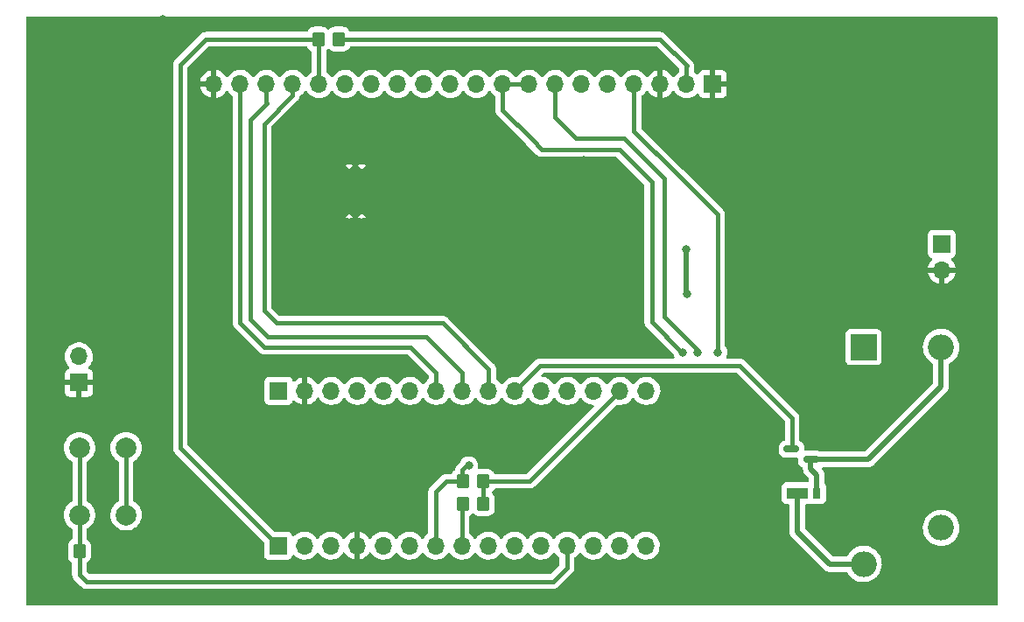
<source format=gbr>
%TF.GenerationSoftware,KiCad,Pcbnew,6.0.11+dfsg-1~bpo11+1*%
%TF.CreationDate,2023-11-07T00:47:45-03:00*%
%TF.ProjectId,controller,636f6e74-726f-46c6-9c65-722e6b696361,rev?*%
%TF.SameCoordinates,Original*%
%TF.FileFunction,Copper,L1,Top*%
%TF.FilePolarity,Positive*%
%FSLAX46Y46*%
G04 Gerber Fmt 4.6, Leading zero omitted, Abs format (unit mm)*
G04 Created by KiCad (PCBNEW 6.0.11+dfsg-1~bpo11+1) date 2023-11-07 00:47:45*
%MOMM*%
%LPD*%
G01*
G04 APERTURE LIST*
G04 Aperture macros list*
%AMRoundRect*
0 Rectangle with rounded corners*
0 $1 Rounding radius*
0 $2 $3 $4 $5 $6 $7 $8 $9 X,Y pos of 4 corners*
0 Add a 4 corners polygon primitive as box body*
4,1,4,$2,$3,$4,$5,$6,$7,$8,$9,$2,$3,0*
0 Add four circle primitives for the rounded corners*
1,1,$1+$1,$2,$3*
1,1,$1+$1,$4,$5*
1,1,$1+$1,$6,$7*
1,1,$1+$1,$8,$9*
0 Add four rect primitives between the rounded corners*
20,1,$1+$1,$2,$3,$4,$5,0*
20,1,$1+$1,$4,$5,$6,$7,0*
20,1,$1+$1,$6,$7,$8,$9,0*
20,1,$1+$1,$8,$9,$2,$3,0*%
G04 Aperture macros list end*
%TA.AperFunction,ComponentPad*%
%ADD10C,2.000000*%
%TD*%
%TA.AperFunction,ComponentPad*%
%ADD11R,2.500000X2.500000*%
%TD*%
%TA.AperFunction,ComponentPad*%
%ADD12O,2.500000X2.500000*%
%TD*%
%TA.AperFunction,SMDPad,CuDef*%
%ADD13RoundRect,0.250000X-0.350000X-0.450000X0.350000X-0.450000X0.350000X0.450000X-0.350000X0.450000X0*%
%TD*%
%TA.AperFunction,ComponentPad*%
%ADD14R,1.700000X1.700000*%
%TD*%
%TA.AperFunction,ComponentPad*%
%ADD15O,1.700000X1.700000*%
%TD*%
%TA.AperFunction,SMDPad,CuDef*%
%ADD16R,2.000000X1.100000*%
%TD*%
%TA.AperFunction,SMDPad,CuDef*%
%ADD17R,0.800000X1.100000*%
%TD*%
%TA.AperFunction,SMDPad,CuDef*%
%ADD18RoundRect,0.250000X0.350000X0.450000X-0.350000X0.450000X-0.350000X-0.450000X0.350000X-0.450000X0*%
%TD*%
%TA.AperFunction,SMDPad,CuDef*%
%ADD19RoundRect,0.150000X-0.587500X-0.150000X0.587500X-0.150000X0.587500X0.150000X-0.587500X0.150000X0*%
%TD*%
%TA.AperFunction,SMDPad,CuDef*%
%ADD20R,2.950000X4.500000*%
%TD*%
%TA.AperFunction,ComponentPad*%
%ADD21C,0.600000*%
%TD*%
%TA.AperFunction,ViaPad*%
%ADD22C,0.800000*%
%TD*%
%TA.AperFunction,Conductor*%
%ADD23C,0.508000*%
%TD*%
%TA.AperFunction,Conductor*%
%ADD24C,0.381000*%
%TD*%
G04 APERTURE END LIST*
D10*
%TO.P,SW1,1,1*%
%TO.N,+5V*%
X107652000Y-113753000D03*
X107652000Y-120253000D03*
%TO.P,SW1,2,2*%
%TO.N,/BUTTON_SIGNAL*%
X103152000Y-113753000D03*
X103152000Y-120253000D03*
%TD*%
D11*
%TO.P,K1,1*%
%TO.N,+5V*%
X179000000Y-104000000D03*
D12*
%TO.P,K1,3*%
X179000000Y-125000000D03*
%TO.P,K1,5*%
%TO.N,/MOTOR_5V*%
X186500000Y-121500000D03*
%TO.P,K1,6*%
%TO.N,Net-(D2-Pad2)*%
X186500000Y-104000000D03*
%TD*%
D13*
%TO.P,R2,1*%
%TO.N,/BUTTON_SIGNAL*%
X103132000Y-123734000D03*
%TO.P,R2,2*%
%TO.N,GND*%
X105132000Y-123734000D03*
%TD*%
D14*
%TO.P,J1,1,Pin_1*%
%TO.N,GND*%
X164405000Y-78540000D03*
D15*
%TO.P,J1,2,Pin_2*%
%TO.N,+3V3*%
X161865000Y-78540000D03*
%TO.P,J1,3,Pin_3*%
%TO.N,GND*%
X159325000Y-78540000D03*
%TO.P,J1,4,Pin_4*%
%TO.N,/SLAVE_ADDR*%
X156785000Y-78540000D03*
%TO.P,J1,5,Pin_5*%
%TO.N,unconnected-(J1-Pad5)*%
X154245000Y-78540000D03*
%TO.P,J1,6,Pin_6*%
%TO.N,unconnected-(J1-Pad6)*%
X151705000Y-78540000D03*
%TO.P,J1,7,Pin_7*%
%TO.N,/I2C_SCL*%
X149165000Y-78540000D03*
%TO.P,J1,8,Pin_8*%
%TO.N,/I2C_SDA*%
X146625000Y-78540000D03*
%TO.P,J1,9,Pin_9*%
X144085000Y-78540000D03*
%TO.P,J1,10,Pin_10*%
%TO.N,unconnected-(J1-Pad10)*%
X141545000Y-78540000D03*
%TO.P,J1,11,Pin_11*%
%TO.N,unconnected-(J1-Pad11)*%
X139005000Y-78540000D03*
%TO.P,J1,12,Pin_12*%
%TO.N,unconnected-(J1-Pad12)*%
X136465000Y-78540000D03*
%TO.P,J1,13,Pin_13*%
%TO.N,unconnected-(J1-Pad13)*%
X133925000Y-78540000D03*
%TO.P,J1,14,Pin_14*%
%TO.N,unconnected-(J1-Pad14)*%
X131385000Y-78540000D03*
%TO.P,J1,15,Pin_15*%
%TO.N,unconnected-(J1-Pad15)*%
X128845000Y-78540000D03*
%TO.P,J1,16,Pin_16*%
%TO.N,/RESET*%
X126305000Y-78540000D03*
%TO.P,J1,17,Pin_17*%
%TO.N,/BS0*%
X123765000Y-78540000D03*
%TO.P,J1,18,Pin_18*%
%TO.N,/BS1*%
X121225000Y-78540000D03*
%TO.P,J1,19,Pin_19*%
%TO.N,/BS2*%
X118685000Y-78540000D03*
%TO.P,J1,20,Pin_20*%
%TO.N,GND*%
X116145000Y-78540000D03*
%TD*%
D16*
%TO.P,D2,1,K*%
%TO.N,+5V*%
X172570000Y-118146000D03*
D17*
%TO.P,D2,2,A*%
%TO.N,Net-(D2-Pad2)*%
X174470000Y-118146000D03*
%TD*%
D18*
%TO.P,R1,1*%
%TO.N,+3V3*%
X128246000Y-74204000D03*
%TO.P,R1,2*%
%TO.N,/RESET*%
X126246000Y-74204000D03*
%TD*%
%TO.P,R4,1*%
%TO.N,+3V3*%
X142216000Y-117003000D03*
%TO.P,R4,2*%
%TO.N,/I2C_SDA*%
X140216000Y-117003000D03*
%TD*%
%TO.P,R3,1*%
%TO.N,+3V3*%
X142216000Y-119162000D03*
%TO.P,R3,2*%
%TO.N,/I2C_SCL*%
X140216000Y-119162000D03*
%TD*%
D14*
%TO.P,U1,1,PA9*%
%TO.N,/RESET*%
X122360000Y-123226000D03*
D15*
%TO.P,U1,2,PA10*%
%TO.N,unconnected-(U1-Pad2)*%
X124900000Y-123226000D03*
%TO.P,U1,3,NRST*%
%TO.N,unconnected-(U1-Pad3)*%
X127440000Y-123226000D03*
%TO.P,U1,4,GND*%
%TO.N,GND*%
X129980000Y-123226000D03*
%TO.P,U1,5,PA12*%
%TO.N,unconnected-(U1-Pad5)*%
X132520000Y-123226000D03*
%TO.P,U1,6,PB0*%
%TO.N,unconnected-(U1-Pad6)*%
X135060000Y-123226000D03*
%TO.P,U1,7,PB7*%
%TO.N,/I2C_SDA*%
X137600000Y-123226000D03*
%TO.P,U1,8,PA15*%
%TO.N,/I2C_SCL*%
X140140000Y-123226000D03*
%TO.P,U1,9,PB6*%
%TO.N,unconnected-(U1-Pad9)*%
X142680000Y-123226000D03*
%TO.P,U1,10,PF0*%
%TO.N,unconnected-(U1-Pad10)*%
X145220000Y-123226000D03*
%TO.P,U1,11,PF1*%
%TO.N,unconnected-(U1-Pad11)*%
X147760000Y-123226000D03*
%TO.P,U1,12,PA8*%
%TO.N,/BUTTON_SIGNAL*%
X150300000Y-123226000D03*
%TO.P,U1,13,PA11*%
%TO.N,/SLAVE_ADDR*%
X152840000Y-123226000D03*
%TO.P,U1,14,PB5*%
%TO.N,unconnected-(U1-Pad14)*%
X155380000Y-123226000D03*
%TO.P,U1,15,PB4*%
%TO.N,unconnected-(U1-Pad15)*%
X157920000Y-123226000D03*
D14*
%TO.P,U1,16,VIN*%
%TO.N,unconnected-(U1-Pad16)*%
X122420000Y-108240000D03*
D15*
%TO.P,U1,17,GND*%
%TO.N,GND*%
X124960000Y-108240000D03*
%TO.P,U1,18,NRST*%
%TO.N,unconnected-(U1-Pad18)*%
X127500000Y-108240000D03*
%TO.P,U1,19,+5V*%
%TO.N,+5V*%
X130040000Y-108240000D03*
%TO.P,U1,20,PA2*%
%TO.N,unconnected-(U1-Pad20)*%
X132580000Y-108240000D03*
%TO.P,U1,21,PA7*%
%TO.N,unconnected-(U1-Pad21)*%
X135120000Y-108240000D03*
%TO.P,U1,22,PA6*%
%TO.N,/BS2*%
X137660000Y-108240000D03*
%TO.P,U1,23,PA5*%
%TO.N,/BS1*%
X140200000Y-108240000D03*
%TO.P,U1,24,PA4*%
%TO.N,/BS0*%
X142740000Y-108240000D03*
%TO.P,U1,25,PA3*%
%TO.N,/MOTOR_ACTIVATION*%
X145280000Y-108240000D03*
%TO.P,U1,26,PA1*%
%TO.N,unconnected-(U1-Pad26)*%
X147820000Y-108240000D03*
%TO.P,U1,27,PA0*%
%TO.N,unconnected-(U1-Pad27)*%
X150360000Y-108240000D03*
%TO.P,U1,28,AVDD*%
%TO.N,unconnected-(U1-Pad28)*%
X152900000Y-108240000D03*
%TO.P,U1,29,3v3*%
%TO.N,+3V3*%
X155440000Y-108240000D03*
%TO.P,U1,30,PB3*%
%TO.N,unconnected-(U1-Pad30)*%
X157980000Y-108240000D03*
%TD*%
D14*
%TO.P,J2,1,Pin_1*%
%TO.N,GND*%
X103091000Y-107458000D03*
D15*
%TO.P,J2,2,Pin_2*%
%TO.N,+36V*%
X103091000Y-104918000D03*
%TD*%
D14*
%TO.P,J3,1,Pin_1*%
%TO.N,/MOTOR_5V*%
X186555000Y-94016000D03*
D15*
%TO.P,J3,2,Pin_2*%
%TO.N,GND*%
X186555000Y-96556000D03*
%TD*%
D19*
%TO.P,Q1,1,G*%
%TO.N,/MOTOR_ACTIVATION*%
X172028500Y-113894000D03*
%TO.P,Q1,2,S*%
%TO.N,GND*%
X172028500Y-115794000D03*
%TO.P,Q1,3,D*%
%TO.N,Net-(D2-Pad2)*%
X173903500Y-114844000D03*
%TD*%
D20*
%TO.P,U2,9,GNDPAD*%
%TO.N,GND*%
X129866000Y-88936000D03*
D21*
X129266000Y-89536000D03*
X130466000Y-89536000D03*
X129266000Y-88236000D03*
X129266000Y-87136000D03*
X130466000Y-87136000D03*
X130466000Y-88236000D03*
X129266000Y-90736000D03*
X130466000Y-90736000D03*
%TD*%
D22*
%TO.N,GND*%
X150100000Y-119100000D03*
X124900000Y-82000000D03*
X133600000Y-105400000D03*
X153500000Y-87400000D03*
X148200000Y-87200000D03*
X146600000Y-87200000D03*
X139000000Y-91600000D03*
X125800000Y-118000000D03*
X105300000Y-125400000D03*
X105000000Y-100800000D03*
X187300000Y-75600000D03*
X183700000Y-97800000D03*
X123200000Y-99600000D03*
X127000000Y-85200000D03*
X111200000Y-72300000D03*
X183200000Y-85100000D03*
X170300000Y-90800000D03*
X141200000Y-90200000D03*
X122900000Y-95100000D03*
X123100000Y-90700000D03*
X132100000Y-85200000D03*
X107300000Y-78900000D03*
X172100000Y-78300000D03*
X107400000Y-93500000D03*
X181900000Y-97800000D03*
X149700000Y-86000000D03*
X136100000Y-91700000D03*
X170100000Y-115800000D03*
X155200000Y-87400000D03*
X106300000Y-103500000D03*
X125400000Y-89200000D03*
X151900000Y-85900000D03*
X144000000Y-112300000D03*
%TO.N,+3V3*%
X161865000Y-94565000D03*
X161900000Y-98900000D03*
%TO.N,/SLAVE_ADDR*%
X164900000Y-104500000D03*
%TO.N,/I2C_SCL*%
X162900000Y-104500000D03*
%TO.N,/I2C_SDA*%
X161500000Y-104500000D03*
X140800000Y-115500000D03*
%TD*%
D23*
%TO.N,+5V*%
X172570000Y-121870000D02*
X175700000Y-125000000D01*
D24*
X107652000Y-120253000D02*
X107652000Y-113753000D01*
D23*
X172570000Y-118146000D02*
X172570000Y-121870000D01*
X175700000Y-125000000D02*
X179000000Y-125000000D01*
%TO.N,Net-(D2-Pad2)*%
X186500000Y-107800000D02*
X186500000Y-104000000D01*
X173903500Y-114844000D02*
X179456000Y-114844000D01*
X173900000Y-114847500D02*
X173903500Y-114844000D01*
X174470000Y-118146000D02*
X174470000Y-116370000D01*
X179456000Y-114844000D02*
X186500000Y-107800000D01*
X173900000Y-115800000D02*
X173900000Y-114847500D01*
X174470000Y-116370000D02*
X173900000Y-115800000D01*
D24*
%TO.N,+3V3*%
X128246000Y-74204000D02*
X159304000Y-74204000D01*
X159304000Y-74204000D02*
X161900000Y-76800000D01*
D23*
X161900000Y-98900000D02*
X161865000Y-98865000D01*
D24*
X161900000Y-76800000D02*
X161865000Y-76835000D01*
X155440000Y-108240000D02*
X146677000Y-117003000D01*
X161865000Y-76835000D02*
X161865000Y-78540000D01*
D23*
X161865000Y-98865000D02*
X161865000Y-94565000D01*
D24*
X142216000Y-119162000D02*
X142216000Y-117003000D01*
X146677000Y-117003000D02*
X142216000Y-117003000D01*
%TO.N,/SLAVE_ADDR*%
X164900000Y-91200000D02*
X164900000Y-104500000D01*
X156785000Y-83085000D02*
X161000000Y-87300000D01*
X156785000Y-78540000D02*
X156785000Y-83085000D01*
X161000000Y-87300000D02*
X164900000Y-91200000D01*
%TO.N,/I2C_SCL*%
X159700000Y-101100000D02*
X162900000Y-104300000D01*
X140216000Y-119162000D02*
X140140000Y-119238000D01*
X149165000Y-78540000D02*
X149165000Y-81765000D01*
X162900000Y-104300000D02*
X162900000Y-104500000D01*
X149165000Y-81765000D02*
X151100000Y-83700000D01*
X159700000Y-87700000D02*
X159700000Y-101100000D01*
X151200000Y-83800000D02*
X154900000Y-83800000D01*
X151100000Y-83700000D02*
X151200000Y-83800000D01*
X155800000Y-83800000D02*
X159700000Y-87700000D01*
X140140000Y-119238000D02*
X140140000Y-123226000D01*
X154900000Y-83800000D02*
X155800000Y-83800000D01*
%TO.N,/I2C_SDA*%
X146900000Y-83900000D02*
X147900000Y-84900000D01*
X157800000Y-87300000D02*
X158500000Y-88000000D01*
X138600000Y-117000000D02*
X140213000Y-117000000D01*
X152700000Y-84900000D02*
X155400000Y-84900000D01*
X144085000Y-78540000D02*
X144085000Y-81085000D01*
X140200000Y-116987000D02*
X140216000Y-117003000D01*
X140200000Y-115900000D02*
X140200000Y-116987000D01*
X137600000Y-118000000D02*
X138600000Y-117000000D01*
X140213000Y-117000000D02*
X140216000Y-117003000D01*
X140600000Y-115500000D02*
X140200000Y-115900000D01*
X140800000Y-115500000D02*
X140600000Y-115500000D01*
X161400000Y-104500000D02*
X161500000Y-104500000D01*
X158500000Y-101600000D02*
X161400000Y-104500000D01*
X137600000Y-123226000D02*
X137600000Y-118000000D01*
X147900000Y-84900000D02*
X152700000Y-84900000D01*
X158500000Y-88000000D02*
X158500000Y-101600000D01*
X144085000Y-81085000D02*
X146900000Y-83900000D01*
X146625000Y-78540000D02*
X144085000Y-78540000D01*
X155400000Y-84900000D02*
X157800000Y-87300000D01*
%TO.N,/RESET*%
X126246000Y-74204000D02*
X126305000Y-74263000D01*
X126246000Y-74204000D02*
X115396000Y-74204000D01*
X126305000Y-74263000D02*
X126305000Y-78540000D01*
X115396000Y-74204000D02*
X112900000Y-76700000D01*
X112900000Y-76700000D02*
X112900000Y-113766000D01*
X112900000Y-113766000D02*
X122360000Y-123226000D01*
%TO.N,/BS0*%
X121000000Y-100500000D02*
X122200000Y-101700000D01*
X123765000Y-79635000D02*
X121000000Y-82400000D01*
X123765000Y-78540000D02*
X123765000Y-79635000D01*
X138300000Y-101700000D02*
X142740000Y-106140000D01*
X121000000Y-82400000D02*
X121000000Y-100500000D01*
X122200000Y-101700000D02*
X138300000Y-101700000D01*
X142740000Y-106140000D02*
X142740000Y-108240000D01*
%TO.N,/BS1*%
X121225000Y-80325000D02*
X121225000Y-78540000D01*
X121300000Y-80400000D02*
X121225000Y-80325000D01*
X119700000Y-82000000D02*
X121300000Y-80400000D01*
X140200000Y-108240000D02*
X140200000Y-106500000D01*
X119700000Y-101300000D02*
X119700000Y-82000000D01*
X121400000Y-103000000D02*
X119700000Y-101300000D01*
X136700000Y-103000000D02*
X121400000Y-103000000D01*
X140200000Y-106500000D02*
X136700000Y-103000000D01*
%TO.N,/BS2*%
X135200000Y-104000000D02*
X137660000Y-106460000D01*
X118685000Y-78540000D02*
X118685000Y-101685000D01*
X121000000Y-104000000D02*
X135200000Y-104000000D01*
X137660000Y-106460000D02*
X137660000Y-108240000D01*
X118685000Y-101685000D02*
X121000000Y-104000000D01*
%TO.N,/MOTOR_ACTIVATION*%
X145280000Y-108240000D02*
X147720000Y-105800000D01*
X172100000Y-113822500D02*
X172028500Y-113894000D01*
X172100000Y-110900000D02*
X172100000Y-113822500D01*
X167000000Y-105800000D02*
X172100000Y-110900000D01*
X147720000Y-105800000D02*
X167000000Y-105800000D01*
%TO.N,/BUTTON_SIGNAL*%
X103132000Y-126032000D02*
X103800000Y-126700000D01*
X103152000Y-123714000D02*
X103132000Y-123734000D01*
X103152000Y-120253000D02*
X103152000Y-123714000D01*
X150300000Y-125400000D02*
X150300000Y-123226000D01*
X103132000Y-123734000D02*
X103132000Y-126032000D01*
X149000000Y-126700000D02*
X150300000Y-125400000D01*
X103800000Y-126700000D02*
X149000000Y-126700000D01*
X103152000Y-113753000D02*
X103152000Y-120253000D01*
%TD*%
%TA.AperFunction,Conductor*%
%TO.N,GND*%
G36*
X191933621Y-72028502D02*
G01*
X191980114Y-72082158D01*
X191991500Y-72134500D01*
X191991500Y-128865500D01*
X191971498Y-128933621D01*
X191917842Y-128980114D01*
X191865500Y-128991500D01*
X98134500Y-128991500D01*
X98066379Y-128971498D01*
X98019886Y-128917842D01*
X98008500Y-128865500D01*
X98008500Y-120253000D01*
X101638835Y-120253000D01*
X101657465Y-120489711D01*
X101658619Y-120494518D01*
X101658620Y-120494524D01*
X101664247Y-120517960D01*
X101712895Y-120720594D01*
X101803760Y-120939963D01*
X101806346Y-120944183D01*
X101925241Y-121138202D01*
X101925245Y-121138208D01*
X101927824Y-121142416D01*
X102082031Y-121322969D01*
X102262584Y-121477176D01*
X102299829Y-121500000D01*
X102392835Y-121556995D01*
X102440467Y-121609643D01*
X102453000Y-121664427D01*
X102453000Y-122525376D01*
X102432998Y-122593497D01*
X102393307Y-122632517D01*
X102307652Y-122685522D01*
X102182695Y-122810697D01*
X102178855Y-122816927D01*
X102178854Y-122816928D01*
X102109708Y-122929104D01*
X102089885Y-122961262D01*
X102034203Y-123129139D01*
X102023500Y-123233600D01*
X102023500Y-124234400D01*
X102023837Y-124237646D01*
X102023837Y-124237650D01*
X102033408Y-124329891D01*
X102034474Y-124340166D01*
X102036655Y-124346702D01*
X102036655Y-124346704D01*
X102073363Y-124456729D01*
X102090450Y-124507946D01*
X102183522Y-124658348D01*
X102308697Y-124783305D01*
X102314925Y-124787144D01*
X102314930Y-124787148D01*
X102373117Y-124823015D01*
X102420610Y-124875787D01*
X102433000Y-124930274D01*
X102433000Y-126003401D01*
X102432708Y-126011971D01*
X102429348Y-126061259D01*
X102428830Y-126068852D01*
X102430135Y-126076328D01*
X102430135Y-126076332D01*
X102439663Y-126130924D01*
X102440626Y-126137449D01*
X102443380Y-126160201D01*
X102448191Y-126199960D01*
X102450875Y-126207062D01*
X102451719Y-126210500D01*
X102455583Y-126224623D01*
X102456613Y-126228034D01*
X102457919Y-126235517D01*
X102460972Y-126242472D01*
X102483239Y-126293198D01*
X102485730Y-126299304D01*
X102500215Y-126337635D01*
X102507994Y-126358222D01*
X102512293Y-126364477D01*
X102513935Y-126367618D01*
X102521033Y-126380372D01*
X102522870Y-126383478D01*
X102525923Y-126390433D01*
X102530548Y-126396460D01*
X102530550Y-126396464D01*
X102564265Y-126440402D01*
X102568129Y-126445720D01*
X102603821Y-126497652D01*
X102649697Y-126538526D01*
X102654955Y-126543490D01*
X103285517Y-127174053D01*
X103291370Y-127180319D01*
X103323846Y-127217547D01*
X103328842Y-127223274D01*
X103380383Y-127259498D01*
X103385668Y-127263423D01*
X103426365Y-127295333D01*
X103435240Y-127302292D01*
X103442158Y-127305416D01*
X103445179Y-127307245D01*
X103457898Y-127314500D01*
X103461046Y-127316188D01*
X103467261Y-127320556D01*
X103525950Y-127343438D01*
X103531995Y-127345978D01*
X103589435Y-127371913D01*
X103596908Y-127373298D01*
X103600326Y-127374369D01*
X103614315Y-127378354D01*
X103617807Y-127379251D01*
X103624889Y-127382012D01*
X103632422Y-127383004D01*
X103632423Y-127383004D01*
X103687330Y-127390233D01*
X103693843Y-127391265D01*
X103748318Y-127401361D01*
X103748320Y-127401361D01*
X103755787Y-127402745D01*
X103763367Y-127402308D01*
X103763368Y-127402308D01*
X103817112Y-127399209D01*
X103824365Y-127399000D01*
X148971401Y-127399000D01*
X148979971Y-127399292D01*
X149029277Y-127402654D01*
X149029281Y-127402654D01*
X149036852Y-127403170D01*
X149044328Y-127401865D01*
X149044332Y-127401865D01*
X149098924Y-127392337D01*
X149105449Y-127391374D01*
X149160418Y-127384722D01*
X149160420Y-127384721D01*
X149167960Y-127383809D01*
X149175062Y-127381125D01*
X149178500Y-127380281D01*
X149192623Y-127376417D01*
X149196034Y-127375387D01*
X149203517Y-127374081D01*
X149261197Y-127348761D01*
X149267304Y-127346270D01*
X149319117Y-127326691D01*
X149319118Y-127326690D01*
X149326222Y-127324006D01*
X149332477Y-127319707D01*
X149335618Y-127318065D01*
X149348372Y-127310967D01*
X149351478Y-127309130D01*
X149358433Y-127306077D01*
X149364460Y-127301452D01*
X149364464Y-127301450D01*
X149408402Y-127267735D01*
X149413720Y-127263871D01*
X149465652Y-127228179D01*
X149506535Y-127182293D01*
X149511498Y-127177037D01*
X150774046Y-125914490D01*
X150780312Y-125908636D01*
X150817547Y-125876154D01*
X150823274Y-125871158D01*
X150859498Y-125819617D01*
X150863423Y-125814332D01*
X150897607Y-125770735D01*
X150902292Y-125764760D01*
X150905416Y-125757842D01*
X150907245Y-125754821D01*
X150914500Y-125742102D01*
X150916188Y-125738954D01*
X150920556Y-125732739D01*
X150943438Y-125674050D01*
X150945978Y-125668005D01*
X150971913Y-125610565D01*
X150973298Y-125603092D01*
X150974369Y-125599674D01*
X150978354Y-125585685D01*
X150979251Y-125582193D01*
X150982012Y-125575111D01*
X150988174Y-125528307D01*
X150990233Y-125512670D01*
X150991265Y-125506157D01*
X151001361Y-125451682D01*
X151001361Y-125451680D01*
X151002745Y-125444213D01*
X150999209Y-125382887D01*
X150999000Y-125375635D01*
X150999000Y-124461073D01*
X151019002Y-124392952D01*
X151051832Y-124358494D01*
X151113794Y-124314297D01*
X151179860Y-124267173D01*
X151209487Y-124237650D01*
X151323616Y-124123918D01*
X151338096Y-124109489D01*
X151468453Y-123928077D01*
X151469776Y-123929028D01*
X151516645Y-123885857D01*
X151586580Y-123873625D01*
X151652026Y-123901144D01*
X151679875Y-123932994D01*
X151739987Y-124031088D01*
X151886250Y-124199938D01*
X152058126Y-124342632D01*
X152251000Y-124455338D01*
X152459692Y-124535030D01*
X152464760Y-124536061D01*
X152464763Y-124536062D01*
X152559862Y-124555410D01*
X152678597Y-124579567D01*
X152683772Y-124579757D01*
X152683774Y-124579757D01*
X152896673Y-124587564D01*
X152896677Y-124587564D01*
X152901837Y-124587753D01*
X152906957Y-124587097D01*
X152906959Y-124587097D01*
X153118288Y-124560025D01*
X153118289Y-124560025D01*
X153123416Y-124559368D01*
X153128366Y-124557883D01*
X153332429Y-124496661D01*
X153332434Y-124496659D01*
X153337384Y-124495174D01*
X153537994Y-124396896D01*
X153719860Y-124267173D01*
X153749487Y-124237650D01*
X153863616Y-124123918D01*
X153878096Y-124109489D01*
X154008453Y-123928077D01*
X154009776Y-123929028D01*
X154056645Y-123885857D01*
X154126580Y-123873625D01*
X154192026Y-123901144D01*
X154219875Y-123932994D01*
X154279987Y-124031088D01*
X154426250Y-124199938D01*
X154598126Y-124342632D01*
X154791000Y-124455338D01*
X154999692Y-124535030D01*
X155004760Y-124536061D01*
X155004763Y-124536062D01*
X155099862Y-124555410D01*
X155218597Y-124579567D01*
X155223772Y-124579757D01*
X155223774Y-124579757D01*
X155436673Y-124587564D01*
X155436677Y-124587564D01*
X155441837Y-124587753D01*
X155446957Y-124587097D01*
X155446959Y-124587097D01*
X155658288Y-124560025D01*
X155658289Y-124560025D01*
X155663416Y-124559368D01*
X155668366Y-124557883D01*
X155872429Y-124496661D01*
X155872434Y-124496659D01*
X155877384Y-124495174D01*
X156077994Y-124396896D01*
X156259860Y-124267173D01*
X156289487Y-124237650D01*
X156403616Y-124123918D01*
X156418096Y-124109489D01*
X156548453Y-123928077D01*
X156549776Y-123929028D01*
X156596645Y-123885857D01*
X156666580Y-123873625D01*
X156732026Y-123901144D01*
X156759875Y-123932994D01*
X156819987Y-124031088D01*
X156966250Y-124199938D01*
X157138126Y-124342632D01*
X157331000Y-124455338D01*
X157539692Y-124535030D01*
X157544760Y-124536061D01*
X157544763Y-124536062D01*
X157639862Y-124555410D01*
X157758597Y-124579567D01*
X157763772Y-124579757D01*
X157763774Y-124579757D01*
X157976673Y-124587564D01*
X157976677Y-124587564D01*
X157981837Y-124587753D01*
X157986957Y-124587097D01*
X157986959Y-124587097D01*
X158198288Y-124560025D01*
X158198289Y-124560025D01*
X158203416Y-124559368D01*
X158208366Y-124557883D01*
X158412429Y-124496661D01*
X158412434Y-124496659D01*
X158417384Y-124495174D01*
X158617994Y-124396896D01*
X158799860Y-124267173D01*
X158829487Y-124237650D01*
X158943616Y-124123918D01*
X158958096Y-124109489D01*
X159088453Y-123928077D01*
X159101995Y-123900678D01*
X159185136Y-123732453D01*
X159185137Y-123732451D01*
X159187430Y-123727811D01*
X159252370Y-123514069D01*
X159281529Y-123292590D01*
X159281611Y-123289240D01*
X159283074Y-123229365D01*
X159283074Y-123229361D01*
X159283156Y-123226000D01*
X159264852Y-123003361D01*
X159210431Y-122786702D01*
X159121354Y-122581840D01*
X159034440Y-122447491D01*
X159002822Y-122398617D01*
X159002820Y-122398614D01*
X159000014Y-122394277D01*
X158849670Y-122229051D01*
X158845619Y-122225852D01*
X158845615Y-122225848D01*
X158678414Y-122093800D01*
X158678410Y-122093798D01*
X158674359Y-122090598D01*
X158638028Y-122070542D01*
X158547242Y-122020426D01*
X158478789Y-121982638D01*
X158473920Y-121980914D01*
X158473916Y-121980912D01*
X158273087Y-121909795D01*
X158273083Y-121909794D01*
X158268212Y-121908069D01*
X158263119Y-121907162D01*
X158263116Y-121907161D01*
X158053373Y-121869800D01*
X158053367Y-121869799D01*
X158048284Y-121868894D01*
X157974452Y-121867992D01*
X157830081Y-121866228D01*
X157830079Y-121866228D01*
X157824911Y-121866165D01*
X157604091Y-121899955D01*
X157391756Y-121969357D01*
X157358314Y-121986766D01*
X157269052Y-122033233D01*
X157193607Y-122072507D01*
X157189474Y-122075610D01*
X157189471Y-122075612D01*
X157022354Y-122201087D01*
X157014965Y-122206635D01*
X157011393Y-122210373D01*
X156875132Y-122352962D01*
X156860629Y-122368138D01*
X156753201Y-122525621D01*
X156698293Y-122570621D01*
X156627768Y-122578792D01*
X156564021Y-122547538D01*
X156543324Y-122523054D01*
X156462822Y-122398617D01*
X156462820Y-122398614D01*
X156460014Y-122394277D01*
X156309670Y-122229051D01*
X156305619Y-122225852D01*
X156305615Y-122225848D01*
X156138414Y-122093800D01*
X156138410Y-122093798D01*
X156134359Y-122090598D01*
X156098028Y-122070542D01*
X156007242Y-122020426D01*
X155938789Y-121982638D01*
X155933920Y-121980914D01*
X155933916Y-121980912D01*
X155733087Y-121909795D01*
X155733083Y-121909794D01*
X155728212Y-121908069D01*
X155723119Y-121907162D01*
X155723116Y-121907161D01*
X155513373Y-121869800D01*
X155513367Y-121869799D01*
X155508284Y-121868894D01*
X155434452Y-121867992D01*
X155290081Y-121866228D01*
X155290079Y-121866228D01*
X155284911Y-121866165D01*
X155064091Y-121899955D01*
X154851756Y-121969357D01*
X154818314Y-121986766D01*
X154729052Y-122033233D01*
X154653607Y-122072507D01*
X154649474Y-122075610D01*
X154649471Y-122075612D01*
X154482354Y-122201087D01*
X154474965Y-122206635D01*
X154471393Y-122210373D01*
X154335132Y-122352962D01*
X154320629Y-122368138D01*
X154213201Y-122525621D01*
X154158293Y-122570621D01*
X154087768Y-122578792D01*
X154024021Y-122547538D01*
X154003324Y-122523054D01*
X153922822Y-122398617D01*
X153922820Y-122398614D01*
X153920014Y-122394277D01*
X153769670Y-122229051D01*
X153765619Y-122225852D01*
X153765615Y-122225848D01*
X153598414Y-122093800D01*
X153598410Y-122093798D01*
X153594359Y-122090598D01*
X153558028Y-122070542D01*
X153467242Y-122020426D01*
X153398789Y-121982638D01*
X153393920Y-121980914D01*
X153393916Y-121980912D01*
X153193087Y-121909795D01*
X153193083Y-121909794D01*
X153188212Y-121908069D01*
X153183119Y-121907162D01*
X153183116Y-121907161D01*
X152973373Y-121869800D01*
X152973367Y-121869799D01*
X152968284Y-121868894D01*
X152894452Y-121867992D01*
X152750081Y-121866228D01*
X152750079Y-121866228D01*
X152744911Y-121866165D01*
X152524091Y-121899955D01*
X152311756Y-121969357D01*
X152278314Y-121986766D01*
X152189052Y-122033233D01*
X152113607Y-122072507D01*
X152109474Y-122075610D01*
X152109471Y-122075612D01*
X151942354Y-122201087D01*
X151934965Y-122206635D01*
X151931393Y-122210373D01*
X151795132Y-122352962D01*
X151780629Y-122368138D01*
X151673201Y-122525621D01*
X151618293Y-122570621D01*
X151547768Y-122578792D01*
X151484021Y-122547538D01*
X151463324Y-122523054D01*
X151382822Y-122398617D01*
X151382820Y-122398614D01*
X151380014Y-122394277D01*
X151229670Y-122229051D01*
X151225619Y-122225852D01*
X151225615Y-122225848D01*
X151058414Y-122093800D01*
X151058410Y-122093798D01*
X151054359Y-122090598D01*
X151018028Y-122070542D01*
X150927242Y-122020426D01*
X150858789Y-121982638D01*
X150853920Y-121980914D01*
X150853916Y-121980912D01*
X150653087Y-121909795D01*
X150653083Y-121909794D01*
X150648212Y-121908069D01*
X150643119Y-121907162D01*
X150643116Y-121907161D01*
X150433373Y-121869800D01*
X150433367Y-121869799D01*
X150428284Y-121868894D01*
X150354452Y-121867992D01*
X150210081Y-121866228D01*
X150210079Y-121866228D01*
X150204911Y-121866165D01*
X149984091Y-121899955D01*
X149771756Y-121969357D01*
X149738314Y-121986766D01*
X149649052Y-122033233D01*
X149573607Y-122072507D01*
X149569474Y-122075610D01*
X149569471Y-122075612D01*
X149402354Y-122201087D01*
X149394965Y-122206635D01*
X149391393Y-122210373D01*
X149255132Y-122352962D01*
X149240629Y-122368138D01*
X149133201Y-122525621D01*
X149078293Y-122570621D01*
X149007768Y-122578792D01*
X148944021Y-122547538D01*
X148923324Y-122523054D01*
X148842822Y-122398617D01*
X148842820Y-122398614D01*
X148840014Y-122394277D01*
X148689670Y-122229051D01*
X148685619Y-122225852D01*
X148685615Y-122225848D01*
X148518414Y-122093800D01*
X148518410Y-122093798D01*
X148514359Y-122090598D01*
X148478028Y-122070542D01*
X148387242Y-122020426D01*
X148318789Y-121982638D01*
X148313920Y-121980914D01*
X148313916Y-121980912D01*
X148113087Y-121909795D01*
X148113083Y-121909794D01*
X148108212Y-121908069D01*
X148103119Y-121907162D01*
X148103116Y-121907161D01*
X147893373Y-121869800D01*
X147893367Y-121869799D01*
X147888284Y-121868894D01*
X147814452Y-121867992D01*
X147670081Y-121866228D01*
X147670079Y-121866228D01*
X147664911Y-121866165D01*
X147444091Y-121899955D01*
X147231756Y-121969357D01*
X147198314Y-121986766D01*
X147109052Y-122033233D01*
X147033607Y-122072507D01*
X147029474Y-122075610D01*
X147029471Y-122075612D01*
X146862354Y-122201087D01*
X146854965Y-122206635D01*
X146851393Y-122210373D01*
X146715132Y-122352962D01*
X146700629Y-122368138D01*
X146593201Y-122525621D01*
X146538293Y-122570621D01*
X146467768Y-122578792D01*
X146404021Y-122547538D01*
X146383324Y-122523054D01*
X146302822Y-122398617D01*
X146302820Y-122398614D01*
X146300014Y-122394277D01*
X146149670Y-122229051D01*
X146145619Y-122225852D01*
X146145615Y-122225848D01*
X145978414Y-122093800D01*
X145978410Y-122093798D01*
X145974359Y-122090598D01*
X145938028Y-122070542D01*
X145847242Y-122020426D01*
X145778789Y-121982638D01*
X145773920Y-121980914D01*
X145773916Y-121980912D01*
X145573087Y-121909795D01*
X145573083Y-121909794D01*
X145568212Y-121908069D01*
X145563119Y-121907162D01*
X145563116Y-121907161D01*
X145353373Y-121869800D01*
X145353367Y-121869799D01*
X145348284Y-121868894D01*
X145274452Y-121867992D01*
X145130081Y-121866228D01*
X145130079Y-121866228D01*
X145124911Y-121866165D01*
X144904091Y-121899955D01*
X144691756Y-121969357D01*
X144658314Y-121986766D01*
X144569052Y-122033233D01*
X144493607Y-122072507D01*
X144489474Y-122075610D01*
X144489471Y-122075612D01*
X144322354Y-122201087D01*
X144314965Y-122206635D01*
X144311393Y-122210373D01*
X144175132Y-122352962D01*
X144160629Y-122368138D01*
X144053201Y-122525621D01*
X143998293Y-122570621D01*
X143927768Y-122578792D01*
X143864021Y-122547538D01*
X143843324Y-122523054D01*
X143762822Y-122398617D01*
X143762820Y-122398614D01*
X143760014Y-122394277D01*
X143609670Y-122229051D01*
X143605619Y-122225852D01*
X143605615Y-122225848D01*
X143438414Y-122093800D01*
X143438410Y-122093798D01*
X143434359Y-122090598D01*
X143398028Y-122070542D01*
X143307242Y-122020426D01*
X143238789Y-121982638D01*
X143233920Y-121980914D01*
X143233916Y-121980912D01*
X143033087Y-121909795D01*
X143033083Y-121909794D01*
X143028212Y-121908069D01*
X143023119Y-121907162D01*
X143023116Y-121907161D01*
X142813373Y-121869800D01*
X142813367Y-121869799D01*
X142808284Y-121868894D01*
X142734452Y-121867992D01*
X142590081Y-121866228D01*
X142590079Y-121866228D01*
X142584911Y-121866165D01*
X142364091Y-121899955D01*
X142151756Y-121969357D01*
X142118314Y-121986766D01*
X142029052Y-122033233D01*
X141953607Y-122072507D01*
X141949474Y-122075610D01*
X141949471Y-122075612D01*
X141782354Y-122201087D01*
X141774965Y-122206635D01*
X141771393Y-122210373D01*
X141635132Y-122352962D01*
X141620629Y-122368138D01*
X141513201Y-122525621D01*
X141458293Y-122570621D01*
X141387768Y-122578792D01*
X141324021Y-122547538D01*
X141303324Y-122523054D01*
X141222822Y-122398617D01*
X141222820Y-122398614D01*
X141220014Y-122394277D01*
X141069670Y-122229051D01*
X141065619Y-122225852D01*
X141065615Y-122225848D01*
X140898419Y-122093804D01*
X140898413Y-122093800D01*
X140894359Y-122090598D01*
X140894318Y-122090575D01*
X140849604Y-122037361D01*
X140839000Y-121986766D01*
X140839000Y-120405279D01*
X140859002Y-120337158D01*
X140898697Y-120298135D01*
X141034120Y-120214332D01*
X141040348Y-120210478D01*
X141126784Y-120123891D01*
X141189066Y-120089812D01*
X141259886Y-120094815D01*
X141304976Y-120123736D01*
X141392697Y-120211305D01*
X141398927Y-120215145D01*
X141398928Y-120215146D01*
X141536090Y-120299694D01*
X141543262Y-120304115D01*
X141592803Y-120320547D01*
X141704611Y-120357632D01*
X141704613Y-120357632D01*
X141711139Y-120359797D01*
X141717975Y-120360497D01*
X141717978Y-120360498D01*
X141761031Y-120364909D01*
X141815600Y-120370500D01*
X142616400Y-120370500D01*
X142619646Y-120370163D01*
X142619650Y-120370163D01*
X142715308Y-120360238D01*
X142715312Y-120360237D01*
X142722166Y-120359526D01*
X142728702Y-120357345D01*
X142728704Y-120357345D01*
X142863686Y-120312311D01*
X142889946Y-120303550D01*
X143040348Y-120210478D01*
X143165305Y-120085303D01*
X143258115Y-119934738D01*
X143307646Y-119785406D01*
X143311632Y-119773389D01*
X143311632Y-119773387D01*
X143313797Y-119766861D01*
X143316220Y-119743218D01*
X143324172Y-119665598D01*
X143324500Y-119662400D01*
X143324500Y-118661600D01*
X143313526Y-118555834D01*
X143257550Y-118388054D01*
X143164478Y-118237652D01*
X143098391Y-118171680D01*
X143064312Y-118109397D01*
X143069315Y-118038577D01*
X143098236Y-117993489D01*
X143160134Y-117931483D01*
X143165305Y-117926303D01*
X143187314Y-117890598D01*
X143254277Y-117781965D01*
X143254278Y-117781962D01*
X143258115Y-117775738D01*
X143258927Y-117773290D01*
X143304556Y-117721466D01*
X143371835Y-117702000D01*
X146648401Y-117702000D01*
X146656971Y-117702292D01*
X146706277Y-117705654D01*
X146706281Y-117705654D01*
X146713852Y-117706170D01*
X146721328Y-117704865D01*
X146721332Y-117704865D01*
X146775924Y-117695337D01*
X146782449Y-117694374D01*
X146837418Y-117687722D01*
X146837420Y-117687721D01*
X146844960Y-117686809D01*
X146852062Y-117684125D01*
X146855500Y-117683281D01*
X146869623Y-117679417D01*
X146873034Y-117678387D01*
X146880517Y-117677081D01*
X146924217Y-117657898D01*
X146938198Y-117651761D01*
X146944304Y-117649270D01*
X146996117Y-117629691D01*
X146996118Y-117629690D01*
X147003222Y-117627006D01*
X147009477Y-117622707D01*
X147012618Y-117621065D01*
X147025372Y-117613967D01*
X147028478Y-117612130D01*
X147035433Y-117609077D01*
X147041460Y-117604452D01*
X147041464Y-117604450D01*
X147085402Y-117570735D01*
X147090720Y-117566871D01*
X147142652Y-117531179D01*
X147183519Y-117485311D01*
X147188499Y-117480036D01*
X155061520Y-109607015D01*
X155123832Y-109572989D01*
X155175736Y-109572640D01*
X155273526Y-109592536D01*
X155273534Y-109592537D01*
X155278597Y-109593567D01*
X155403062Y-109598131D01*
X155496673Y-109601564D01*
X155496677Y-109601564D01*
X155501837Y-109601753D01*
X155506957Y-109601097D01*
X155506959Y-109601097D01*
X155718288Y-109574025D01*
X155718289Y-109574025D01*
X155723416Y-109573368D01*
X155728366Y-109571883D01*
X155932429Y-109510661D01*
X155932434Y-109510659D01*
X155937384Y-109509174D01*
X156137994Y-109410896D01*
X156319860Y-109281173D01*
X156478096Y-109123489D01*
X156608453Y-108942077D01*
X156609776Y-108943028D01*
X156656645Y-108899857D01*
X156726580Y-108887625D01*
X156792026Y-108915144D01*
X156819875Y-108946994D01*
X156879987Y-109045088D01*
X157026250Y-109213938D01*
X157198126Y-109356632D01*
X157391000Y-109469338D01*
X157599692Y-109549030D01*
X157604760Y-109550061D01*
X157604763Y-109550062D01*
X157699862Y-109569410D01*
X157818597Y-109593567D01*
X157823772Y-109593757D01*
X157823774Y-109593757D01*
X158036673Y-109601564D01*
X158036677Y-109601564D01*
X158041837Y-109601753D01*
X158046957Y-109601097D01*
X158046959Y-109601097D01*
X158258288Y-109574025D01*
X158258289Y-109574025D01*
X158263416Y-109573368D01*
X158268366Y-109571883D01*
X158472429Y-109510661D01*
X158472434Y-109510659D01*
X158477384Y-109509174D01*
X158677994Y-109410896D01*
X158859860Y-109281173D01*
X159018096Y-109123489D01*
X159148453Y-108942077D01*
X159161995Y-108914678D01*
X159245136Y-108746453D01*
X159245137Y-108746451D01*
X159247430Y-108741811D01*
X159312370Y-108528069D01*
X159341529Y-108306590D01*
X159341611Y-108303240D01*
X159343074Y-108243365D01*
X159343074Y-108243361D01*
X159343156Y-108240000D01*
X159324852Y-108017361D01*
X159270431Y-107800702D01*
X159181354Y-107595840D01*
X159132981Y-107521067D01*
X159062822Y-107412617D01*
X159062820Y-107412614D01*
X159060014Y-107408277D01*
X158909670Y-107243051D01*
X158905619Y-107239852D01*
X158905615Y-107239848D01*
X158738414Y-107107800D01*
X158738410Y-107107798D01*
X158734359Y-107104598D01*
X158698028Y-107084542D01*
X158637920Y-107051361D01*
X158538789Y-106996638D01*
X158533920Y-106994914D01*
X158533916Y-106994912D01*
X158333087Y-106923795D01*
X158333083Y-106923794D01*
X158328212Y-106922069D01*
X158323119Y-106921162D01*
X158323116Y-106921161D01*
X158113373Y-106883800D01*
X158113367Y-106883799D01*
X158108284Y-106882894D01*
X158034452Y-106881992D01*
X157890081Y-106880228D01*
X157890079Y-106880228D01*
X157884911Y-106880165D01*
X157664091Y-106913955D01*
X157451756Y-106983357D01*
X157253607Y-107086507D01*
X157249474Y-107089610D01*
X157249471Y-107089612D01*
X157079100Y-107217530D01*
X157074965Y-107220635D01*
X156920629Y-107382138D01*
X156813201Y-107539621D01*
X156758293Y-107584621D01*
X156687768Y-107592792D01*
X156624021Y-107561538D01*
X156603324Y-107537054D01*
X156522822Y-107412617D01*
X156522820Y-107412614D01*
X156520014Y-107408277D01*
X156369670Y-107243051D01*
X156365619Y-107239852D01*
X156365615Y-107239848D01*
X156198414Y-107107800D01*
X156198410Y-107107798D01*
X156194359Y-107104598D01*
X156158028Y-107084542D01*
X156097920Y-107051361D01*
X155998789Y-106996638D01*
X155993920Y-106994914D01*
X155993916Y-106994912D01*
X155793087Y-106923795D01*
X155793083Y-106923794D01*
X155788212Y-106922069D01*
X155783119Y-106921162D01*
X155783116Y-106921161D01*
X155573373Y-106883800D01*
X155573367Y-106883799D01*
X155568284Y-106882894D01*
X155494452Y-106881992D01*
X155350081Y-106880228D01*
X155350079Y-106880228D01*
X155344911Y-106880165D01*
X155124091Y-106913955D01*
X154911756Y-106983357D01*
X154713607Y-107086507D01*
X154709474Y-107089610D01*
X154709471Y-107089612D01*
X154539100Y-107217530D01*
X154534965Y-107220635D01*
X154380629Y-107382138D01*
X154273201Y-107539621D01*
X154218293Y-107584621D01*
X154147768Y-107592792D01*
X154084021Y-107561538D01*
X154063324Y-107537054D01*
X153982822Y-107412617D01*
X153982820Y-107412614D01*
X153980014Y-107408277D01*
X153829670Y-107243051D01*
X153825619Y-107239852D01*
X153825615Y-107239848D01*
X153658414Y-107107800D01*
X153658410Y-107107798D01*
X153654359Y-107104598D01*
X153618028Y-107084542D01*
X153557920Y-107051361D01*
X153458789Y-106996638D01*
X153453920Y-106994914D01*
X153453916Y-106994912D01*
X153253087Y-106923795D01*
X153253083Y-106923794D01*
X153248212Y-106922069D01*
X153243119Y-106921162D01*
X153243116Y-106921161D01*
X153033373Y-106883800D01*
X153033367Y-106883799D01*
X153028284Y-106882894D01*
X152954452Y-106881992D01*
X152810081Y-106880228D01*
X152810079Y-106880228D01*
X152804911Y-106880165D01*
X152584091Y-106913955D01*
X152371756Y-106983357D01*
X152173607Y-107086507D01*
X152169474Y-107089610D01*
X152169471Y-107089612D01*
X151999100Y-107217530D01*
X151994965Y-107220635D01*
X151840629Y-107382138D01*
X151733201Y-107539621D01*
X151678293Y-107584621D01*
X151607768Y-107592792D01*
X151544021Y-107561538D01*
X151523324Y-107537054D01*
X151442822Y-107412617D01*
X151442820Y-107412614D01*
X151440014Y-107408277D01*
X151289670Y-107243051D01*
X151285619Y-107239852D01*
X151285615Y-107239848D01*
X151118414Y-107107800D01*
X151118410Y-107107798D01*
X151114359Y-107104598D01*
X151078028Y-107084542D01*
X151017920Y-107051361D01*
X150918789Y-106996638D01*
X150913920Y-106994914D01*
X150913916Y-106994912D01*
X150713087Y-106923795D01*
X150713083Y-106923794D01*
X150708212Y-106922069D01*
X150703119Y-106921162D01*
X150703116Y-106921161D01*
X150493373Y-106883800D01*
X150493367Y-106883799D01*
X150488284Y-106882894D01*
X150414452Y-106881992D01*
X150270081Y-106880228D01*
X150270079Y-106880228D01*
X150264911Y-106880165D01*
X150044091Y-106913955D01*
X149831756Y-106983357D01*
X149633607Y-107086507D01*
X149629474Y-107089610D01*
X149629471Y-107089612D01*
X149459100Y-107217530D01*
X149454965Y-107220635D01*
X149300629Y-107382138D01*
X149193201Y-107539621D01*
X149138293Y-107584621D01*
X149067768Y-107592792D01*
X149004021Y-107561538D01*
X148983324Y-107537054D01*
X148902822Y-107412617D01*
X148902820Y-107412614D01*
X148900014Y-107408277D01*
X148749670Y-107243051D01*
X148745619Y-107239852D01*
X148745615Y-107239848D01*
X148578414Y-107107800D01*
X148578410Y-107107798D01*
X148574359Y-107104598D01*
X148538028Y-107084542D01*
X148477920Y-107051361D01*
X148378789Y-106996638D01*
X148373920Y-106994914D01*
X148373916Y-106994912D01*
X148173087Y-106923795D01*
X148173083Y-106923794D01*
X148168212Y-106922069D01*
X148163119Y-106921162D01*
X148163116Y-106921161D01*
X147953373Y-106883800D01*
X147953367Y-106883799D01*
X147948284Y-106882894D01*
X147928525Y-106882653D01*
X147860655Y-106861821D01*
X147814820Y-106807603D01*
X147805573Y-106737211D01*
X147835852Y-106672994D01*
X147840968Y-106667567D01*
X147972630Y-106535905D01*
X148034942Y-106501879D01*
X148061725Y-106499000D01*
X166658275Y-106499000D01*
X166726396Y-106519002D01*
X166747370Y-106535905D01*
X171364095Y-111152630D01*
X171398121Y-111214942D01*
X171401000Y-111241725D01*
X171401000Y-112975290D01*
X171380998Y-113043411D01*
X171327342Y-113089904D01*
X171310152Y-113096287D01*
X171185014Y-113132642D01*
X171185009Y-113132644D01*
X171177399Y-113134855D01*
X171170572Y-113138892D01*
X171170573Y-113138892D01*
X171041020Y-113215509D01*
X171041017Y-113215511D01*
X171034193Y-113219547D01*
X170916547Y-113337193D01*
X170912511Y-113344017D01*
X170912509Y-113344020D01*
X170865047Y-113424275D01*
X170831855Y-113480399D01*
X170785438Y-113640169D01*
X170782500Y-113677498D01*
X170782500Y-114110502D01*
X170782693Y-114112950D01*
X170782693Y-114112958D01*
X170782805Y-114114372D01*
X170785438Y-114147831D01*
X170807906Y-114225167D01*
X170821663Y-114272518D01*
X170831855Y-114307601D01*
X170835892Y-114314427D01*
X170912509Y-114443980D01*
X170912511Y-114443983D01*
X170916547Y-114450807D01*
X171034193Y-114568453D01*
X171041017Y-114572489D01*
X171041020Y-114572491D01*
X171073163Y-114591500D01*
X171177399Y-114653145D01*
X171185010Y-114655356D01*
X171185012Y-114655357D01*
X171237231Y-114670528D01*
X171337169Y-114699562D01*
X171343574Y-114700066D01*
X171343579Y-114700067D01*
X171372042Y-114702307D01*
X171372050Y-114702307D01*
X171374498Y-114702500D01*
X172531500Y-114702500D01*
X172599621Y-114722502D01*
X172646114Y-114776158D01*
X172657500Y-114828500D01*
X172657500Y-115060502D01*
X172660438Y-115097831D01*
X172706855Y-115257601D01*
X172710892Y-115264427D01*
X172787509Y-115393980D01*
X172787511Y-115393983D01*
X172791547Y-115400807D01*
X172909193Y-115518453D01*
X172916017Y-115522489D01*
X172916020Y-115522491D01*
X172952842Y-115544267D01*
X173052399Y-115603145D01*
X173060015Y-115605358D01*
X173061541Y-115606018D01*
X173116115Y-115651429D01*
X173137500Y-115721655D01*
X173137500Y-115732624D01*
X173136067Y-115751574D01*
X173133876Y-115765973D01*
X173133876Y-115765979D01*
X173132776Y-115773208D01*
X173133369Y-115780500D01*
X173133369Y-115780503D01*
X173137085Y-115826183D01*
X173137500Y-115836398D01*
X173137500Y-115844525D01*
X173140811Y-115872924D01*
X173141238Y-115877244D01*
X173147191Y-115950426D01*
X173149447Y-115957388D01*
X173150643Y-115963376D01*
X173152051Y-115969333D01*
X173152899Y-115976607D01*
X173155397Y-115983489D01*
X173155398Y-115983493D01*
X173177945Y-116045607D01*
X173179355Y-116049711D01*
X173201987Y-116119575D01*
X173205787Y-116125838D01*
X173208325Y-116131380D01*
X173211067Y-116136856D01*
X173213566Y-116143741D01*
X173217581Y-116149865D01*
X173253815Y-116205132D01*
X173256130Y-116208800D01*
X173294227Y-116271581D01*
X173297941Y-116275786D01*
X173297943Y-116275789D01*
X173301667Y-116280005D01*
X173301638Y-116280031D01*
X173304238Y-116282962D01*
X173307042Y-116286316D01*
X173311054Y-116292435D01*
X173343921Y-116323570D01*
X173367586Y-116345988D01*
X173370028Y-116348366D01*
X173670595Y-116648933D01*
X173704621Y-116711245D01*
X173707500Y-116738028D01*
X173707500Y-116961500D01*
X173687498Y-117029621D01*
X173633842Y-117076114D01*
X173581500Y-117087500D01*
X171521866Y-117087500D01*
X171459684Y-117094255D01*
X171323295Y-117145385D01*
X171206739Y-117232739D01*
X171119385Y-117349295D01*
X171068255Y-117485684D01*
X171061500Y-117547866D01*
X171061500Y-118744134D01*
X171068255Y-118806316D01*
X171119385Y-118942705D01*
X171206739Y-119059261D01*
X171323295Y-119146615D01*
X171459684Y-119197745D01*
X171521866Y-119204500D01*
X171681500Y-119204500D01*
X171749621Y-119224502D01*
X171796114Y-119278158D01*
X171807500Y-119330500D01*
X171807500Y-121802624D01*
X171806067Y-121821574D01*
X171803876Y-121835973D01*
X171803876Y-121835979D01*
X171802776Y-121843208D01*
X171803369Y-121850500D01*
X171803369Y-121850503D01*
X171807085Y-121896183D01*
X171807500Y-121906398D01*
X171807500Y-121914525D01*
X171810811Y-121942924D01*
X171811238Y-121947244D01*
X171817191Y-122020426D01*
X171819447Y-122027388D01*
X171820643Y-122033376D01*
X171822051Y-122039333D01*
X171822899Y-122046607D01*
X171825397Y-122053489D01*
X171825398Y-122053493D01*
X171847945Y-122115607D01*
X171849355Y-122119711D01*
X171871987Y-122189575D01*
X171875787Y-122195838D01*
X171878325Y-122201380D01*
X171881067Y-122206856D01*
X171883566Y-122213741D01*
X171887581Y-122219865D01*
X171923815Y-122275132D01*
X171926130Y-122278800D01*
X171964227Y-122341581D01*
X171967941Y-122345786D01*
X171967943Y-122345789D01*
X171971667Y-122350005D01*
X171971638Y-122350031D01*
X171974238Y-122352962D01*
X171977042Y-122356316D01*
X171981054Y-122362435D01*
X172014667Y-122394277D01*
X172037586Y-122415988D01*
X172040028Y-122418366D01*
X175113190Y-125491528D01*
X175125577Y-125505941D01*
X175138546Y-125523564D01*
X175144129Y-125528307D01*
X175179055Y-125557979D01*
X175186571Y-125564909D01*
X175192315Y-125570653D01*
X175195189Y-125572927D01*
X175195196Y-125572933D01*
X175214711Y-125588372D01*
X175218115Y-125591163D01*
X175268472Y-125633945D01*
X175268476Y-125633948D01*
X175274051Y-125638684D01*
X175280566Y-125642011D01*
X175285636Y-125645392D01*
X175290858Y-125648617D01*
X175296600Y-125653160D01*
X175363112Y-125684246D01*
X175367006Y-125686149D01*
X175432404Y-125719543D01*
X175439521Y-125721284D01*
X175445239Y-125723411D01*
X175451045Y-125725342D01*
X175457679Y-125728443D01*
X175464847Y-125729934D01*
X175464850Y-125729935D01*
X175509867Y-125739299D01*
X175529539Y-125743391D01*
X175533797Y-125744354D01*
X175605112Y-125761804D01*
X175610718Y-125762152D01*
X175610719Y-125762152D01*
X175616330Y-125762500D01*
X175616328Y-125762539D01*
X175620229Y-125762772D01*
X175624588Y-125763161D01*
X175631756Y-125764652D01*
X175639073Y-125764454D01*
X175709576Y-125762546D01*
X175712985Y-125762500D01*
X177338003Y-125762500D01*
X177406124Y-125782502D01*
X177448995Y-125828861D01*
X177512737Y-125947491D01*
X177515532Y-125951234D01*
X177515534Y-125951237D01*
X177666330Y-126153177D01*
X177666335Y-126153183D01*
X177669122Y-126156915D01*
X177672431Y-126160195D01*
X177672436Y-126160201D01*
X177809633Y-126296205D01*
X177854743Y-126340923D01*
X177858505Y-126343681D01*
X177858508Y-126343684D01*
X177990415Y-126440402D01*
X178065524Y-126495474D01*
X178144149Y-126536841D01*
X178292684Y-126614989D01*
X178292689Y-126614991D01*
X178296834Y-126617172D01*
X178543590Y-126703344D01*
X178548183Y-126704216D01*
X178795785Y-126751224D01*
X178795788Y-126751224D01*
X178800374Y-126752095D01*
X178930958Y-126757226D01*
X179056875Y-126762174D01*
X179056881Y-126762174D01*
X179061543Y-126762357D01*
X179140977Y-126753657D01*
X179316707Y-126734412D01*
X179316712Y-126734411D01*
X179321360Y-126733902D01*
X179434116Y-126704216D01*
X179569594Y-126668548D01*
X179569596Y-126668547D01*
X179574117Y-126667357D01*
X179814262Y-126564182D01*
X179913617Y-126502700D01*
X180032547Y-126429104D01*
X180032548Y-126429104D01*
X180036519Y-126426646D01*
X180040082Y-126423629D01*
X180040087Y-126423626D01*
X180232439Y-126260787D01*
X180232440Y-126260786D01*
X180236005Y-126257768D01*
X180286701Y-126199960D01*
X180405257Y-126064774D01*
X180405261Y-126064769D01*
X180408339Y-126061259D01*
X180445555Y-126003401D01*
X180547205Y-125845367D01*
X180549733Y-125841437D01*
X180657083Y-125603129D01*
X180667862Y-125564909D01*
X180726760Y-125356076D01*
X180726761Y-125356073D01*
X180728030Y-125351572D01*
X180754007Y-125147370D01*
X180760616Y-125095421D01*
X180760616Y-125095417D01*
X180761014Y-125092291D01*
X180763431Y-125000000D01*
X180758249Y-124930274D01*
X180744407Y-124744000D01*
X180744406Y-124743996D01*
X180744061Y-124739348D01*
X180725733Y-124658348D01*
X180691426Y-124506738D01*
X180686377Y-124484423D01*
X180684684Y-124480069D01*
X180593340Y-124245176D01*
X180593339Y-124245173D01*
X180591647Y-124240823D01*
X180461951Y-124013902D01*
X180300138Y-123808643D01*
X180109763Y-123629557D01*
X179895009Y-123480576D01*
X179890816Y-123478508D01*
X179664781Y-123367040D01*
X179664778Y-123367039D01*
X179660593Y-123364975D01*
X179614449Y-123350204D01*
X179416123Y-123286720D01*
X179411665Y-123285293D01*
X179153693Y-123243279D01*
X179039942Y-123241790D01*
X178897022Y-123239919D01*
X178897019Y-123239919D01*
X178892345Y-123239858D01*
X178633362Y-123275104D01*
X178382433Y-123348243D01*
X178378180Y-123350203D01*
X178378179Y-123350204D01*
X178341659Y-123367040D01*
X178145072Y-123457668D01*
X178106067Y-123483241D01*
X177930404Y-123598410D01*
X177930399Y-123598414D01*
X177926491Y-123600976D01*
X177731494Y-123775018D01*
X177564363Y-123975970D01*
X177561934Y-123979973D01*
X177442457Y-124176865D01*
X177390018Y-124224726D01*
X177334738Y-124237500D01*
X176068028Y-124237500D01*
X175999907Y-124217498D01*
X175978933Y-124200595D01*
X173369405Y-121591067D01*
X173335379Y-121528755D01*
X173332500Y-121501972D01*
X173332500Y-121453839D01*
X184737173Y-121453839D01*
X184737397Y-121458505D01*
X184737397Y-121458511D01*
X184738294Y-121477176D01*
X184749713Y-121714908D01*
X184800704Y-121971256D01*
X184889026Y-122217252D01*
X184891242Y-122221376D01*
X184997088Y-122418366D01*
X185012737Y-122447491D01*
X185015532Y-122451234D01*
X185015534Y-122451237D01*
X185166330Y-122653177D01*
X185166335Y-122653183D01*
X185169122Y-122656915D01*
X185172431Y-122660195D01*
X185172436Y-122660201D01*
X185332759Y-122819130D01*
X185354743Y-122840923D01*
X185358505Y-122843681D01*
X185358508Y-122843684D01*
X185526693Y-122967002D01*
X185565524Y-122995474D01*
X185569667Y-122997654D01*
X185569669Y-122997655D01*
X185792684Y-123114989D01*
X185792689Y-123114991D01*
X185796834Y-123117172D01*
X186043590Y-123203344D01*
X186048183Y-123204216D01*
X186295785Y-123251224D01*
X186295788Y-123251224D01*
X186300374Y-123252095D01*
X186430959Y-123257226D01*
X186556875Y-123262174D01*
X186556881Y-123262174D01*
X186561543Y-123262357D01*
X186640977Y-123253657D01*
X186816707Y-123234412D01*
X186816712Y-123234411D01*
X186821360Y-123233902D01*
X186934116Y-123204216D01*
X187069594Y-123168548D01*
X187069596Y-123168547D01*
X187074117Y-123167357D01*
X187150147Y-123134692D01*
X187309972Y-123066025D01*
X187314262Y-123064182D01*
X187490648Y-122955032D01*
X187532547Y-122929104D01*
X187532548Y-122929104D01*
X187536519Y-122926646D01*
X187540082Y-122923629D01*
X187540087Y-122923626D01*
X187732439Y-122760787D01*
X187732440Y-122760786D01*
X187736005Y-122757768D01*
X187799363Y-122685522D01*
X187905257Y-122564774D01*
X187905261Y-122564769D01*
X187908339Y-122561259D01*
X187916877Y-122547986D01*
X188047205Y-122345367D01*
X188049733Y-122341437D01*
X188157083Y-122103129D01*
X188182576Y-122012739D01*
X188226760Y-121856076D01*
X188226761Y-121856073D01*
X188228030Y-121851572D01*
X188244832Y-121719496D01*
X188260616Y-121595421D01*
X188260616Y-121595417D01*
X188261014Y-121592291D01*
X188263431Y-121500000D01*
X188244061Y-121239348D01*
X188232725Y-121189248D01*
X188187408Y-120988980D01*
X188186377Y-120984423D01*
X188091647Y-120740823D01*
X187961951Y-120513902D01*
X187800138Y-120308643D01*
X187609763Y-120129557D01*
X187395009Y-119980576D01*
X187390816Y-119978508D01*
X187164781Y-119867040D01*
X187164778Y-119867039D01*
X187160593Y-119864975D01*
X187114449Y-119850204D01*
X186916123Y-119786720D01*
X186911665Y-119785293D01*
X186653693Y-119743279D01*
X186539942Y-119741790D01*
X186397022Y-119739919D01*
X186397019Y-119739919D01*
X186392345Y-119739858D01*
X186133362Y-119775104D01*
X186128876Y-119776412D01*
X186128874Y-119776412D01*
X186100988Y-119784540D01*
X185882433Y-119848243D01*
X185878180Y-119850203D01*
X185878179Y-119850204D01*
X185841659Y-119867040D01*
X185645072Y-119957668D01*
X185606067Y-119983241D01*
X185430404Y-120098410D01*
X185430399Y-120098414D01*
X185426491Y-120100976D01*
X185231494Y-120275018D01*
X185064363Y-120475970D01*
X184928771Y-120699419D01*
X184827697Y-120940455D01*
X184763359Y-121193783D01*
X184737173Y-121453839D01*
X173332500Y-121453839D01*
X173332500Y-119330500D01*
X173352502Y-119262379D01*
X173406158Y-119215886D01*
X173458500Y-119204500D01*
X173618134Y-119204500D01*
X173680316Y-119197745D01*
X173687712Y-119194973D01*
X173687718Y-119194971D01*
X173775771Y-119161961D01*
X173846578Y-119156778D01*
X173864229Y-119161961D01*
X173952282Y-119194971D01*
X173952288Y-119194973D01*
X173959684Y-119197745D01*
X174021866Y-119204500D01*
X174918134Y-119204500D01*
X174980316Y-119197745D01*
X175116705Y-119146615D01*
X175233261Y-119059261D01*
X175320615Y-118942705D01*
X175371745Y-118806316D01*
X175378500Y-118744134D01*
X175378500Y-117547866D01*
X175371745Y-117485684D01*
X175320615Y-117349295D01*
X175257674Y-117265313D01*
X175232826Y-117198807D01*
X175232500Y-117189748D01*
X175232500Y-116437376D01*
X175233933Y-116418426D01*
X175236124Y-116404027D01*
X175236124Y-116404021D01*
X175237224Y-116396792D01*
X175235533Y-116375994D01*
X175232915Y-116343817D01*
X175232500Y-116333602D01*
X175232500Y-116325475D01*
X175229189Y-116297076D01*
X175228760Y-116292736D01*
X175228050Y-116283998D01*
X175222809Y-116219574D01*
X175220553Y-116212612D01*
X175219357Y-116206624D01*
X175217949Y-116200667D01*
X175217101Y-116193393D01*
X175214603Y-116186511D01*
X175214602Y-116186507D01*
X175192055Y-116124393D01*
X175190645Y-116120289D01*
X175168013Y-116050425D01*
X175164213Y-116044162D01*
X175161675Y-116038620D01*
X175158933Y-116033144D01*
X175156434Y-116026259D01*
X175116185Y-115964868D01*
X175113870Y-115961200D01*
X175075773Y-115898419D01*
X175068333Y-115889995D01*
X175068362Y-115889969D01*
X175065762Y-115887038D01*
X175062958Y-115883684D01*
X175058946Y-115877565D01*
X175002413Y-115824011D01*
X174999972Y-115821634D01*
X174999933Y-115821595D01*
X174965907Y-115759283D01*
X174970972Y-115688468D01*
X175013519Y-115631632D01*
X175080039Y-115606821D01*
X175089028Y-115606500D01*
X179388624Y-115606500D01*
X179407574Y-115607933D01*
X179421973Y-115610124D01*
X179421979Y-115610124D01*
X179429208Y-115611224D01*
X179436500Y-115610631D01*
X179436503Y-115610631D01*
X179482183Y-115606915D01*
X179492398Y-115606500D01*
X179500525Y-115606500D01*
X179504161Y-115606076D01*
X179504163Y-115606076D01*
X179507615Y-115605673D01*
X179528924Y-115603189D01*
X179533244Y-115602762D01*
X179606426Y-115596809D01*
X179613388Y-115594553D01*
X179619376Y-115593357D01*
X179625333Y-115591949D01*
X179632607Y-115591101D01*
X179639489Y-115588603D01*
X179639493Y-115588602D01*
X179701607Y-115566055D01*
X179705711Y-115564645D01*
X179775575Y-115542013D01*
X179781838Y-115538213D01*
X179787380Y-115535675D01*
X179792856Y-115532933D01*
X179799741Y-115530434D01*
X179861132Y-115490185D01*
X179864800Y-115487870D01*
X179927581Y-115449773D01*
X179931786Y-115446059D01*
X179931789Y-115446057D01*
X179936005Y-115442333D01*
X179936031Y-115442362D01*
X179938962Y-115439762D01*
X179942316Y-115436958D01*
X179948435Y-115432946D01*
X180001989Y-115376413D01*
X180004366Y-115373972D01*
X186991528Y-108386810D01*
X187005941Y-108374423D01*
X187017665Y-108365795D01*
X187023564Y-108361454D01*
X187057979Y-108320945D01*
X187064909Y-108313429D01*
X187070653Y-108307685D01*
X187072927Y-108304811D01*
X187072933Y-108304804D01*
X187088372Y-108285289D01*
X187091163Y-108281885D01*
X187133945Y-108231528D01*
X187133948Y-108231524D01*
X187138684Y-108225949D01*
X187142011Y-108219434D01*
X187145392Y-108214364D01*
X187148617Y-108209142D01*
X187153160Y-108203400D01*
X187184246Y-108136888D01*
X187186152Y-108132988D01*
X187216213Y-108074117D01*
X187219543Y-108067596D01*
X187221284Y-108060479D01*
X187223411Y-108054761D01*
X187225342Y-108048955D01*
X187228443Y-108042321D01*
X187232562Y-108022522D01*
X187243389Y-107970469D01*
X187244359Y-107966181D01*
X187260469Y-107900343D01*
X187261804Y-107894888D01*
X187262500Y-107883670D01*
X187262539Y-107883672D01*
X187262772Y-107879771D01*
X187263161Y-107875412D01*
X187264652Y-107868244D01*
X187262546Y-107790423D01*
X187262500Y-107787014D01*
X187262500Y-105666417D01*
X187282502Y-105598296D01*
X187322197Y-105559273D01*
X187532538Y-105429111D01*
X187532552Y-105429101D01*
X187536519Y-105426646D01*
X187540082Y-105423629D01*
X187540087Y-105423626D01*
X187732439Y-105260787D01*
X187732440Y-105260786D01*
X187736005Y-105257768D01*
X187798521Y-105186482D01*
X187905257Y-105064774D01*
X187905261Y-105064769D01*
X187908339Y-105061259D01*
X188049733Y-104841437D01*
X188157083Y-104603129D01*
X188193491Y-104474038D01*
X188226760Y-104356076D01*
X188226761Y-104356073D01*
X188228030Y-104351572D01*
X188244832Y-104219496D01*
X188260616Y-104095421D01*
X188260616Y-104095417D01*
X188261014Y-104092291D01*
X188263431Y-104000000D01*
X188263197Y-103996851D01*
X188244407Y-103744000D01*
X188244406Y-103743996D01*
X188244061Y-103739348D01*
X188239458Y-103719002D01*
X188187408Y-103488980D01*
X188186377Y-103484423D01*
X188091647Y-103240823D01*
X187961951Y-103013902D01*
X187800138Y-102808643D01*
X187609763Y-102629557D01*
X187395009Y-102480576D01*
X187387202Y-102476726D01*
X187164781Y-102367040D01*
X187164778Y-102367039D01*
X187160593Y-102364975D01*
X187114449Y-102350204D01*
X186916123Y-102286720D01*
X186911665Y-102285293D01*
X186653693Y-102243279D01*
X186539942Y-102241790D01*
X186397022Y-102239919D01*
X186397019Y-102239919D01*
X186392345Y-102239858D01*
X186133362Y-102275104D01*
X185882433Y-102348243D01*
X185878180Y-102350203D01*
X185878179Y-102350204D01*
X185841659Y-102367040D01*
X185645072Y-102457668D01*
X185609534Y-102480968D01*
X185430404Y-102598410D01*
X185430399Y-102598414D01*
X185426491Y-102600976D01*
X185231494Y-102775018D01*
X185064363Y-102975970D01*
X184928771Y-103199419D01*
X184827697Y-103440455D01*
X184763359Y-103693783D01*
X184762891Y-103698434D01*
X184762890Y-103698438D01*
X184755925Y-103767612D01*
X184737173Y-103953839D01*
X184737397Y-103958505D01*
X184737397Y-103958511D01*
X184737890Y-103968774D01*
X184749713Y-104214908D01*
X184800704Y-104471256D01*
X184889026Y-104717252D01*
X184891242Y-104721376D01*
X184993668Y-104912001D01*
X185012737Y-104947491D01*
X185015532Y-104951234D01*
X185015534Y-104951237D01*
X185166330Y-105153177D01*
X185166335Y-105153183D01*
X185169122Y-105156915D01*
X185172431Y-105160195D01*
X185172436Y-105160201D01*
X185339325Y-105325639D01*
X185354743Y-105340923D01*
X185358505Y-105343681D01*
X185358508Y-105343684D01*
X185471654Y-105426646D01*
X185565524Y-105495474D01*
X185670170Y-105550531D01*
X185721140Y-105599948D01*
X185737500Y-105662037D01*
X185737500Y-107431972D01*
X185717498Y-107500093D01*
X185700595Y-107521067D01*
X179177067Y-114044595D01*
X179114755Y-114078621D01*
X179087972Y-114081500D01*
X174760985Y-114081500D01*
X174725832Y-114076497D01*
X174594831Y-114038438D01*
X174588426Y-114037934D01*
X174588421Y-114037933D01*
X174559958Y-114035693D01*
X174559950Y-114035693D01*
X174557502Y-114035500D01*
X173400500Y-114035500D01*
X173332379Y-114015498D01*
X173285886Y-113961842D01*
X173274500Y-113909500D01*
X173274500Y-113677498D01*
X173271562Y-113640169D01*
X173225145Y-113480399D01*
X173191953Y-113424275D01*
X173144491Y-113344020D01*
X173144489Y-113344017D01*
X173140453Y-113337193D01*
X173022807Y-113219547D01*
X173015983Y-113215511D01*
X173015980Y-113215509D01*
X172960990Y-113182988D01*
X172879601Y-113134855D01*
X172874177Y-113133279D01*
X172820384Y-113088516D01*
X172799000Y-113018292D01*
X172799000Y-110928589D01*
X172799292Y-110920019D01*
X172802653Y-110870724D01*
X172802653Y-110870720D01*
X172803169Y-110863148D01*
X172792336Y-110801081D01*
X172791380Y-110794607D01*
X172783809Y-110732040D01*
X172781124Y-110724934D01*
X172780281Y-110721501D01*
X172776419Y-110707385D01*
X172775388Y-110703970D01*
X172774081Y-110696483D01*
X172748761Y-110638802D01*
X172746270Y-110632696D01*
X172726691Y-110580883D01*
X172726690Y-110580882D01*
X172724006Y-110573778D01*
X172719707Y-110567523D01*
X172718065Y-110564382D01*
X172710971Y-110551635D01*
X172709130Y-110548523D01*
X172706077Y-110541567D01*
X172667732Y-110491593D01*
X172663861Y-110486266D01*
X172632481Y-110440607D01*
X172632480Y-110440605D01*
X172628179Y-110434348D01*
X172582320Y-110393489D01*
X172577045Y-110388509D01*
X167514497Y-105325962D01*
X167508643Y-105319696D01*
X167489833Y-105298134D01*
X177241500Y-105298134D01*
X177248255Y-105360316D01*
X177299385Y-105496705D01*
X177386739Y-105613261D01*
X177503295Y-105700615D01*
X177639684Y-105751745D01*
X177701866Y-105758500D01*
X180298134Y-105758500D01*
X180360316Y-105751745D01*
X180496705Y-105700615D01*
X180613261Y-105613261D01*
X180700615Y-105496705D01*
X180751745Y-105360316D01*
X180758500Y-105298134D01*
X180758500Y-102701866D01*
X180751745Y-102639684D01*
X180700615Y-102503295D01*
X180613261Y-102386739D01*
X180496705Y-102299385D01*
X180360316Y-102248255D01*
X180298134Y-102241500D01*
X177701866Y-102241500D01*
X177639684Y-102248255D01*
X177503295Y-102299385D01*
X177386739Y-102386739D01*
X177299385Y-102503295D01*
X177248255Y-102639684D01*
X177241500Y-102701866D01*
X177241500Y-105298134D01*
X167489833Y-105298134D01*
X167471158Y-105276726D01*
X167419622Y-105240506D01*
X167414326Y-105236573D01*
X167370737Y-105202394D01*
X167370734Y-105202392D01*
X167364760Y-105197708D01*
X167357836Y-105194582D01*
X167354801Y-105192744D01*
X167342102Y-105185500D01*
X167338954Y-105183812D01*
X167332739Y-105179444D01*
X167274050Y-105156562D01*
X167268005Y-105154022D01*
X167210565Y-105128087D01*
X167203092Y-105126702D01*
X167199674Y-105125631D01*
X167185685Y-105121646D01*
X167182193Y-105120749D01*
X167175111Y-105117988D01*
X167167578Y-105116996D01*
X167167577Y-105116996D01*
X167112670Y-105109767D01*
X167106157Y-105108735D01*
X167051682Y-105098639D01*
X167051680Y-105098639D01*
X167044213Y-105097255D01*
X167036633Y-105097692D01*
X167036632Y-105097692D01*
X166982888Y-105100791D01*
X166975635Y-105101000D01*
X165820296Y-105101000D01*
X165752175Y-105080998D01*
X165705682Y-105027342D01*
X165695578Y-104957068D01*
X165711176Y-104912001D01*
X165726941Y-104884695D01*
X165734527Y-104871556D01*
X165793542Y-104689928D01*
X165794758Y-104678364D01*
X165812814Y-104506565D01*
X165813504Y-104500000D01*
X165810775Y-104474038D01*
X165794232Y-104316635D01*
X165794232Y-104316633D01*
X165793542Y-104310072D01*
X165734527Y-104128444D01*
X165639040Y-103963056D01*
X165631363Y-103954530D01*
X165600647Y-103890524D01*
X165599000Y-103870221D01*
X165599000Y-96823966D01*
X185223257Y-96823966D01*
X185253565Y-96958446D01*
X185256645Y-96968275D01*
X185336770Y-97165603D01*
X185341413Y-97174794D01*
X185452694Y-97356388D01*
X185458777Y-97364699D01*
X185598213Y-97525667D01*
X185605580Y-97532883D01*
X185769434Y-97668916D01*
X185777881Y-97674831D01*
X185961756Y-97782279D01*
X185971042Y-97786729D01*
X186170001Y-97862703D01*
X186179899Y-97865579D01*
X186283250Y-97886606D01*
X186297299Y-97885410D01*
X186301000Y-97875065D01*
X186301000Y-97874517D01*
X186809000Y-97874517D01*
X186813064Y-97888359D01*
X186826478Y-97890393D01*
X186833184Y-97889534D01*
X186843262Y-97887392D01*
X187047255Y-97826191D01*
X187056842Y-97822433D01*
X187248095Y-97728739D01*
X187256945Y-97723464D01*
X187430328Y-97599792D01*
X187438200Y-97593139D01*
X187589052Y-97442812D01*
X187595730Y-97434965D01*
X187720003Y-97262020D01*
X187725313Y-97253183D01*
X187819670Y-97062267D01*
X187823469Y-97052672D01*
X187885377Y-96848910D01*
X187887555Y-96838837D01*
X187888986Y-96827962D01*
X187886775Y-96813778D01*
X187873617Y-96810000D01*
X186827115Y-96810000D01*
X186811876Y-96814475D01*
X186810671Y-96815865D01*
X186809000Y-96823548D01*
X186809000Y-97874517D01*
X186301000Y-97874517D01*
X186301000Y-96828115D01*
X186296525Y-96812876D01*
X186295135Y-96811671D01*
X186287452Y-96810000D01*
X185238225Y-96810000D01*
X185224694Y-96813973D01*
X185223257Y-96823966D01*
X165599000Y-96823966D01*
X165599000Y-94914134D01*
X185196500Y-94914134D01*
X185203255Y-94976316D01*
X185254385Y-95112705D01*
X185341739Y-95229261D01*
X185458295Y-95316615D01*
X185466704Y-95319767D01*
X185466705Y-95319768D01*
X185575960Y-95360726D01*
X185632725Y-95403367D01*
X185657425Y-95469929D01*
X185642218Y-95539278D01*
X185622825Y-95565759D01*
X185499590Y-95694717D01*
X185493104Y-95702727D01*
X185373098Y-95878649D01*
X185368000Y-95887623D01*
X185278338Y-96080783D01*
X185274775Y-96090470D01*
X185219389Y-96290183D01*
X185220912Y-96298607D01*
X185233292Y-96302000D01*
X187873344Y-96302000D01*
X187886875Y-96298027D01*
X187888180Y-96288947D01*
X187846214Y-96121875D01*
X187842894Y-96112124D01*
X187757972Y-95916814D01*
X187753105Y-95907739D01*
X187637426Y-95728926D01*
X187631136Y-95720757D01*
X187487293Y-95562677D01*
X187456241Y-95498831D01*
X187464635Y-95428333D01*
X187509812Y-95373564D01*
X187536256Y-95359895D01*
X187643297Y-95319767D01*
X187651705Y-95316615D01*
X187768261Y-95229261D01*
X187855615Y-95112705D01*
X187906745Y-94976316D01*
X187913500Y-94914134D01*
X187913500Y-93117866D01*
X187906745Y-93055684D01*
X187855615Y-92919295D01*
X187768261Y-92802739D01*
X187651705Y-92715385D01*
X187515316Y-92664255D01*
X187453134Y-92657500D01*
X185656866Y-92657500D01*
X185594684Y-92664255D01*
X185458295Y-92715385D01*
X185341739Y-92802739D01*
X185254385Y-92919295D01*
X185203255Y-93055684D01*
X185196500Y-93117866D01*
X185196500Y-94914134D01*
X165599000Y-94914134D01*
X165599000Y-91228599D01*
X165599292Y-91220029D01*
X165602654Y-91170723D01*
X165602654Y-91170719D01*
X165603170Y-91163148D01*
X165601865Y-91155672D01*
X165601865Y-91155668D01*
X165592337Y-91101076D01*
X165591374Y-91094551D01*
X165584722Y-91039582D01*
X165584721Y-91039580D01*
X165583809Y-91032040D01*
X165581125Y-91024938D01*
X165580281Y-91021500D01*
X165576417Y-91007377D01*
X165575387Y-91003965D01*
X165574081Y-90996483D01*
X165571029Y-90989530D01*
X165571027Y-90989524D01*
X165548763Y-90938806D01*
X165546270Y-90932698D01*
X165545717Y-90931233D01*
X165524006Y-90873778D01*
X165519701Y-90867514D01*
X165518045Y-90864347D01*
X165510940Y-90851582D01*
X165509132Y-90848525D01*
X165506078Y-90841567D01*
X165467740Y-90791604D01*
X165463862Y-90786267D01*
X165432481Y-90740607D01*
X165432479Y-90740605D01*
X165428179Y-90734348D01*
X165415655Y-90723189D01*
X165382312Y-90693482D01*
X165377036Y-90688501D01*
X161526850Y-86838315D01*
X161526847Y-86838311D01*
X157520905Y-82832370D01*
X157486879Y-82770058D01*
X157484000Y-82743275D01*
X157484000Y-79775073D01*
X157504002Y-79706952D01*
X157536832Y-79672494D01*
X157580163Y-79641586D01*
X157664860Y-79581173D01*
X157693058Y-79553074D01*
X157805036Y-79441486D01*
X157823096Y-79423489D01*
X157953453Y-79242077D01*
X157954640Y-79242930D01*
X158001960Y-79199362D01*
X158071897Y-79187145D01*
X158137338Y-79214678D01*
X158165166Y-79246511D01*
X158222694Y-79340388D01*
X158228777Y-79348699D01*
X158368213Y-79509667D01*
X158375580Y-79516883D01*
X158539434Y-79652916D01*
X158547881Y-79658831D01*
X158731756Y-79766279D01*
X158741042Y-79770729D01*
X158940001Y-79846703D01*
X158949899Y-79849579D01*
X159053250Y-79870606D01*
X159067299Y-79869410D01*
X159071000Y-79859065D01*
X159071000Y-77223102D01*
X159067082Y-77209758D01*
X159052806Y-77207771D01*
X159014324Y-77213660D01*
X159004288Y-77216051D01*
X158801868Y-77282212D01*
X158792359Y-77286209D01*
X158603463Y-77384542D01*
X158594738Y-77390036D01*
X158424433Y-77517905D01*
X158416726Y-77524748D01*
X158269590Y-77678717D01*
X158263109Y-77686722D01*
X158158498Y-77840074D01*
X158103587Y-77885076D01*
X158033062Y-77893247D01*
X157969315Y-77861993D01*
X157948618Y-77837509D01*
X157867822Y-77712617D01*
X157867820Y-77712614D01*
X157865014Y-77708277D01*
X157714670Y-77543051D01*
X157710619Y-77539852D01*
X157710615Y-77539848D01*
X157543414Y-77407800D01*
X157543410Y-77407798D01*
X157539359Y-77404598D01*
X157503028Y-77384542D01*
X157411970Y-77334276D01*
X157343789Y-77296638D01*
X157338920Y-77294914D01*
X157338916Y-77294912D01*
X157138087Y-77223795D01*
X157138083Y-77223794D01*
X157133212Y-77222069D01*
X157128119Y-77221162D01*
X157128116Y-77221161D01*
X156918373Y-77183800D01*
X156918367Y-77183799D01*
X156913284Y-77182894D01*
X156839452Y-77181992D01*
X156695081Y-77180228D01*
X156695079Y-77180228D01*
X156689911Y-77180165D01*
X156469091Y-77213955D01*
X156256756Y-77283357D01*
X156058607Y-77386507D01*
X156054474Y-77389610D01*
X156054471Y-77389612D01*
X155971450Y-77451946D01*
X155879965Y-77520635D01*
X155725629Y-77682138D01*
X155618201Y-77839621D01*
X155563293Y-77884621D01*
X155492768Y-77892792D01*
X155429021Y-77861538D01*
X155408324Y-77837054D01*
X155327822Y-77712617D01*
X155327820Y-77712614D01*
X155325014Y-77708277D01*
X155174670Y-77543051D01*
X155170619Y-77539852D01*
X155170615Y-77539848D01*
X155003414Y-77407800D01*
X155003410Y-77407798D01*
X154999359Y-77404598D01*
X154963028Y-77384542D01*
X154871970Y-77334276D01*
X154803789Y-77296638D01*
X154798920Y-77294914D01*
X154798916Y-77294912D01*
X154598087Y-77223795D01*
X154598083Y-77223794D01*
X154593212Y-77222069D01*
X154588119Y-77221162D01*
X154588116Y-77221161D01*
X154378373Y-77183800D01*
X154378367Y-77183799D01*
X154373284Y-77182894D01*
X154299452Y-77181992D01*
X154155081Y-77180228D01*
X154155079Y-77180228D01*
X154149911Y-77180165D01*
X153929091Y-77213955D01*
X153716756Y-77283357D01*
X153518607Y-77386507D01*
X153514474Y-77389610D01*
X153514471Y-77389612D01*
X153431450Y-77451946D01*
X153339965Y-77520635D01*
X153185629Y-77682138D01*
X153078201Y-77839621D01*
X153023293Y-77884621D01*
X152952768Y-77892792D01*
X152889021Y-77861538D01*
X152868324Y-77837054D01*
X152787822Y-77712617D01*
X152787820Y-77712614D01*
X152785014Y-77708277D01*
X152634670Y-77543051D01*
X152630619Y-77539852D01*
X152630615Y-77539848D01*
X152463414Y-77407800D01*
X152463410Y-77407798D01*
X152459359Y-77404598D01*
X152423028Y-77384542D01*
X152331970Y-77334276D01*
X152263789Y-77296638D01*
X152258920Y-77294914D01*
X152258916Y-77294912D01*
X152058087Y-77223795D01*
X152058083Y-77223794D01*
X152053212Y-77222069D01*
X152048119Y-77221162D01*
X152048116Y-77221161D01*
X151838373Y-77183800D01*
X151838367Y-77183799D01*
X151833284Y-77182894D01*
X151759452Y-77181992D01*
X151615081Y-77180228D01*
X151615079Y-77180228D01*
X151609911Y-77180165D01*
X151389091Y-77213955D01*
X151176756Y-77283357D01*
X150978607Y-77386507D01*
X150974474Y-77389610D01*
X150974471Y-77389612D01*
X150891450Y-77451946D01*
X150799965Y-77520635D01*
X150645629Y-77682138D01*
X150538201Y-77839621D01*
X150483293Y-77884621D01*
X150412768Y-77892792D01*
X150349021Y-77861538D01*
X150328324Y-77837054D01*
X150247822Y-77712617D01*
X150247820Y-77712614D01*
X150245014Y-77708277D01*
X150094670Y-77543051D01*
X150090619Y-77539852D01*
X150090615Y-77539848D01*
X149923414Y-77407800D01*
X149923410Y-77407798D01*
X149919359Y-77404598D01*
X149883028Y-77384542D01*
X149791970Y-77334276D01*
X149723789Y-77296638D01*
X149718920Y-77294914D01*
X149718916Y-77294912D01*
X149518087Y-77223795D01*
X149518083Y-77223794D01*
X149513212Y-77222069D01*
X149508119Y-77221162D01*
X149508116Y-77221161D01*
X149298373Y-77183800D01*
X149298367Y-77183799D01*
X149293284Y-77182894D01*
X149219452Y-77181992D01*
X149075081Y-77180228D01*
X149075079Y-77180228D01*
X149069911Y-77180165D01*
X148849091Y-77213955D01*
X148636756Y-77283357D01*
X148438607Y-77386507D01*
X148434474Y-77389610D01*
X148434471Y-77389612D01*
X148351450Y-77451946D01*
X148259965Y-77520635D01*
X148105629Y-77682138D01*
X147998201Y-77839621D01*
X147943293Y-77884621D01*
X147872768Y-77892792D01*
X147809021Y-77861538D01*
X147788324Y-77837054D01*
X147707822Y-77712617D01*
X147707820Y-77712614D01*
X147705014Y-77708277D01*
X147554670Y-77543051D01*
X147550619Y-77539852D01*
X147550615Y-77539848D01*
X147383414Y-77407800D01*
X147383410Y-77407798D01*
X147379359Y-77404598D01*
X147343028Y-77384542D01*
X147251970Y-77334276D01*
X147183789Y-77296638D01*
X147178920Y-77294914D01*
X147178916Y-77294912D01*
X146978087Y-77223795D01*
X146978083Y-77223794D01*
X146973212Y-77222069D01*
X146968119Y-77221162D01*
X146968116Y-77221161D01*
X146758373Y-77183800D01*
X146758367Y-77183799D01*
X146753284Y-77182894D01*
X146679452Y-77181992D01*
X146535081Y-77180228D01*
X146535079Y-77180228D01*
X146529911Y-77180165D01*
X146309091Y-77213955D01*
X146096756Y-77283357D01*
X145898607Y-77386507D01*
X145894474Y-77389610D01*
X145894471Y-77389612D01*
X145811450Y-77451946D01*
X145719965Y-77520635D01*
X145565629Y-77682138D01*
X145494775Y-77786007D01*
X145439866Y-77831007D01*
X145390689Y-77841000D01*
X145319431Y-77841000D01*
X145251310Y-77820998D01*
X145213639Y-77783440D01*
X145167822Y-77712617D01*
X145167820Y-77712614D01*
X145165014Y-77708277D01*
X145014670Y-77543051D01*
X145010619Y-77539852D01*
X145010615Y-77539848D01*
X144843414Y-77407800D01*
X144843410Y-77407798D01*
X144839359Y-77404598D01*
X144803028Y-77384542D01*
X144711970Y-77334276D01*
X144643789Y-77296638D01*
X144638920Y-77294914D01*
X144638916Y-77294912D01*
X144438087Y-77223795D01*
X144438083Y-77223794D01*
X144433212Y-77222069D01*
X144428119Y-77221162D01*
X144428116Y-77221161D01*
X144218373Y-77183800D01*
X144218367Y-77183799D01*
X144213284Y-77182894D01*
X144139452Y-77181992D01*
X143995081Y-77180228D01*
X143995079Y-77180228D01*
X143989911Y-77180165D01*
X143769091Y-77213955D01*
X143556756Y-77283357D01*
X143358607Y-77386507D01*
X143354474Y-77389610D01*
X143354471Y-77389612D01*
X143271450Y-77451946D01*
X143179965Y-77520635D01*
X143025629Y-77682138D01*
X142918201Y-77839621D01*
X142863293Y-77884621D01*
X142792768Y-77892792D01*
X142729021Y-77861538D01*
X142708324Y-77837054D01*
X142627822Y-77712617D01*
X142627820Y-77712614D01*
X142625014Y-77708277D01*
X142474670Y-77543051D01*
X142470619Y-77539852D01*
X142470615Y-77539848D01*
X142303414Y-77407800D01*
X142303410Y-77407798D01*
X142299359Y-77404598D01*
X142263028Y-77384542D01*
X142171970Y-77334276D01*
X142103789Y-77296638D01*
X142098920Y-77294914D01*
X142098916Y-77294912D01*
X141898087Y-77223795D01*
X141898083Y-77223794D01*
X141893212Y-77222069D01*
X141888119Y-77221162D01*
X141888116Y-77221161D01*
X141678373Y-77183800D01*
X141678367Y-77183799D01*
X141673284Y-77182894D01*
X141599452Y-77181992D01*
X141455081Y-77180228D01*
X141455079Y-77180228D01*
X141449911Y-77180165D01*
X141229091Y-77213955D01*
X141016756Y-77283357D01*
X140818607Y-77386507D01*
X140814474Y-77389610D01*
X140814471Y-77389612D01*
X140731450Y-77451946D01*
X140639965Y-77520635D01*
X140485629Y-77682138D01*
X140378201Y-77839621D01*
X140323293Y-77884621D01*
X140252768Y-77892792D01*
X140189021Y-77861538D01*
X140168324Y-77837054D01*
X140087822Y-77712617D01*
X140087820Y-77712614D01*
X140085014Y-77708277D01*
X139934670Y-77543051D01*
X139930619Y-77539852D01*
X139930615Y-77539848D01*
X139763414Y-77407800D01*
X139763410Y-77407798D01*
X139759359Y-77404598D01*
X139723028Y-77384542D01*
X139631970Y-77334276D01*
X139563789Y-77296638D01*
X139558920Y-77294914D01*
X139558916Y-77294912D01*
X139358087Y-77223795D01*
X139358083Y-77223794D01*
X139353212Y-77222069D01*
X139348119Y-77221162D01*
X139348116Y-77221161D01*
X139138373Y-77183800D01*
X139138367Y-77183799D01*
X139133284Y-77182894D01*
X139059452Y-77181992D01*
X138915081Y-77180228D01*
X138915079Y-77180228D01*
X138909911Y-77180165D01*
X138689091Y-77213955D01*
X138476756Y-77283357D01*
X138278607Y-77386507D01*
X138274474Y-77389610D01*
X138274471Y-77389612D01*
X138191450Y-77451946D01*
X138099965Y-77520635D01*
X137945629Y-77682138D01*
X137838201Y-77839621D01*
X137783293Y-77884621D01*
X137712768Y-77892792D01*
X137649021Y-77861538D01*
X137628324Y-77837054D01*
X137547822Y-77712617D01*
X137547820Y-77712614D01*
X137545014Y-77708277D01*
X137394670Y-77543051D01*
X137390619Y-77539852D01*
X137390615Y-77539848D01*
X137223414Y-77407800D01*
X137223410Y-77407798D01*
X137219359Y-77404598D01*
X137183028Y-77384542D01*
X137091970Y-77334276D01*
X137023789Y-77296638D01*
X137018920Y-77294914D01*
X137018916Y-77294912D01*
X136818087Y-77223795D01*
X136818083Y-77223794D01*
X136813212Y-77222069D01*
X136808119Y-77221162D01*
X136808116Y-77221161D01*
X136598373Y-77183800D01*
X136598367Y-77183799D01*
X136593284Y-77182894D01*
X136519452Y-77181992D01*
X136375081Y-77180228D01*
X136375079Y-77180228D01*
X136369911Y-77180165D01*
X136149091Y-77213955D01*
X135936756Y-77283357D01*
X135738607Y-77386507D01*
X135734474Y-77389610D01*
X135734471Y-77389612D01*
X135651450Y-77451946D01*
X135559965Y-77520635D01*
X135405629Y-77682138D01*
X135298201Y-77839621D01*
X135243293Y-77884621D01*
X135172768Y-77892792D01*
X135109021Y-77861538D01*
X135088324Y-77837054D01*
X135007822Y-77712617D01*
X135007820Y-77712614D01*
X135005014Y-77708277D01*
X134854670Y-77543051D01*
X134850619Y-77539852D01*
X134850615Y-77539848D01*
X134683414Y-77407800D01*
X134683410Y-77407798D01*
X134679359Y-77404598D01*
X134643028Y-77384542D01*
X134551970Y-77334276D01*
X134483789Y-77296638D01*
X134478920Y-77294914D01*
X134478916Y-77294912D01*
X134278087Y-77223795D01*
X134278083Y-77223794D01*
X134273212Y-77222069D01*
X134268119Y-77221162D01*
X134268116Y-77221161D01*
X134058373Y-77183800D01*
X134058367Y-77183799D01*
X134053284Y-77182894D01*
X133979452Y-77181992D01*
X133835081Y-77180228D01*
X133835079Y-77180228D01*
X133829911Y-77180165D01*
X133609091Y-77213955D01*
X133396756Y-77283357D01*
X133198607Y-77386507D01*
X133194474Y-77389610D01*
X133194471Y-77389612D01*
X133111450Y-77451946D01*
X133019965Y-77520635D01*
X132865629Y-77682138D01*
X132758201Y-77839621D01*
X132703293Y-77884621D01*
X132632768Y-77892792D01*
X132569021Y-77861538D01*
X132548324Y-77837054D01*
X132467822Y-77712617D01*
X132467820Y-77712614D01*
X132465014Y-77708277D01*
X132314670Y-77543051D01*
X132310619Y-77539852D01*
X132310615Y-77539848D01*
X132143414Y-77407800D01*
X132143410Y-77407798D01*
X132139359Y-77404598D01*
X132103028Y-77384542D01*
X132011970Y-77334276D01*
X131943789Y-77296638D01*
X131938920Y-77294914D01*
X131938916Y-77294912D01*
X131738087Y-77223795D01*
X131738083Y-77223794D01*
X131733212Y-77222069D01*
X131728119Y-77221162D01*
X131728116Y-77221161D01*
X131518373Y-77183800D01*
X131518367Y-77183799D01*
X131513284Y-77182894D01*
X131439452Y-77181992D01*
X131295081Y-77180228D01*
X131295079Y-77180228D01*
X131289911Y-77180165D01*
X131069091Y-77213955D01*
X130856756Y-77283357D01*
X130658607Y-77386507D01*
X130654474Y-77389610D01*
X130654471Y-77389612D01*
X130571450Y-77451946D01*
X130479965Y-77520635D01*
X130325629Y-77682138D01*
X130218201Y-77839621D01*
X130163293Y-77884621D01*
X130092768Y-77892792D01*
X130029021Y-77861538D01*
X130008324Y-77837054D01*
X129927822Y-77712617D01*
X129927820Y-77712614D01*
X129925014Y-77708277D01*
X129774670Y-77543051D01*
X129770619Y-77539852D01*
X129770615Y-77539848D01*
X129603414Y-77407800D01*
X129603410Y-77407798D01*
X129599359Y-77404598D01*
X129563028Y-77384542D01*
X129471970Y-77334276D01*
X129403789Y-77296638D01*
X129398920Y-77294914D01*
X129398916Y-77294912D01*
X129198087Y-77223795D01*
X129198083Y-77223794D01*
X129193212Y-77222069D01*
X129188119Y-77221162D01*
X129188116Y-77221161D01*
X128978373Y-77183800D01*
X128978367Y-77183799D01*
X128973284Y-77182894D01*
X128899452Y-77181992D01*
X128755081Y-77180228D01*
X128755079Y-77180228D01*
X128749911Y-77180165D01*
X128529091Y-77213955D01*
X128316756Y-77283357D01*
X128118607Y-77386507D01*
X128114474Y-77389610D01*
X128114471Y-77389612D01*
X128031450Y-77451946D01*
X127939965Y-77520635D01*
X127785629Y-77682138D01*
X127678201Y-77839621D01*
X127623293Y-77884621D01*
X127552768Y-77892792D01*
X127489021Y-77861538D01*
X127468324Y-77837054D01*
X127387822Y-77712617D01*
X127387820Y-77712614D01*
X127385014Y-77708277D01*
X127234670Y-77543051D01*
X127230619Y-77539852D01*
X127230615Y-77539848D01*
X127063419Y-77407804D01*
X127063413Y-77407800D01*
X127059359Y-77404598D01*
X127059318Y-77404575D01*
X127014604Y-77351361D01*
X127004000Y-77300766D01*
X127004000Y-75363738D01*
X127024002Y-75295617D01*
X127058805Y-75261405D01*
X127058387Y-75260877D01*
X127063317Y-75256970D01*
X127063702Y-75256591D01*
X127064124Y-75256330D01*
X127064126Y-75256328D01*
X127070348Y-75252478D01*
X127156784Y-75165891D01*
X127219066Y-75131812D01*
X127289886Y-75136815D01*
X127334976Y-75165736D01*
X127422697Y-75253305D01*
X127428927Y-75257145D01*
X127428928Y-75257146D01*
X127566090Y-75341694D01*
X127573262Y-75346115D01*
X127606001Y-75356974D01*
X127734611Y-75399632D01*
X127734613Y-75399632D01*
X127741139Y-75401797D01*
X127747975Y-75402497D01*
X127747978Y-75402498D01*
X127791031Y-75406909D01*
X127845600Y-75412500D01*
X128646400Y-75412500D01*
X128649646Y-75412163D01*
X128649650Y-75412163D01*
X128745308Y-75402238D01*
X128745312Y-75402237D01*
X128752166Y-75401526D01*
X128758702Y-75399345D01*
X128758704Y-75399345D01*
X128890806Y-75355272D01*
X128919946Y-75345550D01*
X129070348Y-75252478D01*
X129195305Y-75127303D01*
X129199146Y-75121072D01*
X129284277Y-74982965D01*
X129284278Y-74982962D01*
X129288115Y-74976738D01*
X129288927Y-74974290D01*
X129334556Y-74922466D01*
X129401835Y-74903000D01*
X158962275Y-74903000D01*
X159030396Y-74923002D01*
X159051370Y-74939905D01*
X161129095Y-77017630D01*
X161163121Y-77079942D01*
X161166000Y-77106725D01*
X161166000Y-77302981D01*
X161145998Y-77371102D01*
X161115653Y-77403741D01*
X161072221Y-77436351D01*
X160959965Y-77520635D01*
X160805629Y-77682138D01*
X160802720Y-77686403D01*
X160802714Y-77686411D01*
X160790404Y-77704457D01*
X160698204Y-77839618D01*
X160697898Y-77840066D01*
X160642987Y-77885069D01*
X160572462Y-77893240D01*
X160508715Y-77861986D01*
X160488018Y-77837502D01*
X160407426Y-77712926D01*
X160401136Y-77704757D01*
X160257806Y-77547240D01*
X160250273Y-77540215D01*
X160083139Y-77408222D01*
X160074552Y-77402517D01*
X159888117Y-77299599D01*
X159878705Y-77295369D01*
X159677959Y-77224280D01*
X159667988Y-77221646D01*
X159596837Y-77208972D01*
X159583540Y-77210432D01*
X159579000Y-77224989D01*
X159579000Y-79858517D01*
X159583064Y-79872359D01*
X159596478Y-79874393D01*
X159603184Y-79873534D01*
X159613262Y-79871392D01*
X159817255Y-79810191D01*
X159826842Y-79806433D01*
X160018095Y-79712739D01*
X160026945Y-79707464D01*
X160200328Y-79583792D01*
X160208200Y-79577139D01*
X160359052Y-79426812D01*
X160365730Y-79418965D01*
X160493022Y-79241819D01*
X160494279Y-79242722D01*
X160541373Y-79199362D01*
X160611311Y-79187145D01*
X160676751Y-79214678D01*
X160704579Y-79246511D01*
X160764987Y-79345088D01*
X160911250Y-79513938D01*
X161083126Y-79656632D01*
X161276000Y-79769338D01*
X161484692Y-79849030D01*
X161489760Y-79850061D01*
X161489763Y-79850062D01*
X161584862Y-79869410D01*
X161703597Y-79893567D01*
X161708772Y-79893757D01*
X161708774Y-79893757D01*
X161921673Y-79901564D01*
X161921677Y-79901564D01*
X161926837Y-79901753D01*
X161931957Y-79901097D01*
X161931959Y-79901097D01*
X162143288Y-79874025D01*
X162143289Y-79874025D01*
X162148416Y-79873368D01*
X162153366Y-79871883D01*
X162357429Y-79810661D01*
X162357434Y-79810659D01*
X162362384Y-79809174D01*
X162562994Y-79710896D01*
X162744860Y-79581173D01*
X162773058Y-79553074D01*
X162853479Y-79472933D01*
X162915851Y-79439017D01*
X162986658Y-79444205D01*
X163043419Y-79486851D01*
X163060401Y-79517954D01*
X163101676Y-79628054D01*
X163110214Y-79643649D01*
X163186715Y-79745724D01*
X163199276Y-79758285D01*
X163301351Y-79834786D01*
X163316946Y-79843324D01*
X163437394Y-79888478D01*
X163452649Y-79892105D01*
X163503514Y-79897631D01*
X163510328Y-79898000D01*
X164132885Y-79898000D01*
X164148124Y-79893525D01*
X164149329Y-79892135D01*
X164151000Y-79884452D01*
X164151000Y-79879884D01*
X164659000Y-79879884D01*
X164663475Y-79895123D01*
X164664865Y-79896328D01*
X164672548Y-79897999D01*
X165299669Y-79897999D01*
X165306490Y-79897629D01*
X165357352Y-79892105D01*
X165372604Y-79888479D01*
X165493054Y-79843324D01*
X165508649Y-79834786D01*
X165610724Y-79758285D01*
X165623285Y-79745724D01*
X165699786Y-79643649D01*
X165708324Y-79628054D01*
X165753478Y-79507606D01*
X165757105Y-79492351D01*
X165762631Y-79441486D01*
X165763000Y-79434672D01*
X165763000Y-78812115D01*
X165758525Y-78796876D01*
X165757135Y-78795671D01*
X165749452Y-78794000D01*
X164677115Y-78794000D01*
X164661876Y-78798475D01*
X164660671Y-78799865D01*
X164659000Y-78807548D01*
X164659000Y-79879884D01*
X164151000Y-79879884D01*
X164151000Y-78267885D01*
X164659000Y-78267885D01*
X164663475Y-78283124D01*
X164664865Y-78284329D01*
X164672548Y-78286000D01*
X165744884Y-78286000D01*
X165760123Y-78281525D01*
X165761328Y-78280135D01*
X165762999Y-78272452D01*
X165762999Y-77645331D01*
X165762629Y-77638510D01*
X165757105Y-77587648D01*
X165753479Y-77572396D01*
X165708324Y-77451946D01*
X165699786Y-77436351D01*
X165623285Y-77334276D01*
X165610724Y-77321715D01*
X165508649Y-77245214D01*
X165493054Y-77236676D01*
X165372606Y-77191522D01*
X165357351Y-77187895D01*
X165306486Y-77182369D01*
X165299672Y-77182000D01*
X164677115Y-77182000D01*
X164661876Y-77186475D01*
X164660671Y-77187865D01*
X164659000Y-77195548D01*
X164659000Y-78267885D01*
X164151000Y-78267885D01*
X164151000Y-77200116D01*
X164146525Y-77184877D01*
X164145135Y-77183672D01*
X164137452Y-77182001D01*
X163510331Y-77182001D01*
X163503510Y-77182371D01*
X163452648Y-77187895D01*
X163437396Y-77191521D01*
X163316946Y-77236676D01*
X163301351Y-77245214D01*
X163199276Y-77321715D01*
X163186715Y-77334276D01*
X163110214Y-77436351D01*
X163101676Y-77451946D01*
X163060297Y-77562322D01*
X163017655Y-77619087D01*
X162951093Y-77643786D01*
X162881744Y-77628578D01*
X162849121Y-77602891D01*
X162798151Y-77546876D01*
X162798145Y-77546870D01*
X162794670Y-77543051D01*
X162790619Y-77539852D01*
X162790615Y-77539848D01*
X162623419Y-77407804D01*
X162623413Y-77407800D01*
X162619359Y-77404598D01*
X162619318Y-77404575D01*
X162574604Y-77351361D01*
X162564000Y-77300766D01*
X162564000Y-77052042D01*
X162569544Y-77015810D01*
X162571912Y-77010565D01*
X162577867Y-76978435D01*
X162581722Y-76963088D01*
X162589353Y-76939179D01*
X162589354Y-76939173D01*
X162591662Y-76931942D01*
X162594181Y-76894998D01*
X162595999Y-76880610D01*
X162601360Y-76851684D01*
X162601360Y-76851680D01*
X162602744Y-76844214D01*
X162600862Y-76811580D01*
X162600945Y-76795760D01*
X162603169Y-76763148D01*
X162601864Y-76755672D01*
X162601864Y-76755667D01*
X162596803Y-76726669D01*
X162595136Y-76712261D01*
X162593443Y-76682897D01*
X162593442Y-76682893D01*
X162593005Y-76675309D01*
X162583397Y-76644075D01*
X162579703Y-76628693D01*
X162575386Y-76603960D01*
X162574081Y-76596482D01*
X162559196Y-76562572D01*
X162554143Y-76548985D01*
X162545492Y-76520864D01*
X162545491Y-76520863D01*
X162543258Y-76513603D01*
X162526466Y-76485545D01*
X162519222Y-76471511D01*
X162506077Y-76441567D01*
X162483538Y-76412193D01*
X162475391Y-76400205D01*
X162460274Y-76374946D01*
X162456375Y-76368431D01*
X162428514Y-76340277D01*
X162427615Y-76339313D01*
X162426847Y-76338311D01*
X162400381Y-76311845D01*
X162399916Y-76311378D01*
X162340431Y-76251267D01*
X162340429Y-76251266D01*
X162337371Y-76248175D01*
X162336059Y-76247371D01*
X162334662Y-76246126D01*
X159818496Y-73729960D01*
X159812643Y-73723695D01*
X159780153Y-73686451D01*
X159780150Y-73686448D01*
X159775158Y-73680726D01*
X159723622Y-73644506D01*
X159718326Y-73640573D01*
X159674737Y-73606394D01*
X159674734Y-73606392D01*
X159668760Y-73601708D01*
X159661836Y-73598582D01*
X159658801Y-73596744D01*
X159646102Y-73589500D01*
X159642954Y-73587812D01*
X159636739Y-73583444D01*
X159578050Y-73560562D01*
X159572005Y-73558022D01*
X159514565Y-73532087D01*
X159507092Y-73530702D01*
X159503674Y-73529631D01*
X159489685Y-73525646D01*
X159486193Y-73524749D01*
X159479111Y-73521988D01*
X159471578Y-73520996D01*
X159471577Y-73520996D01*
X159416670Y-73513767D01*
X159410157Y-73512735D01*
X159355682Y-73502639D01*
X159355680Y-73502639D01*
X159348213Y-73501255D01*
X159340633Y-73501692D01*
X159340632Y-73501692D01*
X159286888Y-73504791D01*
X159279635Y-73505000D01*
X129401838Y-73505000D01*
X129333717Y-73484998D01*
X129288728Y-73433584D01*
X129287550Y-73430054D01*
X129194478Y-73279652D01*
X129069303Y-73154695D01*
X129063072Y-73150854D01*
X128924968Y-73065725D01*
X128924966Y-73065724D01*
X128918738Y-73061885D01*
X128758254Y-73008655D01*
X128757389Y-73008368D01*
X128757387Y-73008368D01*
X128750861Y-73006203D01*
X128744025Y-73005503D01*
X128744022Y-73005502D01*
X128700969Y-73001091D01*
X128646400Y-72995500D01*
X127845600Y-72995500D01*
X127842354Y-72995837D01*
X127842350Y-72995837D01*
X127746692Y-73005762D01*
X127746688Y-73005763D01*
X127739834Y-73006474D01*
X127733298Y-73008655D01*
X127733296Y-73008655D01*
X127601194Y-73052728D01*
X127572054Y-73062450D01*
X127421652Y-73155522D01*
X127416479Y-73160704D01*
X127335216Y-73242109D01*
X127272934Y-73276188D01*
X127202114Y-73271185D01*
X127157025Y-73242264D01*
X127074483Y-73159866D01*
X127069303Y-73154695D01*
X127063072Y-73150854D01*
X126924968Y-73065725D01*
X126924966Y-73065724D01*
X126918738Y-73061885D01*
X126758254Y-73008655D01*
X126757389Y-73008368D01*
X126757387Y-73008368D01*
X126750861Y-73006203D01*
X126744025Y-73005503D01*
X126744022Y-73005502D01*
X126700969Y-73001091D01*
X126646400Y-72995500D01*
X125845600Y-72995500D01*
X125842354Y-72995837D01*
X125842350Y-72995837D01*
X125746692Y-73005762D01*
X125746688Y-73005763D01*
X125739834Y-73006474D01*
X125733298Y-73008655D01*
X125733296Y-73008655D01*
X125601194Y-73052728D01*
X125572054Y-73062450D01*
X125421652Y-73155522D01*
X125296695Y-73280697D01*
X125292855Y-73286927D01*
X125292854Y-73286928D01*
X125246009Y-73362925D01*
X125203885Y-73431262D01*
X125203073Y-73433710D01*
X125157444Y-73485534D01*
X125090165Y-73505000D01*
X115424599Y-73505000D01*
X115416029Y-73504708D01*
X115366723Y-73501346D01*
X115366719Y-73501346D01*
X115359148Y-73500830D01*
X115351672Y-73502135D01*
X115351668Y-73502135D01*
X115297076Y-73511663D01*
X115290551Y-73512626D01*
X115235582Y-73519278D01*
X115235580Y-73519279D01*
X115228040Y-73520191D01*
X115220938Y-73522875D01*
X115217500Y-73523719D01*
X115203377Y-73527583D01*
X115199966Y-73528613D01*
X115192483Y-73529919D01*
X115185528Y-73532972D01*
X115134802Y-73555239D01*
X115128696Y-73557730D01*
X115127953Y-73558011D01*
X115069778Y-73579994D01*
X115063523Y-73584293D01*
X115060382Y-73585935D01*
X115047628Y-73593033D01*
X115044522Y-73594870D01*
X115037567Y-73597923D01*
X115031540Y-73602548D01*
X115031536Y-73602550D01*
X114987598Y-73636265D01*
X114982280Y-73640129D01*
X114930348Y-73675821D01*
X114925296Y-73681491D01*
X114925295Y-73681492D01*
X114889482Y-73721688D01*
X114884501Y-73726964D01*
X112425962Y-76185503D01*
X112419697Y-76191356D01*
X112376726Y-76228842D01*
X112340506Y-76280378D01*
X112336573Y-76285674D01*
X112302394Y-76329263D01*
X112302392Y-76329266D01*
X112297708Y-76335240D01*
X112294582Y-76342164D01*
X112292744Y-76345199D01*
X112285500Y-76357898D01*
X112283812Y-76361046D01*
X112279444Y-76367261D01*
X112264171Y-76406436D01*
X112256567Y-76425939D01*
X112254022Y-76431995D01*
X112228087Y-76489435D01*
X112226702Y-76496908D01*
X112225631Y-76500326D01*
X112221646Y-76514315D01*
X112220749Y-76517807D01*
X112217988Y-76524889D01*
X112216996Y-76532422D01*
X112216996Y-76532423D01*
X112209767Y-76587330D01*
X112208735Y-76593843D01*
X112200830Y-76636496D01*
X112197255Y-76655787D01*
X112197692Y-76663367D01*
X112197692Y-76663368D01*
X112200791Y-76717112D01*
X112201000Y-76724365D01*
X112201000Y-113737401D01*
X112200708Y-113745971D01*
X112196830Y-113802852D01*
X112198135Y-113810328D01*
X112198135Y-113810332D01*
X112207663Y-113864924D01*
X112208626Y-113871449D01*
X112216191Y-113933960D01*
X112218875Y-113941062D01*
X112219719Y-113944500D01*
X112223583Y-113958623D01*
X112224613Y-113962034D01*
X112225919Y-113969517D01*
X112228972Y-113976472D01*
X112251239Y-114027198D01*
X112253730Y-114033304D01*
X112275994Y-114092222D01*
X112280293Y-114098477D01*
X112281935Y-114101618D01*
X112289033Y-114114372D01*
X112290870Y-114117478D01*
X112293923Y-114124433D01*
X112298548Y-114130460D01*
X112298550Y-114130464D01*
X112332265Y-114174402D01*
X112336129Y-114179720D01*
X112371821Y-114231652D01*
X112377491Y-114236704D01*
X112377492Y-114236705D01*
X112417688Y-114272518D01*
X112422964Y-114277499D01*
X120964595Y-122819130D01*
X120998621Y-122881442D01*
X121001500Y-122908225D01*
X121001500Y-124124134D01*
X121008255Y-124186316D01*
X121059385Y-124322705D01*
X121146739Y-124439261D01*
X121263295Y-124526615D01*
X121399684Y-124577745D01*
X121461866Y-124584500D01*
X123258134Y-124584500D01*
X123320316Y-124577745D01*
X123456705Y-124526615D01*
X123573261Y-124439261D01*
X123660615Y-124322705D01*
X123682799Y-124263529D01*
X123704598Y-124205382D01*
X123747240Y-124148618D01*
X123813802Y-124123918D01*
X123883150Y-124139126D01*
X123917817Y-124167114D01*
X123946250Y-124199938D01*
X124118126Y-124342632D01*
X124311000Y-124455338D01*
X124519692Y-124535030D01*
X124524760Y-124536061D01*
X124524763Y-124536062D01*
X124619862Y-124555410D01*
X124738597Y-124579567D01*
X124743772Y-124579757D01*
X124743774Y-124579757D01*
X124956673Y-124587564D01*
X124956677Y-124587564D01*
X124961837Y-124587753D01*
X124966957Y-124587097D01*
X124966959Y-124587097D01*
X125178288Y-124560025D01*
X125178289Y-124560025D01*
X125183416Y-124559368D01*
X125188366Y-124557883D01*
X125392429Y-124496661D01*
X125392434Y-124496659D01*
X125397384Y-124495174D01*
X125597994Y-124396896D01*
X125779860Y-124267173D01*
X125809487Y-124237650D01*
X125923616Y-124123918D01*
X125938096Y-124109489D01*
X126068453Y-123928077D01*
X126069776Y-123929028D01*
X126116645Y-123885857D01*
X126186580Y-123873625D01*
X126252026Y-123901144D01*
X126279875Y-123932994D01*
X126339987Y-124031088D01*
X126486250Y-124199938D01*
X126658126Y-124342632D01*
X126851000Y-124455338D01*
X127059692Y-124535030D01*
X127064760Y-124536061D01*
X127064763Y-124536062D01*
X127159862Y-124555410D01*
X127278597Y-124579567D01*
X127283772Y-124579757D01*
X127283774Y-124579757D01*
X127496673Y-124587564D01*
X127496677Y-124587564D01*
X127501837Y-124587753D01*
X127506957Y-124587097D01*
X127506959Y-124587097D01*
X127718288Y-124560025D01*
X127718289Y-124560025D01*
X127723416Y-124559368D01*
X127728366Y-124557883D01*
X127932429Y-124496661D01*
X127932434Y-124496659D01*
X127937384Y-124495174D01*
X128137994Y-124396896D01*
X128319860Y-124267173D01*
X128349487Y-124237650D01*
X128463616Y-124123918D01*
X128478096Y-124109489D01*
X128608453Y-123928077D01*
X128609640Y-123928930D01*
X128656960Y-123885362D01*
X128726897Y-123873145D01*
X128792338Y-123900678D01*
X128820166Y-123932511D01*
X128877694Y-124026388D01*
X128883777Y-124034699D01*
X129023213Y-124195667D01*
X129030580Y-124202883D01*
X129194434Y-124338916D01*
X129202881Y-124344831D01*
X129386756Y-124452279D01*
X129396042Y-124456729D01*
X129595001Y-124532703D01*
X129604899Y-124535579D01*
X129708250Y-124556606D01*
X129722299Y-124555410D01*
X129726000Y-124545065D01*
X129726000Y-121909102D01*
X129722082Y-121895758D01*
X129707806Y-121893771D01*
X129669324Y-121899660D01*
X129659288Y-121902051D01*
X129456868Y-121968212D01*
X129447359Y-121972209D01*
X129258463Y-122070542D01*
X129249738Y-122076036D01*
X129079433Y-122203905D01*
X129071726Y-122210748D01*
X128924590Y-122364717D01*
X128918109Y-122372722D01*
X128813498Y-122526074D01*
X128758587Y-122571076D01*
X128688062Y-122579247D01*
X128624315Y-122547993D01*
X128603618Y-122523509D01*
X128522822Y-122398617D01*
X128522820Y-122398614D01*
X128520014Y-122394277D01*
X128369670Y-122229051D01*
X128365619Y-122225852D01*
X128365615Y-122225848D01*
X128198414Y-122093800D01*
X128198410Y-122093798D01*
X128194359Y-122090598D01*
X128158028Y-122070542D01*
X128067242Y-122020426D01*
X127998789Y-121982638D01*
X127993920Y-121980914D01*
X127993916Y-121980912D01*
X127793087Y-121909795D01*
X127793083Y-121909794D01*
X127788212Y-121908069D01*
X127783119Y-121907162D01*
X127783116Y-121907161D01*
X127573373Y-121869800D01*
X127573367Y-121869799D01*
X127568284Y-121868894D01*
X127494452Y-121867992D01*
X127350081Y-121866228D01*
X127350079Y-121866228D01*
X127344911Y-121866165D01*
X127124091Y-121899955D01*
X126911756Y-121969357D01*
X126878314Y-121986766D01*
X126789052Y-122033233D01*
X126713607Y-122072507D01*
X126709474Y-122075610D01*
X126709471Y-122075612D01*
X126542354Y-122201087D01*
X126534965Y-122206635D01*
X126531393Y-122210373D01*
X126395132Y-122352962D01*
X126380629Y-122368138D01*
X126273201Y-122525621D01*
X126218293Y-122570621D01*
X126147768Y-122578792D01*
X126084021Y-122547538D01*
X126063324Y-122523054D01*
X125982822Y-122398617D01*
X125982820Y-122398614D01*
X125980014Y-122394277D01*
X125829670Y-122229051D01*
X125825619Y-122225852D01*
X125825615Y-122225848D01*
X125658414Y-122093800D01*
X125658410Y-122093798D01*
X125654359Y-122090598D01*
X125618028Y-122070542D01*
X125527242Y-122020426D01*
X125458789Y-121982638D01*
X125453920Y-121980914D01*
X125453916Y-121980912D01*
X125253087Y-121909795D01*
X125253083Y-121909794D01*
X125248212Y-121908069D01*
X125243119Y-121907162D01*
X125243116Y-121907161D01*
X125033373Y-121869800D01*
X125033367Y-121869799D01*
X125028284Y-121868894D01*
X124954452Y-121867992D01*
X124810081Y-121866228D01*
X124810079Y-121866228D01*
X124804911Y-121866165D01*
X124584091Y-121899955D01*
X124371756Y-121969357D01*
X124338314Y-121986766D01*
X124249052Y-122033233D01*
X124173607Y-122072507D01*
X124169474Y-122075610D01*
X124169471Y-122075612D01*
X124002354Y-122201087D01*
X123994965Y-122206635D01*
X123927768Y-122276953D01*
X123914283Y-122291064D01*
X123852759Y-122326494D01*
X123781846Y-122323037D01*
X123724060Y-122281791D01*
X123705207Y-122248243D01*
X123663767Y-122137703D01*
X123660615Y-122129295D01*
X123573261Y-122012739D01*
X123456705Y-121925385D01*
X123320316Y-121874255D01*
X123258134Y-121867500D01*
X122042226Y-121867500D01*
X121974105Y-121847498D01*
X121953131Y-121830595D01*
X113635905Y-113513370D01*
X113601879Y-113451058D01*
X113599000Y-113424275D01*
X113599000Y-109138134D01*
X121061500Y-109138134D01*
X121068255Y-109200316D01*
X121119385Y-109336705D01*
X121206739Y-109453261D01*
X121323295Y-109540615D01*
X121459684Y-109591745D01*
X121521866Y-109598500D01*
X123318134Y-109598500D01*
X123380316Y-109591745D01*
X123516705Y-109540615D01*
X123633261Y-109453261D01*
X123720615Y-109336705D01*
X123764798Y-109218848D01*
X123807440Y-109162084D01*
X123874001Y-109137384D01*
X123943350Y-109152592D01*
X123978017Y-109180580D01*
X124003218Y-109209673D01*
X124010580Y-109216883D01*
X124174434Y-109352916D01*
X124182881Y-109358831D01*
X124366756Y-109466279D01*
X124376042Y-109470729D01*
X124575001Y-109546703D01*
X124584899Y-109549579D01*
X124688250Y-109570606D01*
X124702299Y-109569410D01*
X124706000Y-109559065D01*
X124706000Y-106923102D01*
X124702082Y-106909758D01*
X124687806Y-106907771D01*
X124649324Y-106913660D01*
X124639288Y-106916051D01*
X124436868Y-106982212D01*
X124427359Y-106986209D01*
X124238463Y-107084542D01*
X124229738Y-107090036D01*
X124059433Y-107217905D01*
X124051726Y-107224748D01*
X123974478Y-107305584D01*
X123912954Y-107341014D01*
X123842042Y-107337557D01*
X123784255Y-107296311D01*
X123765402Y-107262763D01*
X123723767Y-107151703D01*
X123720615Y-107143295D01*
X123633261Y-107026739D01*
X123516705Y-106939385D01*
X123380316Y-106888255D01*
X123318134Y-106881500D01*
X121521866Y-106881500D01*
X121459684Y-106888255D01*
X121323295Y-106939385D01*
X121206739Y-107026739D01*
X121119385Y-107143295D01*
X121068255Y-107279684D01*
X121061500Y-107341866D01*
X121061500Y-109138134D01*
X113599000Y-109138134D01*
X113599000Y-78807966D01*
X114813257Y-78807966D01*
X114843565Y-78942446D01*
X114846645Y-78952275D01*
X114926770Y-79149603D01*
X114931413Y-79158794D01*
X115042694Y-79340388D01*
X115048777Y-79348699D01*
X115188213Y-79509667D01*
X115195580Y-79516883D01*
X115359434Y-79652916D01*
X115367881Y-79658831D01*
X115551756Y-79766279D01*
X115561042Y-79770729D01*
X115760001Y-79846703D01*
X115769899Y-79849579D01*
X115873250Y-79870606D01*
X115887299Y-79869410D01*
X115891000Y-79859065D01*
X115891000Y-78812115D01*
X115886525Y-78796876D01*
X115885135Y-78795671D01*
X115877452Y-78794000D01*
X114828225Y-78794000D01*
X114814694Y-78797973D01*
X114813257Y-78807966D01*
X113599000Y-78807966D01*
X113599000Y-78274183D01*
X114809389Y-78274183D01*
X114810912Y-78282607D01*
X114823292Y-78286000D01*
X115872885Y-78286000D01*
X115888124Y-78281525D01*
X115889329Y-78280135D01*
X115891000Y-78272452D01*
X115891000Y-77223102D01*
X115887082Y-77209758D01*
X115872806Y-77207771D01*
X115834324Y-77213660D01*
X115824288Y-77216051D01*
X115621868Y-77282212D01*
X115612359Y-77286209D01*
X115423463Y-77384542D01*
X115414738Y-77390036D01*
X115244433Y-77517905D01*
X115236726Y-77524748D01*
X115089590Y-77678717D01*
X115083104Y-77686727D01*
X114963098Y-77862649D01*
X114958000Y-77871623D01*
X114868338Y-78064783D01*
X114864775Y-78074470D01*
X114809389Y-78274183D01*
X113599000Y-78274183D01*
X113599000Y-77041725D01*
X113619002Y-76973604D01*
X113635905Y-76952630D01*
X115648630Y-74939905D01*
X115710942Y-74905879D01*
X115737725Y-74903000D01*
X125090162Y-74903000D01*
X125158283Y-74923002D01*
X125203272Y-74974416D01*
X125204450Y-74977946D01*
X125297522Y-75128348D01*
X125422697Y-75253305D01*
X125428927Y-75257145D01*
X125428928Y-75257146D01*
X125546116Y-75329382D01*
X125593609Y-75382155D01*
X125606000Y-75436642D01*
X125606000Y-77302981D01*
X125585998Y-77371102D01*
X125555653Y-77403741D01*
X125512221Y-77436351D01*
X125399965Y-77520635D01*
X125245629Y-77682138D01*
X125138201Y-77839621D01*
X125083293Y-77884621D01*
X125012768Y-77892792D01*
X124949021Y-77861538D01*
X124928324Y-77837054D01*
X124847822Y-77712617D01*
X124847820Y-77712614D01*
X124845014Y-77708277D01*
X124694670Y-77543051D01*
X124690619Y-77539852D01*
X124690615Y-77539848D01*
X124523414Y-77407800D01*
X124523410Y-77407798D01*
X124519359Y-77404598D01*
X124483028Y-77384542D01*
X124391970Y-77334276D01*
X124323789Y-77296638D01*
X124318920Y-77294914D01*
X124318916Y-77294912D01*
X124118087Y-77223795D01*
X124118083Y-77223794D01*
X124113212Y-77222069D01*
X124108119Y-77221162D01*
X124108116Y-77221161D01*
X123898373Y-77183800D01*
X123898367Y-77183799D01*
X123893284Y-77182894D01*
X123819452Y-77181992D01*
X123675081Y-77180228D01*
X123675079Y-77180228D01*
X123669911Y-77180165D01*
X123449091Y-77213955D01*
X123236756Y-77283357D01*
X123038607Y-77386507D01*
X123034474Y-77389610D01*
X123034471Y-77389612D01*
X122951450Y-77451946D01*
X122859965Y-77520635D01*
X122705629Y-77682138D01*
X122598201Y-77839621D01*
X122543293Y-77884621D01*
X122472768Y-77892792D01*
X122409021Y-77861538D01*
X122388324Y-77837054D01*
X122307822Y-77712617D01*
X122307820Y-77712614D01*
X122305014Y-77708277D01*
X122154670Y-77543051D01*
X122150619Y-77539852D01*
X122150615Y-77539848D01*
X121983414Y-77407800D01*
X121983410Y-77407798D01*
X121979359Y-77404598D01*
X121943028Y-77384542D01*
X121851970Y-77334276D01*
X121783789Y-77296638D01*
X121778920Y-77294914D01*
X121778916Y-77294912D01*
X121578087Y-77223795D01*
X121578083Y-77223794D01*
X121573212Y-77222069D01*
X121568119Y-77221162D01*
X121568116Y-77221161D01*
X121358373Y-77183800D01*
X121358367Y-77183799D01*
X121353284Y-77182894D01*
X121279452Y-77181992D01*
X121135081Y-77180228D01*
X121135079Y-77180228D01*
X121129911Y-77180165D01*
X120909091Y-77213955D01*
X120696756Y-77283357D01*
X120498607Y-77386507D01*
X120494474Y-77389610D01*
X120494471Y-77389612D01*
X120411450Y-77451946D01*
X120319965Y-77520635D01*
X120165629Y-77682138D01*
X120058201Y-77839621D01*
X120003293Y-77884621D01*
X119932768Y-77892792D01*
X119869021Y-77861538D01*
X119848324Y-77837054D01*
X119767822Y-77712617D01*
X119767820Y-77712614D01*
X119765014Y-77708277D01*
X119614670Y-77543051D01*
X119610619Y-77539852D01*
X119610615Y-77539848D01*
X119443414Y-77407800D01*
X119443410Y-77407798D01*
X119439359Y-77404598D01*
X119403028Y-77384542D01*
X119311970Y-77334276D01*
X119243789Y-77296638D01*
X119238920Y-77294914D01*
X119238916Y-77294912D01*
X119038087Y-77223795D01*
X119038083Y-77223794D01*
X119033212Y-77222069D01*
X119028119Y-77221162D01*
X119028116Y-77221161D01*
X118818373Y-77183800D01*
X118818367Y-77183799D01*
X118813284Y-77182894D01*
X118739452Y-77181992D01*
X118595081Y-77180228D01*
X118595079Y-77180228D01*
X118589911Y-77180165D01*
X118369091Y-77213955D01*
X118156756Y-77283357D01*
X117958607Y-77386507D01*
X117954474Y-77389610D01*
X117954471Y-77389612D01*
X117871450Y-77451946D01*
X117779965Y-77520635D01*
X117625629Y-77682138D01*
X117622720Y-77686403D01*
X117622714Y-77686411D01*
X117610404Y-77704457D01*
X117518204Y-77839618D01*
X117517898Y-77840066D01*
X117462987Y-77885069D01*
X117392462Y-77893240D01*
X117328715Y-77861986D01*
X117308018Y-77837502D01*
X117227426Y-77712926D01*
X117221136Y-77704757D01*
X117077806Y-77547240D01*
X117070273Y-77540215D01*
X116903139Y-77408222D01*
X116894552Y-77402517D01*
X116708117Y-77299599D01*
X116698705Y-77295369D01*
X116497959Y-77224280D01*
X116487988Y-77221646D01*
X116416837Y-77208972D01*
X116403540Y-77210432D01*
X116399000Y-77224989D01*
X116399000Y-79858517D01*
X116403064Y-79872359D01*
X116416478Y-79874393D01*
X116423184Y-79873534D01*
X116433262Y-79871392D01*
X116637255Y-79810191D01*
X116646842Y-79806433D01*
X116838095Y-79712739D01*
X116846945Y-79707464D01*
X117020328Y-79583792D01*
X117028200Y-79577139D01*
X117179052Y-79426812D01*
X117185730Y-79418965D01*
X117313022Y-79241819D01*
X117314279Y-79242722D01*
X117361373Y-79199362D01*
X117431311Y-79187145D01*
X117496751Y-79214678D01*
X117524579Y-79246511D01*
X117584987Y-79345088D01*
X117731250Y-79513938D01*
X117903126Y-79656632D01*
X117907587Y-79659239D01*
X117907593Y-79659243D01*
X117923568Y-79668577D01*
X117972293Y-79720215D01*
X117986000Y-79777366D01*
X117986000Y-101656401D01*
X117985708Y-101664971D01*
X117983173Y-101702158D01*
X117981830Y-101721852D01*
X117983135Y-101729328D01*
X117983135Y-101729332D01*
X117992663Y-101783924D01*
X117993626Y-101790449D01*
X117995208Y-101803517D01*
X118001191Y-101852960D01*
X118003875Y-101860062D01*
X118004719Y-101863500D01*
X118008583Y-101877623D01*
X118009613Y-101881034D01*
X118010919Y-101888517D01*
X118013972Y-101895472D01*
X118036239Y-101946198D01*
X118038730Y-101952304D01*
X118060994Y-102011222D01*
X118065293Y-102017477D01*
X118066935Y-102020618D01*
X118074033Y-102033372D01*
X118075870Y-102036478D01*
X118078923Y-102043433D01*
X118083548Y-102049460D01*
X118083550Y-102049464D01*
X118117265Y-102093402D01*
X118121129Y-102098720D01*
X118156821Y-102150652D01*
X118162491Y-102155704D01*
X118162492Y-102155705D01*
X118202688Y-102191518D01*
X118207964Y-102196499D01*
X120485503Y-104474038D01*
X120491356Y-104480303D01*
X120528842Y-104523274D01*
X120535056Y-104527641D01*
X120580389Y-104559502D01*
X120585684Y-104563435D01*
X120635239Y-104602291D01*
X120642163Y-104605417D01*
X120645212Y-104607264D01*
X120657878Y-104614489D01*
X120661043Y-104616186D01*
X120667261Y-104620556D01*
X120725996Y-104643456D01*
X120732009Y-104645983D01*
X120789435Y-104671912D01*
X120796903Y-104673296D01*
X120800311Y-104674364D01*
X120814350Y-104678364D01*
X120817814Y-104679253D01*
X120824889Y-104682012D01*
X120832418Y-104683003D01*
X120832421Y-104683004D01*
X120887345Y-104690235D01*
X120893859Y-104691267D01*
X120948317Y-104701360D01*
X120948320Y-104701360D01*
X120955786Y-104702744D01*
X120963366Y-104702307D01*
X120963367Y-104702307D01*
X121017094Y-104699209D01*
X121024347Y-104699000D01*
X134858275Y-104699000D01*
X134926396Y-104719002D01*
X134947370Y-104735905D01*
X136924095Y-106712630D01*
X136958121Y-106774942D01*
X136961000Y-106801725D01*
X136961000Y-107002981D01*
X136940998Y-107071102D01*
X136910653Y-107103741D01*
X136777121Y-107204000D01*
X136754965Y-107220635D01*
X136600629Y-107382138D01*
X136493201Y-107539621D01*
X136438293Y-107584621D01*
X136367768Y-107592792D01*
X136304021Y-107561538D01*
X136283324Y-107537054D01*
X136202822Y-107412617D01*
X136202820Y-107412614D01*
X136200014Y-107408277D01*
X136049670Y-107243051D01*
X136045619Y-107239852D01*
X136045615Y-107239848D01*
X135878414Y-107107800D01*
X135878410Y-107107798D01*
X135874359Y-107104598D01*
X135838028Y-107084542D01*
X135777920Y-107051361D01*
X135678789Y-106996638D01*
X135673920Y-106994914D01*
X135673916Y-106994912D01*
X135473087Y-106923795D01*
X135473083Y-106923794D01*
X135468212Y-106922069D01*
X135463119Y-106921162D01*
X135463116Y-106921161D01*
X135253373Y-106883800D01*
X135253367Y-106883799D01*
X135248284Y-106882894D01*
X135174452Y-106881992D01*
X135030081Y-106880228D01*
X135030079Y-106880228D01*
X135024911Y-106880165D01*
X134804091Y-106913955D01*
X134591756Y-106983357D01*
X134393607Y-107086507D01*
X134389474Y-107089610D01*
X134389471Y-107089612D01*
X134219100Y-107217530D01*
X134214965Y-107220635D01*
X134060629Y-107382138D01*
X133953201Y-107539621D01*
X133898293Y-107584621D01*
X133827768Y-107592792D01*
X133764021Y-107561538D01*
X133743324Y-107537054D01*
X133662822Y-107412617D01*
X133662820Y-107412614D01*
X133660014Y-107408277D01*
X133509670Y-107243051D01*
X133505619Y-107239852D01*
X133505615Y-107239848D01*
X133338414Y-107107800D01*
X133338410Y-107107798D01*
X133334359Y-107104598D01*
X133298028Y-107084542D01*
X133237920Y-107051361D01*
X133138789Y-106996638D01*
X133133920Y-106994914D01*
X133133916Y-106994912D01*
X132933087Y-106923795D01*
X132933083Y-106923794D01*
X132928212Y-106922069D01*
X132923119Y-106921162D01*
X132923116Y-106921161D01*
X132713373Y-106883800D01*
X132713367Y-106883799D01*
X132708284Y-106882894D01*
X132634452Y-106881992D01*
X132490081Y-106880228D01*
X132490079Y-106880228D01*
X132484911Y-106880165D01*
X132264091Y-106913955D01*
X132051756Y-106983357D01*
X131853607Y-107086507D01*
X131849474Y-107089610D01*
X131849471Y-107089612D01*
X131679100Y-107217530D01*
X131674965Y-107220635D01*
X131520629Y-107382138D01*
X131413201Y-107539621D01*
X131358293Y-107584621D01*
X131287768Y-107592792D01*
X131224021Y-107561538D01*
X131203324Y-107537054D01*
X131122822Y-107412617D01*
X131122820Y-107412614D01*
X131120014Y-107408277D01*
X130969670Y-107243051D01*
X130965619Y-107239852D01*
X130965615Y-107239848D01*
X130798414Y-107107800D01*
X130798410Y-107107798D01*
X130794359Y-107104598D01*
X130758028Y-107084542D01*
X130697920Y-107051361D01*
X130598789Y-106996638D01*
X130593920Y-106994914D01*
X130593916Y-106994912D01*
X130393087Y-106923795D01*
X130393083Y-106923794D01*
X130388212Y-106922069D01*
X130383119Y-106921162D01*
X130383116Y-106921161D01*
X130173373Y-106883800D01*
X130173367Y-106883799D01*
X130168284Y-106882894D01*
X130094452Y-106881992D01*
X129950081Y-106880228D01*
X129950079Y-106880228D01*
X129944911Y-106880165D01*
X129724091Y-106913955D01*
X129511756Y-106983357D01*
X129313607Y-107086507D01*
X129309474Y-107089610D01*
X129309471Y-107089612D01*
X129139100Y-107217530D01*
X129134965Y-107220635D01*
X128980629Y-107382138D01*
X128873201Y-107539621D01*
X128818293Y-107584621D01*
X128747768Y-107592792D01*
X128684021Y-107561538D01*
X128663324Y-107537054D01*
X128582822Y-107412617D01*
X128582820Y-107412614D01*
X128580014Y-107408277D01*
X128429670Y-107243051D01*
X128425619Y-107239852D01*
X128425615Y-107239848D01*
X128258414Y-107107800D01*
X128258410Y-107107798D01*
X128254359Y-107104598D01*
X128218028Y-107084542D01*
X128157920Y-107051361D01*
X128058789Y-106996638D01*
X128053920Y-106994914D01*
X128053916Y-106994912D01*
X127853087Y-106923795D01*
X127853083Y-106923794D01*
X127848212Y-106922069D01*
X127843119Y-106921162D01*
X127843116Y-106921161D01*
X127633373Y-106883800D01*
X127633367Y-106883799D01*
X127628284Y-106882894D01*
X127554452Y-106881992D01*
X127410081Y-106880228D01*
X127410079Y-106880228D01*
X127404911Y-106880165D01*
X127184091Y-106913955D01*
X126971756Y-106983357D01*
X126773607Y-107086507D01*
X126769474Y-107089610D01*
X126769471Y-107089612D01*
X126599100Y-107217530D01*
X126594965Y-107220635D01*
X126440629Y-107382138D01*
X126437720Y-107386403D01*
X126437714Y-107386411D01*
X126386153Y-107461997D01*
X126333204Y-107539618D01*
X126332898Y-107540066D01*
X126277987Y-107585069D01*
X126207462Y-107593240D01*
X126143715Y-107561986D01*
X126123018Y-107537502D01*
X126042426Y-107412926D01*
X126036136Y-107404757D01*
X125892806Y-107247240D01*
X125885273Y-107240215D01*
X125718139Y-107108222D01*
X125709552Y-107102517D01*
X125523117Y-106999599D01*
X125513705Y-106995369D01*
X125312959Y-106924280D01*
X125302988Y-106921646D01*
X125231837Y-106908972D01*
X125218540Y-106910432D01*
X125214000Y-106924989D01*
X125214000Y-109558517D01*
X125218064Y-109572359D01*
X125231478Y-109574393D01*
X125238184Y-109573534D01*
X125248262Y-109571392D01*
X125452255Y-109510191D01*
X125461842Y-109506433D01*
X125653095Y-109412739D01*
X125661945Y-109407464D01*
X125835328Y-109283792D01*
X125843200Y-109277139D01*
X125994052Y-109126812D01*
X126000730Y-109118965D01*
X126128022Y-108941819D01*
X126129279Y-108942722D01*
X126176373Y-108899362D01*
X126246311Y-108887145D01*
X126311751Y-108914678D01*
X126339579Y-108946511D01*
X126399987Y-109045088D01*
X126546250Y-109213938D01*
X126718126Y-109356632D01*
X126911000Y-109469338D01*
X127119692Y-109549030D01*
X127124760Y-109550061D01*
X127124763Y-109550062D01*
X127219862Y-109569410D01*
X127338597Y-109593567D01*
X127343772Y-109593757D01*
X127343774Y-109593757D01*
X127556673Y-109601564D01*
X127556677Y-109601564D01*
X127561837Y-109601753D01*
X127566957Y-109601097D01*
X127566959Y-109601097D01*
X127778288Y-109574025D01*
X127778289Y-109574025D01*
X127783416Y-109573368D01*
X127788366Y-109571883D01*
X127992429Y-109510661D01*
X127992434Y-109510659D01*
X127997384Y-109509174D01*
X128197994Y-109410896D01*
X128379860Y-109281173D01*
X128538096Y-109123489D01*
X128668453Y-108942077D01*
X128669776Y-108943028D01*
X128716645Y-108899857D01*
X128786580Y-108887625D01*
X128852026Y-108915144D01*
X128879875Y-108946994D01*
X128939987Y-109045088D01*
X129086250Y-109213938D01*
X129258126Y-109356632D01*
X129451000Y-109469338D01*
X129659692Y-109549030D01*
X129664760Y-109550061D01*
X129664763Y-109550062D01*
X129759862Y-109569410D01*
X129878597Y-109593567D01*
X129883772Y-109593757D01*
X129883774Y-109593757D01*
X130096673Y-109601564D01*
X130096677Y-109601564D01*
X130101837Y-109601753D01*
X130106957Y-109601097D01*
X130106959Y-109601097D01*
X130318288Y-109574025D01*
X130318289Y-109574025D01*
X130323416Y-109573368D01*
X130328366Y-109571883D01*
X130532429Y-109510661D01*
X130532434Y-109510659D01*
X130537384Y-109509174D01*
X130737994Y-109410896D01*
X130919860Y-109281173D01*
X131078096Y-109123489D01*
X131208453Y-108942077D01*
X131209776Y-108943028D01*
X131256645Y-108899857D01*
X131326580Y-108887625D01*
X131392026Y-108915144D01*
X131419875Y-108946994D01*
X131479987Y-109045088D01*
X131626250Y-109213938D01*
X131798126Y-109356632D01*
X131991000Y-109469338D01*
X132199692Y-109549030D01*
X132204760Y-109550061D01*
X132204763Y-109550062D01*
X132299862Y-109569410D01*
X132418597Y-109593567D01*
X132423772Y-109593757D01*
X132423774Y-109593757D01*
X132636673Y-109601564D01*
X132636677Y-109601564D01*
X132641837Y-109601753D01*
X132646957Y-109601097D01*
X132646959Y-109601097D01*
X132858288Y-109574025D01*
X132858289Y-109574025D01*
X132863416Y-109573368D01*
X132868366Y-109571883D01*
X133072429Y-109510661D01*
X133072434Y-109510659D01*
X133077384Y-109509174D01*
X133277994Y-109410896D01*
X133459860Y-109281173D01*
X133618096Y-109123489D01*
X133748453Y-108942077D01*
X133749776Y-108943028D01*
X133796645Y-108899857D01*
X133866580Y-108887625D01*
X133932026Y-108915144D01*
X133959875Y-108946994D01*
X134019987Y-109045088D01*
X134166250Y-109213938D01*
X134338126Y-109356632D01*
X134531000Y-109469338D01*
X134739692Y-109549030D01*
X134744760Y-109550061D01*
X134744763Y-109550062D01*
X134839862Y-109569410D01*
X134958597Y-109593567D01*
X134963772Y-109593757D01*
X134963774Y-109593757D01*
X135176673Y-109601564D01*
X135176677Y-109601564D01*
X135181837Y-109601753D01*
X135186957Y-109601097D01*
X135186959Y-109601097D01*
X135398288Y-109574025D01*
X135398289Y-109574025D01*
X135403416Y-109573368D01*
X135408366Y-109571883D01*
X135612429Y-109510661D01*
X135612434Y-109510659D01*
X135617384Y-109509174D01*
X135817994Y-109410896D01*
X135999860Y-109281173D01*
X136158096Y-109123489D01*
X136288453Y-108942077D01*
X136289776Y-108943028D01*
X136336645Y-108899857D01*
X136406580Y-108887625D01*
X136472026Y-108915144D01*
X136499875Y-108946994D01*
X136559987Y-109045088D01*
X136706250Y-109213938D01*
X136878126Y-109356632D01*
X137071000Y-109469338D01*
X137279692Y-109549030D01*
X137284760Y-109550061D01*
X137284763Y-109550062D01*
X137379862Y-109569410D01*
X137498597Y-109593567D01*
X137503772Y-109593757D01*
X137503774Y-109593757D01*
X137716673Y-109601564D01*
X137716677Y-109601564D01*
X137721837Y-109601753D01*
X137726957Y-109601097D01*
X137726959Y-109601097D01*
X137938288Y-109574025D01*
X137938289Y-109574025D01*
X137943416Y-109573368D01*
X137948366Y-109571883D01*
X138152429Y-109510661D01*
X138152434Y-109510659D01*
X138157384Y-109509174D01*
X138357994Y-109410896D01*
X138539860Y-109281173D01*
X138698096Y-109123489D01*
X138828453Y-108942077D01*
X138829776Y-108943028D01*
X138876645Y-108899857D01*
X138946580Y-108887625D01*
X139012026Y-108915144D01*
X139039875Y-108946994D01*
X139099987Y-109045088D01*
X139246250Y-109213938D01*
X139418126Y-109356632D01*
X139611000Y-109469338D01*
X139819692Y-109549030D01*
X139824760Y-109550061D01*
X139824763Y-109550062D01*
X139919862Y-109569410D01*
X140038597Y-109593567D01*
X140043772Y-109593757D01*
X140043774Y-109593757D01*
X140256673Y-109601564D01*
X140256677Y-109601564D01*
X140261837Y-109601753D01*
X140266957Y-109601097D01*
X140266959Y-109601097D01*
X140478288Y-109574025D01*
X140478289Y-109574025D01*
X140483416Y-109573368D01*
X140488366Y-109571883D01*
X140692429Y-109510661D01*
X140692434Y-109510659D01*
X140697384Y-109509174D01*
X140897994Y-109410896D01*
X141079860Y-109281173D01*
X141238096Y-109123489D01*
X141368453Y-108942077D01*
X141369776Y-108943028D01*
X141416645Y-108899857D01*
X141486580Y-108887625D01*
X141552026Y-108915144D01*
X141579875Y-108946994D01*
X141639987Y-109045088D01*
X141786250Y-109213938D01*
X141958126Y-109356632D01*
X142151000Y-109469338D01*
X142359692Y-109549030D01*
X142364760Y-109550061D01*
X142364763Y-109550062D01*
X142459862Y-109569410D01*
X142578597Y-109593567D01*
X142583772Y-109593757D01*
X142583774Y-109593757D01*
X142796673Y-109601564D01*
X142796677Y-109601564D01*
X142801837Y-109601753D01*
X142806957Y-109601097D01*
X142806959Y-109601097D01*
X143018288Y-109574025D01*
X143018289Y-109574025D01*
X143023416Y-109573368D01*
X143028366Y-109571883D01*
X143232429Y-109510661D01*
X143232434Y-109510659D01*
X143237384Y-109509174D01*
X143437994Y-109410896D01*
X143619860Y-109281173D01*
X143778096Y-109123489D01*
X143908453Y-108942077D01*
X143909776Y-108943028D01*
X143956645Y-108899857D01*
X144026580Y-108887625D01*
X144092026Y-108915144D01*
X144119875Y-108946994D01*
X144179987Y-109045088D01*
X144326250Y-109213938D01*
X144498126Y-109356632D01*
X144691000Y-109469338D01*
X144899692Y-109549030D01*
X144904760Y-109550061D01*
X144904763Y-109550062D01*
X144999862Y-109569410D01*
X145118597Y-109593567D01*
X145123772Y-109593757D01*
X145123774Y-109593757D01*
X145336673Y-109601564D01*
X145336677Y-109601564D01*
X145341837Y-109601753D01*
X145346957Y-109601097D01*
X145346959Y-109601097D01*
X145558288Y-109574025D01*
X145558289Y-109574025D01*
X145563416Y-109573368D01*
X145568366Y-109571883D01*
X145772429Y-109510661D01*
X145772434Y-109510659D01*
X145777384Y-109509174D01*
X145977994Y-109410896D01*
X146159860Y-109281173D01*
X146318096Y-109123489D01*
X146448453Y-108942077D01*
X146449776Y-108943028D01*
X146496645Y-108899857D01*
X146566580Y-108887625D01*
X146632026Y-108915144D01*
X146659875Y-108946994D01*
X146719987Y-109045088D01*
X146866250Y-109213938D01*
X147038126Y-109356632D01*
X147231000Y-109469338D01*
X147439692Y-109549030D01*
X147444760Y-109550061D01*
X147444763Y-109550062D01*
X147539862Y-109569410D01*
X147658597Y-109593567D01*
X147663772Y-109593757D01*
X147663774Y-109593757D01*
X147876673Y-109601564D01*
X147876677Y-109601564D01*
X147881837Y-109601753D01*
X147886957Y-109601097D01*
X147886959Y-109601097D01*
X148098288Y-109574025D01*
X148098289Y-109574025D01*
X148103416Y-109573368D01*
X148108366Y-109571883D01*
X148312429Y-109510661D01*
X148312434Y-109510659D01*
X148317384Y-109509174D01*
X148517994Y-109410896D01*
X148699860Y-109281173D01*
X148858096Y-109123489D01*
X148988453Y-108942077D01*
X148989776Y-108943028D01*
X149036645Y-108899857D01*
X149106580Y-108887625D01*
X149172026Y-108915144D01*
X149199875Y-108946994D01*
X149259987Y-109045088D01*
X149406250Y-109213938D01*
X149578126Y-109356632D01*
X149771000Y-109469338D01*
X149979692Y-109549030D01*
X149984760Y-109550061D01*
X149984763Y-109550062D01*
X150079862Y-109569410D01*
X150198597Y-109593567D01*
X150203772Y-109593757D01*
X150203774Y-109593757D01*
X150416673Y-109601564D01*
X150416677Y-109601564D01*
X150421837Y-109601753D01*
X150426957Y-109601097D01*
X150426959Y-109601097D01*
X150638288Y-109574025D01*
X150638289Y-109574025D01*
X150643416Y-109573368D01*
X150648366Y-109571883D01*
X150852429Y-109510661D01*
X150852434Y-109510659D01*
X150857384Y-109509174D01*
X151057994Y-109410896D01*
X151239860Y-109281173D01*
X151398096Y-109123489D01*
X151528453Y-108942077D01*
X151529776Y-108943028D01*
X151576645Y-108899857D01*
X151646580Y-108887625D01*
X151712026Y-108915144D01*
X151739875Y-108946994D01*
X151799987Y-109045088D01*
X151946250Y-109213938D01*
X152118126Y-109356632D01*
X152311000Y-109469338D01*
X152519692Y-109549030D01*
X152524760Y-109550061D01*
X152524763Y-109550062D01*
X152619862Y-109569410D01*
X152738597Y-109593567D01*
X152743772Y-109593757D01*
X152743774Y-109593757D01*
X152796294Y-109595683D01*
X152863636Y-109618168D01*
X152908131Y-109673492D01*
X152915653Y-109744089D01*
X152880771Y-109810693D01*
X146424370Y-116267095D01*
X146362058Y-116301121D01*
X146335275Y-116304000D01*
X143371838Y-116304000D01*
X143303717Y-116283998D01*
X143258728Y-116232584D01*
X143257550Y-116229054D01*
X143243874Y-116206953D01*
X143168332Y-116084880D01*
X143164478Y-116078652D01*
X143039303Y-115953695D01*
X143033072Y-115949854D01*
X142894968Y-115864725D01*
X142894966Y-115864724D01*
X142888738Y-115860885D01*
X142774099Y-115822861D01*
X142727389Y-115807368D01*
X142727387Y-115807368D01*
X142720861Y-115805203D01*
X142714025Y-115804503D01*
X142714022Y-115804502D01*
X142670969Y-115800091D01*
X142616400Y-115794500D01*
X141822488Y-115794500D01*
X141754367Y-115774498D01*
X141707874Y-115720842D01*
X141697178Y-115655329D01*
X141700065Y-115627869D01*
X141713504Y-115500000D01*
X141702086Y-115391365D01*
X141694232Y-115316635D01*
X141694232Y-115316633D01*
X141693542Y-115310072D01*
X141634527Y-115128444D01*
X141539040Y-114963056D01*
X141411253Y-114821134D01*
X141256752Y-114708882D01*
X141250724Y-114706198D01*
X141250722Y-114706197D01*
X141088319Y-114633891D01*
X141088318Y-114633891D01*
X141082288Y-114631206D01*
X140988887Y-114611353D01*
X140901944Y-114592872D01*
X140901939Y-114592872D01*
X140895487Y-114591500D01*
X140704513Y-114591500D01*
X140698061Y-114592872D01*
X140698056Y-114592872D01*
X140611113Y-114611353D01*
X140517712Y-114631206D01*
X140511682Y-114633891D01*
X140511681Y-114633891D01*
X140349278Y-114706197D01*
X140349276Y-114706198D01*
X140343248Y-114708882D01*
X140188747Y-114821134D01*
X140060960Y-114963056D01*
X139965473Y-115128444D01*
X139963434Y-115134721D01*
X139962248Y-115137383D01*
X139936239Y-115175225D01*
X139725954Y-115385511D01*
X139719688Y-115391364D01*
X139676726Y-115428842D01*
X139659972Y-115452681D01*
X139640506Y-115480378D01*
X139636573Y-115485674D01*
X139602394Y-115529263D01*
X139602392Y-115529266D01*
X139597708Y-115535240D01*
X139594582Y-115542164D01*
X139592744Y-115545199D01*
X139585500Y-115557898D01*
X139583812Y-115561046D01*
X139579444Y-115567261D01*
X139564021Y-115606821D01*
X139556567Y-115625939D01*
X139554022Y-115631995D01*
X139528087Y-115689435D01*
X139526702Y-115696908D01*
X139525631Y-115700326D01*
X139521646Y-115714315D01*
X139520749Y-115717807D01*
X139517988Y-115724889D01*
X139516996Y-115732422D01*
X139516996Y-115732423D01*
X139509767Y-115787330D01*
X139508735Y-115793842D01*
X139500429Y-115838661D01*
X139468349Y-115901996D01*
X139442846Y-115922842D01*
X139391652Y-115954522D01*
X139266695Y-116079697D01*
X139262855Y-116085927D01*
X139262854Y-116085928D01*
X139242114Y-116119575D01*
X139173885Y-116230262D01*
X139173824Y-116230446D01*
X139128844Y-116281533D01*
X139061564Y-116301000D01*
X138628600Y-116301000D01*
X138620029Y-116300708D01*
X138563149Y-116296830D01*
X138501065Y-116307666D01*
X138494586Y-116308622D01*
X138432040Y-116316191D01*
X138424938Y-116318875D01*
X138421456Y-116319730D01*
X138407421Y-116323570D01*
X138403973Y-116324611D01*
X138396483Y-116325918D01*
X138389522Y-116328974D01*
X138389521Y-116328974D01*
X138338805Y-116351237D01*
X138332697Y-116353730D01*
X138280886Y-116373308D01*
X138273778Y-116375994D01*
X138267512Y-116380300D01*
X138264357Y-116381950D01*
X138251565Y-116389069D01*
X138248521Y-116390869D01*
X138241567Y-116393922D01*
X138235539Y-116398547D01*
X138235538Y-116398548D01*
X138191604Y-116432260D01*
X138186267Y-116436138D01*
X138134348Y-116471821D01*
X138129296Y-116477491D01*
X138129295Y-116477492D01*
X138093482Y-116517688D01*
X138088501Y-116522964D01*
X137125962Y-117485503D01*
X137119697Y-117491356D01*
X137076726Y-117528842D01*
X137065743Y-117544469D01*
X137040506Y-117580378D01*
X137036573Y-117585674D01*
X137002394Y-117629263D01*
X137002392Y-117629266D01*
X136997708Y-117635240D01*
X136994582Y-117642164D01*
X136992744Y-117645199D01*
X136985500Y-117657898D01*
X136983812Y-117661046D01*
X136979444Y-117667261D01*
X136959272Y-117719002D01*
X136956567Y-117725939D01*
X136954022Y-117731995D01*
X136928087Y-117789435D01*
X136926702Y-117796908D01*
X136925631Y-117800326D01*
X136921646Y-117814315D01*
X136920749Y-117817807D01*
X136917988Y-117824889D01*
X136916996Y-117832422D01*
X136916996Y-117832423D01*
X136909767Y-117887330D01*
X136908735Y-117893843D01*
X136901759Y-117931483D01*
X136897255Y-117955787D01*
X136897692Y-117963367D01*
X136897692Y-117963368D01*
X136900791Y-118017112D01*
X136901000Y-118024365D01*
X136901000Y-121988981D01*
X136880998Y-122057102D01*
X136850653Y-122089741D01*
X136717687Y-122189575D01*
X136694965Y-122206635D01*
X136691393Y-122210373D01*
X136555132Y-122352962D01*
X136540629Y-122368138D01*
X136433201Y-122525621D01*
X136378293Y-122570621D01*
X136307768Y-122578792D01*
X136244021Y-122547538D01*
X136223324Y-122523054D01*
X136142822Y-122398617D01*
X136142820Y-122398614D01*
X136140014Y-122394277D01*
X135989670Y-122229051D01*
X135985619Y-122225852D01*
X135985615Y-122225848D01*
X135818414Y-122093800D01*
X135818410Y-122093798D01*
X135814359Y-122090598D01*
X135778028Y-122070542D01*
X135687242Y-122020426D01*
X135618789Y-121982638D01*
X135613920Y-121980914D01*
X135613916Y-121980912D01*
X135413087Y-121909795D01*
X135413083Y-121909794D01*
X135408212Y-121908069D01*
X135403119Y-121907162D01*
X135403116Y-121907161D01*
X135193373Y-121869800D01*
X135193367Y-121869799D01*
X135188284Y-121868894D01*
X135114452Y-121867992D01*
X134970081Y-121866228D01*
X134970079Y-121866228D01*
X134964911Y-121866165D01*
X134744091Y-121899955D01*
X134531756Y-121969357D01*
X134498314Y-121986766D01*
X134409052Y-122033233D01*
X134333607Y-122072507D01*
X134329474Y-122075610D01*
X134329471Y-122075612D01*
X134162354Y-122201087D01*
X134154965Y-122206635D01*
X134151393Y-122210373D01*
X134015132Y-122352962D01*
X134000629Y-122368138D01*
X133893201Y-122525621D01*
X133838293Y-122570621D01*
X133767768Y-122578792D01*
X133704021Y-122547538D01*
X133683324Y-122523054D01*
X133602822Y-122398617D01*
X133602820Y-122398614D01*
X133600014Y-122394277D01*
X133449670Y-122229051D01*
X133445619Y-122225852D01*
X133445615Y-122225848D01*
X133278414Y-122093800D01*
X133278410Y-122093798D01*
X133274359Y-122090598D01*
X133238028Y-122070542D01*
X133147242Y-122020426D01*
X133078789Y-121982638D01*
X133073920Y-121980914D01*
X133073916Y-121980912D01*
X132873087Y-121909795D01*
X132873083Y-121909794D01*
X132868212Y-121908069D01*
X132863119Y-121907162D01*
X132863116Y-121907161D01*
X132653373Y-121869800D01*
X132653367Y-121869799D01*
X132648284Y-121868894D01*
X132574452Y-121867992D01*
X132430081Y-121866228D01*
X132430079Y-121866228D01*
X132424911Y-121866165D01*
X132204091Y-121899955D01*
X131991756Y-121969357D01*
X131958314Y-121986766D01*
X131869052Y-122033233D01*
X131793607Y-122072507D01*
X131789474Y-122075610D01*
X131789471Y-122075612D01*
X131622354Y-122201087D01*
X131614965Y-122206635D01*
X131611393Y-122210373D01*
X131475132Y-122352962D01*
X131460629Y-122368138D01*
X131353204Y-122525618D01*
X131352898Y-122526066D01*
X131297987Y-122571069D01*
X131227462Y-122579240D01*
X131163715Y-122547986D01*
X131143018Y-122523502D01*
X131062426Y-122398926D01*
X131056136Y-122390757D01*
X130912806Y-122233240D01*
X130905273Y-122226215D01*
X130738139Y-122094222D01*
X130729552Y-122088517D01*
X130543117Y-121985599D01*
X130533705Y-121981369D01*
X130332959Y-121910280D01*
X130322988Y-121907646D01*
X130251837Y-121894972D01*
X130238540Y-121896432D01*
X130234000Y-121910989D01*
X130234000Y-124544517D01*
X130238064Y-124558359D01*
X130251478Y-124560393D01*
X130258184Y-124559534D01*
X130268262Y-124557392D01*
X130472255Y-124496191D01*
X130481842Y-124492433D01*
X130673095Y-124398739D01*
X130681945Y-124393464D01*
X130855328Y-124269792D01*
X130863200Y-124263139D01*
X131014052Y-124112812D01*
X131020730Y-124104965D01*
X131148022Y-123927819D01*
X131149279Y-123928722D01*
X131196373Y-123885362D01*
X131266311Y-123873145D01*
X131331751Y-123900678D01*
X131359579Y-123932511D01*
X131419987Y-124031088D01*
X131566250Y-124199938D01*
X131738126Y-124342632D01*
X131931000Y-124455338D01*
X132139692Y-124535030D01*
X132144760Y-124536061D01*
X132144763Y-124536062D01*
X132239862Y-124555410D01*
X132358597Y-124579567D01*
X132363772Y-124579757D01*
X132363774Y-124579757D01*
X132576673Y-124587564D01*
X132576677Y-124587564D01*
X132581837Y-124587753D01*
X132586957Y-124587097D01*
X132586959Y-124587097D01*
X132798288Y-124560025D01*
X132798289Y-124560025D01*
X132803416Y-124559368D01*
X132808366Y-124557883D01*
X133012429Y-124496661D01*
X133012434Y-124496659D01*
X133017384Y-124495174D01*
X133217994Y-124396896D01*
X133399860Y-124267173D01*
X133429487Y-124237650D01*
X133543616Y-124123918D01*
X133558096Y-124109489D01*
X133688453Y-123928077D01*
X133689776Y-123929028D01*
X133736645Y-123885857D01*
X133806580Y-123873625D01*
X133872026Y-123901144D01*
X133899875Y-123932994D01*
X133959987Y-124031088D01*
X134106250Y-124199938D01*
X134278126Y-124342632D01*
X134471000Y-124455338D01*
X134679692Y-124535030D01*
X134684760Y-124536061D01*
X134684763Y-124536062D01*
X134779862Y-124555410D01*
X134898597Y-124579567D01*
X134903772Y-124579757D01*
X134903774Y-124579757D01*
X135116673Y-124587564D01*
X135116677Y-124587564D01*
X135121837Y-124587753D01*
X135126957Y-124587097D01*
X135126959Y-124587097D01*
X135338288Y-124560025D01*
X135338289Y-124560025D01*
X135343416Y-124559368D01*
X135348366Y-124557883D01*
X135552429Y-124496661D01*
X135552434Y-124496659D01*
X135557384Y-124495174D01*
X135757994Y-124396896D01*
X135939860Y-124267173D01*
X135969487Y-124237650D01*
X136083616Y-124123918D01*
X136098096Y-124109489D01*
X136228453Y-123928077D01*
X136229776Y-123929028D01*
X136276645Y-123885857D01*
X136346580Y-123873625D01*
X136412026Y-123901144D01*
X136439875Y-123932994D01*
X136499987Y-124031088D01*
X136646250Y-124199938D01*
X136818126Y-124342632D01*
X137011000Y-124455338D01*
X137219692Y-124535030D01*
X137224760Y-124536061D01*
X137224763Y-124536062D01*
X137319862Y-124555410D01*
X137438597Y-124579567D01*
X137443772Y-124579757D01*
X137443774Y-124579757D01*
X137656673Y-124587564D01*
X137656677Y-124587564D01*
X137661837Y-124587753D01*
X137666957Y-124587097D01*
X137666959Y-124587097D01*
X137878288Y-124560025D01*
X137878289Y-124560025D01*
X137883416Y-124559368D01*
X137888366Y-124557883D01*
X138092429Y-124496661D01*
X138092434Y-124496659D01*
X138097384Y-124495174D01*
X138297994Y-124396896D01*
X138479860Y-124267173D01*
X138509487Y-124237650D01*
X138623616Y-124123918D01*
X138638096Y-124109489D01*
X138768453Y-123928077D01*
X138769776Y-123929028D01*
X138816645Y-123885857D01*
X138886580Y-123873625D01*
X138952026Y-123901144D01*
X138979875Y-123932994D01*
X139039987Y-124031088D01*
X139186250Y-124199938D01*
X139358126Y-124342632D01*
X139551000Y-124455338D01*
X139759692Y-124535030D01*
X139764760Y-124536061D01*
X139764763Y-124536062D01*
X139859862Y-124555410D01*
X139978597Y-124579567D01*
X139983772Y-124579757D01*
X139983774Y-124579757D01*
X140196673Y-124587564D01*
X140196677Y-124587564D01*
X140201837Y-124587753D01*
X140206957Y-124587097D01*
X140206959Y-124587097D01*
X140418288Y-124560025D01*
X140418289Y-124560025D01*
X140423416Y-124559368D01*
X140428366Y-124557883D01*
X140632429Y-124496661D01*
X140632434Y-124496659D01*
X140637384Y-124495174D01*
X140837994Y-124396896D01*
X141019860Y-124267173D01*
X141049487Y-124237650D01*
X141163616Y-124123918D01*
X141178096Y-124109489D01*
X141308453Y-123928077D01*
X141309776Y-123929028D01*
X141356645Y-123885857D01*
X141426580Y-123873625D01*
X141492026Y-123901144D01*
X141519875Y-123932994D01*
X141579987Y-124031088D01*
X141726250Y-124199938D01*
X141898126Y-124342632D01*
X142091000Y-124455338D01*
X142299692Y-124535030D01*
X142304760Y-124536061D01*
X142304763Y-124536062D01*
X142399862Y-124555410D01*
X142518597Y-124579567D01*
X142523772Y-124579757D01*
X142523774Y-124579757D01*
X142736673Y-124587564D01*
X142736677Y-124587564D01*
X142741837Y-124587753D01*
X142746957Y-124587097D01*
X142746959Y-124587097D01*
X142958288Y-124560025D01*
X142958289Y-124560025D01*
X142963416Y-124559368D01*
X142968366Y-124557883D01*
X143172429Y-124496661D01*
X143172434Y-124496659D01*
X143177384Y-124495174D01*
X143377994Y-124396896D01*
X143559860Y-124267173D01*
X143589487Y-124237650D01*
X143703616Y-124123918D01*
X143718096Y-124109489D01*
X143848453Y-123928077D01*
X143849776Y-123929028D01*
X143896645Y-123885857D01*
X143966580Y-123873625D01*
X144032026Y-123901144D01*
X144059875Y-123932994D01*
X144119987Y-124031088D01*
X144266250Y-124199938D01*
X144438126Y-124342632D01*
X144631000Y-124455338D01*
X144839692Y-124535030D01*
X144844760Y-124536061D01*
X144844763Y-124536062D01*
X144939862Y-124555410D01*
X145058597Y-124579567D01*
X145063772Y-124579757D01*
X145063774Y-124579757D01*
X145276673Y-124587564D01*
X145276677Y-124587564D01*
X145281837Y-124587753D01*
X145286957Y-124587097D01*
X145286959Y-124587097D01*
X145498288Y-124560025D01*
X145498289Y-124560025D01*
X145503416Y-124559368D01*
X145508366Y-124557883D01*
X145712429Y-124496661D01*
X145712434Y-124496659D01*
X145717384Y-124495174D01*
X145917994Y-124396896D01*
X146099860Y-124267173D01*
X146129487Y-124237650D01*
X146243616Y-124123918D01*
X146258096Y-124109489D01*
X146388453Y-123928077D01*
X146389776Y-123929028D01*
X146436645Y-123885857D01*
X146506580Y-123873625D01*
X146572026Y-123901144D01*
X146599875Y-123932994D01*
X146659987Y-124031088D01*
X146806250Y-124199938D01*
X146978126Y-124342632D01*
X147171000Y-124455338D01*
X147379692Y-124535030D01*
X147384760Y-124536061D01*
X147384763Y-124536062D01*
X147479862Y-124555410D01*
X147598597Y-124579567D01*
X147603772Y-124579757D01*
X147603774Y-124579757D01*
X147816673Y-124587564D01*
X147816677Y-124587564D01*
X147821837Y-124587753D01*
X147826957Y-124587097D01*
X147826959Y-124587097D01*
X148038288Y-124560025D01*
X148038289Y-124560025D01*
X148043416Y-124559368D01*
X148048366Y-124557883D01*
X148252429Y-124496661D01*
X148252434Y-124496659D01*
X148257384Y-124495174D01*
X148457994Y-124396896D01*
X148639860Y-124267173D01*
X148669487Y-124237650D01*
X148783616Y-124123918D01*
X148798096Y-124109489D01*
X148928453Y-123928077D01*
X148929776Y-123929028D01*
X148976645Y-123885857D01*
X149046580Y-123873625D01*
X149112026Y-123901144D01*
X149139875Y-123932994D01*
X149199987Y-124031088D01*
X149346250Y-124199938D01*
X149518126Y-124342632D01*
X149522587Y-124345239D01*
X149522593Y-124345243D01*
X149538568Y-124354577D01*
X149587293Y-124406215D01*
X149601000Y-124463366D01*
X149601000Y-125058275D01*
X149580998Y-125126396D01*
X149564095Y-125147370D01*
X148747370Y-125964095D01*
X148685058Y-125998121D01*
X148658275Y-126001000D01*
X104141725Y-126001000D01*
X104073604Y-125980998D01*
X104052630Y-125964095D01*
X103867905Y-125779370D01*
X103833879Y-125717058D01*
X103831000Y-125690275D01*
X103831000Y-124930248D01*
X103851002Y-124862127D01*
X103890697Y-124823104D01*
X103950120Y-124786332D01*
X103956348Y-124782478D01*
X104081305Y-124657303D01*
X104085146Y-124651072D01*
X104170275Y-124512968D01*
X104170276Y-124512966D01*
X104174115Y-124506738D01*
X104209793Y-124399173D01*
X104227632Y-124345389D01*
X104227632Y-124345387D01*
X104229797Y-124338861D01*
X104231453Y-124322705D01*
X104240172Y-124237598D01*
X104240500Y-124234400D01*
X104240500Y-123233600D01*
X104240061Y-123229365D01*
X104230238Y-123134692D01*
X104230237Y-123134688D01*
X104229526Y-123127834D01*
X104226485Y-123118717D01*
X104175868Y-122967002D01*
X104173550Y-122960054D01*
X104080478Y-122809652D01*
X103955303Y-122684695D01*
X103949069Y-122680852D01*
X103910883Y-122657313D01*
X103863390Y-122604540D01*
X103851000Y-122550054D01*
X103851000Y-121664427D01*
X103871002Y-121596306D01*
X103911165Y-121556995D01*
X104004171Y-121500000D01*
X104041416Y-121477176D01*
X104221969Y-121322969D01*
X104376176Y-121142416D01*
X104378755Y-121138208D01*
X104378759Y-121138202D01*
X104497654Y-120944183D01*
X104500240Y-120939963D01*
X104591105Y-120720594D01*
X104639753Y-120517960D01*
X104645380Y-120494524D01*
X104645381Y-120494518D01*
X104646535Y-120489711D01*
X104665165Y-120253000D01*
X106138835Y-120253000D01*
X106157465Y-120489711D01*
X106158619Y-120494518D01*
X106158620Y-120494524D01*
X106164247Y-120517960D01*
X106212895Y-120720594D01*
X106303760Y-120939963D01*
X106306346Y-120944183D01*
X106425241Y-121138202D01*
X106425245Y-121138208D01*
X106427824Y-121142416D01*
X106582031Y-121322969D01*
X106762584Y-121477176D01*
X106766792Y-121479755D01*
X106766798Y-121479759D01*
X106955541Y-121595421D01*
X106965037Y-121601240D01*
X106969607Y-121603133D01*
X106969611Y-121603135D01*
X107179833Y-121690211D01*
X107184406Y-121692105D01*
X107259927Y-121710236D01*
X107410476Y-121746380D01*
X107410482Y-121746381D01*
X107415289Y-121747535D01*
X107652000Y-121766165D01*
X107888711Y-121747535D01*
X107893518Y-121746381D01*
X107893524Y-121746380D01*
X108044073Y-121710236D01*
X108119594Y-121692105D01*
X108124167Y-121690211D01*
X108334389Y-121603135D01*
X108334393Y-121603133D01*
X108338963Y-121601240D01*
X108348459Y-121595421D01*
X108537202Y-121479759D01*
X108537208Y-121479755D01*
X108541416Y-121477176D01*
X108721969Y-121322969D01*
X108876176Y-121142416D01*
X108878755Y-121138208D01*
X108878759Y-121138202D01*
X108997654Y-120944183D01*
X109000240Y-120939963D01*
X109091105Y-120720594D01*
X109139753Y-120517960D01*
X109145380Y-120494524D01*
X109145381Y-120494518D01*
X109146535Y-120489711D01*
X109165165Y-120253000D01*
X109146535Y-120016289D01*
X109132462Y-119957668D01*
X109092260Y-119790218D01*
X109091105Y-119785406D01*
X109086577Y-119774474D01*
X109002135Y-119570611D01*
X109002133Y-119570607D01*
X109000240Y-119566037D01*
X108997654Y-119561817D01*
X108878759Y-119367798D01*
X108878755Y-119367792D01*
X108876176Y-119363584D01*
X108739990Y-119204131D01*
X108725177Y-119186787D01*
X108721969Y-119183031D01*
X108583354Y-119064642D01*
X108545178Y-119032037D01*
X108541416Y-119028824D01*
X108490548Y-118997652D01*
X108411165Y-118949005D01*
X108363533Y-118896357D01*
X108351000Y-118841573D01*
X108351000Y-115164427D01*
X108371002Y-115096306D01*
X108411165Y-115056995D01*
X108537194Y-114979763D01*
X108541416Y-114977176D01*
X108545178Y-114973963D01*
X108718213Y-114826177D01*
X108721969Y-114822969D01*
X108876176Y-114642416D01*
X108878755Y-114638208D01*
X108878759Y-114638202D01*
X108997654Y-114444183D01*
X109000240Y-114439963D01*
X109052239Y-114314427D01*
X109089211Y-114225167D01*
X109089212Y-114225165D01*
X109091105Y-114220594D01*
X109117536Y-114110502D01*
X109145380Y-113994524D01*
X109145381Y-113994518D01*
X109146535Y-113989711D01*
X109165165Y-113753000D01*
X109146535Y-113516289D01*
X109139747Y-113488012D01*
X109092260Y-113290218D01*
X109091105Y-113285406D01*
X109066149Y-113225156D01*
X109002135Y-113070611D01*
X109002133Y-113070607D01*
X109000240Y-113066037D01*
X108944630Y-112975290D01*
X108878759Y-112867798D01*
X108878755Y-112867792D01*
X108876176Y-112863584D01*
X108721969Y-112683031D01*
X108541416Y-112528824D01*
X108537208Y-112526245D01*
X108537202Y-112526241D01*
X108343183Y-112407346D01*
X108338963Y-112404760D01*
X108334393Y-112402867D01*
X108334389Y-112402865D01*
X108124167Y-112315789D01*
X108124165Y-112315788D01*
X108119594Y-112313895D01*
X108039391Y-112294640D01*
X107893524Y-112259620D01*
X107893518Y-112259619D01*
X107888711Y-112258465D01*
X107652000Y-112239835D01*
X107415289Y-112258465D01*
X107410482Y-112259619D01*
X107410476Y-112259620D01*
X107264609Y-112294640D01*
X107184406Y-112313895D01*
X107179835Y-112315788D01*
X107179833Y-112315789D01*
X106969611Y-112402865D01*
X106969607Y-112402867D01*
X106965037Y-112404760D01*
X106960817Y-112407346D01*
X106766798Y-112526241D01*
X106766792Y-112526245D01*
X106762584Y-112528824D01*
X106582031Y-112683031D01*
X106427824Y-112863584D01*
X106425245Y-112867792D01*
X106425241Y-112867798D01*
X106359370Y-112975290D01*
X106303760Y-113066037D01*
X106301867Y-113070607D01*
X106301865Y-113070611D01*
X106237851Y-113225156D01*
X106212895Y-113285406D01*
X106211740Y-113290218D01*
X106164254Y-113488012D01*
X106157465Y-113516289D01*
X106138835Y-113753000D01*
X106157465Y-113989711D01*
X106158619Y-113994518D01*
X106158620Y-113994524D01*
X106186464Y-114110502D01*
X106212895Y-114220594D01*
X106214788Y-114225165D01*
X106214789Y-114225167D01*
X106251762Y-114314427D01*
X106303760Y-114439963D01*
X106306346Y-114444183D01*
X106425241Y-114638202D01*
X106425245Y-114638208D01*
X106427824Y-114642416D01*
X106582031Y-114822969D01*
X106585787Y-114826177D01*
X106758822Y-114973963D01*
X106762584Y-114977176D01*
X106766806Y-114979763D01*
X106892835Y-115056995D01*
X106940467Y-115109643D01*
X106953000Y-115164427D01*
X106953000Y-118841573D01*
X106932998Y-118909694D01*
X106892835Y-118949005D01*
X106813452Y-118997652D01*
X106762584Y-119028824D01*
X106758822Y-119032037D01*
X106720647Y-119064642D01*
X106582031Y-119183031D01*
X106578823Y-119186787D01*
X106564010Y-119204131D01*
X106427824Y-119363584D01*
X106425245Y-119367792D01*
X106425241Y-119367798D01*
X106306346Y-119561817D01*
X106303760Y-119566037D01*
X106301867Y-119570607D01*
X106301865Y-119570611D01*
X106217423Y-119774474D01*
X106212895Y-119785406D01*
X106211740Y-119790218D01*
X106171539Y-119957668D01*
X106157465Y-120016289D01*
X106138835Y-120253000D01*
X104665165Y-120253000D01*
X104646535Y-120016289D01*
X104632462Y-119957668D01*
X104592260Y-119790218D01*
X104591105Y-119785406D01*
X104586577Y-119774474D01*
X104502135Y-119570611D01*
X104502133Y-119570607D01*
X104500240Y-119566037D01*
X104497654Y-119561817D01*
X104378759Y-119367798D01*
X104378755Y-119367792D01*
X104376176Y-119363584D01*
X104239990Y-119204131D01*
X104225177Y-119186787D01*
X104221969Y-119183031D01*
X104083354Y-119064642D01*
X104045178Y-119032037D01*
X104041416Y-119028824D01*
X103990548Y-118997652D01*
X103911165Y-118949005D01*
X103863533Y-118896357D01*
X103851000Y-118841573D01*
X103851000Y-115164427D01*
X103871002Y-115096306D01*
X103911165Y-115056995D01*
X104037194Y-114979763D01*
X104041416Y-114977176D01*
X104045178Y-114973963D01*
X104218213Y-114826177D01*
X104221969Y-114822969D01*
X104376176Y-114642416D01*
X104378755Y-114638208D01*
X104378759Y-114638202D01*
X104497654Y-114444183D01*
X104500240Y-114439963D01*
X104552239Y-114314427D01*
X104589211Y-114225167D01*
X104589212Y-114225165D01*
X104591105Y-114220594D01*
X104617536Y-114110502D01*
X104645380Y-113994524D01*
X104645381Y-113994518D01*
X104646535Y-113989711D01*
X104665165Y-113753000D01*
X104646535Y-113516289D01*
X104639747Y-113488012D01*
X104592260Y-113290218D01*
X104591105Y-113285406D01*
X104566149Y-113225156D01*
X104502135Y-113070611D01*
X104502133Y-113070607D01*
X104500240Y-113066037D01*
X104444630Y-112975290D01*
X104378759Y-112867798D01*
X104378755Y-112867792D01*
X104376176Y-112863584D01*
X104221969Y-112683031D01*
X104041416Y-112528824D01*
X104037208Y-112526245D01*
X104037202Y-112526241D01*
X103843183Y-112407346D01*
X103838963Y-112404760D01*
X103834393Y-112402867D01*
X103834389Y-112402865D01*
X103624167Y-112315789D01*
X103624165Y-112315788D01*
X103619594Y-112313895D01*
X103539391Y-112294640D01*
X103393524Y-112259620D01*
X103393518Y-112259619D01*
X103388711Y-112258465D01*
X103152000Y-112239835D01*
X102915289Y-112258465D01*
X102910482Y-112259619D01*
X102910476Y-112259620D01*
X102764609Y-112294640D01*
X102684406Y-112313895D01*
X102679835Y-112315788D01*
X102679833Y-112315789D01*
X102469611Y-112402865D01*
X102469607Y-112402867D01*
X102465037Y-112404760D01*
X102460817Y-112407346D01*
X102266798Y-112526241D01*
X102266792Y-112526245D01*
X102262584Y-112528824D01*
X102082031Y-112683031D01*
X101927824Y-112863584D01*
X101925245Y-112867792D01*
X101925241Y-112867798D01*
X101859370Y-112975290D01*
X101803760Y-113066037D01*
X101801867Y-113070607D01*
X101801865Y-113070611D01*
X101737851Y-113225156D01*
X101712895Y-113285406D01*
X101711740Y-113290218D01*
X101664254Y-113488012D01*
X101657465Y-113516289D01*
X101638835Y-113753000D01*
X101657465Y-113989711D01*
X101658619Y-113994518D01*
X101658620Y-113994524D01*
X101686464Y-114110502D01*
X101712895Y-114220594D01*
X101714788Y-114225165D01*
X101714789Y-114225167D01*
X101751762Y-114314427D01*
X101803760Y-114439963D01*
X101806346Y-114444183D01*
X101925241Y-114638202D01*
X101925245Y-114638208D01*
X101927824Y-114642416D01*
X102082031Y-114822969D01*
X102085787Y-114826177D01*
X102258822Y-114973963D01*
X102262584Y-114977176D01*
X102266806Y-114979763D01*
X102392835Y-115056995D01*
X102440467Y-115109643D01*
X102453000Y-115164427D01*
X102453000Y-118841573D01*
X102432998Y-118909694D01*
X102392835Y-118949005D01*
X102313452Y-118997652D01*
X102262584Y-119028824D01*
X102258822Y-119032037D01*
X102220647Y-119064642D01*
X102082031Y-119183031D01*
X102078823Y-119186787D01*
X102064010Y-119204131D01*
X101927824Y-119363584D01*
X101925245Y-119367792D01*
X101925241Y-119367798D01*
X101806346Y-119561817D01*
X101803760Y-119566037D01*
X101801867Y-119570607D01*
X101801865Y-119570611D01*
X101717423Y-119774474D01*
X101712895Y-119785406D01*
X101711740Y-119790218D01*
X101671539Y-119957668D01*
X101657465Y-120016289D01*
X101638835Y-120253000D01*
X98008500Y-120253000D01*
X98008500Y-108352669D01*
X101733001Y-108352669D01*
X101733371Y-108359490D01*
X101738895Y-108410352D01*
X101742521Y-108425604D01*
X101787676Y-108546054D01*
X101796214Y-108561649D01*
X101872715Y-108663724D01*
X101885276Y-108676285D01*
X101987351Y-108752786D01*
X102002946Y-108761324D01*
X102123394Y-108806478D01*
X102138649Y-108810105D01*
X102189514Y-108815631D01*
X102196328Y-108816000D01*
X102818885Y-108816000D01*
X102834124Y-108811525D01*
X102835329Y-108810135D01*
X102837000Y-108802452D01*
X102837000Y-108797884D01*
X103345000Y-108797884D01*
X103349475Y-108813123D01*
X103350865Y-108814328D01*
X103358548Y-108815999D01*
X103985669Y-108815999D01*
X103992490Y-108815629D01*
X104043352Y-108810105D01*
X104058604Y-108806479D01*
X104179054Y-108761324D01*
X104194649Y-108752786D01*
X104296724Y-108676285D01*
X104309285Y-108663724D01*
X104385786Y-108561649D01*
X104394324Y-108546054D01*
X104439478Y-108425606D01*
X104443105Y-108410351D01*
X104448631Y-108359486D01*
X104449000Y-108352672D01*
X104449000Y-107730115D01*
X104444525Y-107714876D01*
X104443135Y-107713671D01*
X104435452Y-107712000D01*
X103363115Y-107712000D01*
X103347876Y-107716475D01*
X103346671Y-107717865D01*
X103345000Y-107725548D01*
X103345000Y-108797884D01*
X102837000Y-108797884D01*
X102837000Y-107730115D01*
X102832525Y-107714876D01*
X102831135Y-107713671D01*
X102823452Y-107712000D01*
X101751116Y-107712000D01*
X101735877Y-107716475D01*
X101734672Y-107717865D01*
X101733001Y-107725548D01*
X101733001Y-108352669D01*
X98008500Y-108352669D01*
X98008500Y-104884695D01*
X101728251Y-104884695D01*
X101728548Y-104889848D01*
X101728548Y-104889851D01*
X101740202Y-105091975D01*
X101741110Y-105107715D01*
X101742247Y-105112761D01*
X101742248Y-105112767D01*
X101756653Y-105176684D01*
X101790222Y-105325639D01*
X101874266Y-105532616D01*
X101893610Y-105564182D01*
X101977216Y-105700615D01*
X101990987Y-105723088D01*
X102137250Y-105891938D01*
X102141225Y-105895238D01*
X102141231Y-105895244D01*
X102146425Y-105899556D01*
X102186059Y-105958460D01*
X102187555Y-106029441D01*
X102150439Y-106089962D01*
X102110168Y-106114480D01*
X102002946Y-106154676D01*
X101987351Y-106163214D01*
X101885276Y-106239715D01*
X101872715Y-106252276D01*
X101796214Y-106354351D01*
X101787676Y-106369946D01*
X101742522Y-106490394D01*
X101738895Y-106505649D01*
X101733369Y-106556514D01*
X101733000Y-106563328D01*
X101733000Y-107185885D01*
X101737475Y-107201124D01*
X101738865Y-107202329D01*
X101746548Y-107204000D01*
X104430884Y-107204000D01*
X104446123Y-107199525D01*
X104447328Y-107198135D01*
X104448999Y-107190452D01*
X104448999Y-106563331D01*
X104448629Y-106556510D01*
X104443105Y-106505648D01*
X104439479Y-106490396D01*
X104394324Y-106369946D01*
X104385786Y-106354351D01*
X104309285Y-106252276D01*
X104296724Y-106239715D01*
X104194649Y-106163214D01*
X104179054Y-106154676D01*
X104068813Y-106113348D01*
X104012049Y-106070706D01*
X103987349Y-106004145D01*
X104002557Y-105934796D01*
X104024104Y-105906115D01*
X104125430Y-105805144D01*
X104125440Y-105805132D01*
X104129096Y-105801489D01*
X104164841Y-105751745D01*
X104256435Y-105624277D01*
X104259453Y-105620077D01*
X104269402Y-105599948D01*
X104356136Y-105424453D01*
X104356137Y-105424451D01*
X104358430Y-105419811D01*
X104401903Y-105276726D01*
X104421865Y-105211023D01*
X104421865Y-105211021D01*
X104423370Y-105206069D01*
X104452529Y-104984590D01*
X104452617Y-104980996D01*
X104454074Y-104921365D01*
X104454074Y-104921361D01*
X104454156Y-104918000D01*
X104435852Y-104695361D01*
X104381431Y-104478702D01*
X104292354Y-104273840D01*
X104171014Y-104086277D01*
X104020670Y-103921051D01*
X104016619Y-103917852D01*
X104016615Y-103917848D01*
X103849414Y-103785800D01*
X103849410Y-103785798D01*
X103845359Y-103782598D01*
X103649789Y-103674638D01*
X103644920Y-103672914D01*
X103644916Y-103672912D01*
X103444087Y-103601795D01*
X103444083Y-103601794D01*
X103439212Y-103600069D01*
X103434119Y-103599162D01*
X103434116Y-103599161D01*
X103224373Y-103561800D01*
X103224367Y-103561799D01*
X103219284Y-103560894D01*
X103145452Y-103559992D01*
X103001081Y-103558228D01*
X103001079Y-103558228D01*
X102995911Y-103558165D01*
X102775091Y-103591955D01*
X102562756Y-103661357D01*
X102532443Y-103677137D01*
X102404001Y-103744000D01*
X102364607Y-103764507D01*
X102360474Y-103767610D01*
X102360471Y-103767612D01*
X102190100Y-103895530D01*
X102185965Y-103898635D01*
X102182393Y-103902373D01*
X102092108Y-103996851D01*
X102031629Y-104060138D01*
X102028715Y-104064410D01*
X102028714Y-104064411D01*
X101980746Y-104134729D01*
X101905743Y-104244680D01*
X101811688Y-104447305D01*
X101751989Y-104662570D01*
X101728251Y-104884695D01*
X98008500Y-104884695D01*
X98008500Y-72134500D01*
X98028502Y-72066379D01*
X98082158Y-72019886D01*
X98134500Y-72008500D01*
X191865500Y-72008500D01*
X191933621Y-72028502D01*
G37*
%TD.AperFunction*%
%TA.AperFunction,Conductor*%
G36*
X142897026Y-79215144D02*
G01*
X142924875Y-79246994D01*
X142984987Y-79345088D01*
X143131250Y-79513938D01*
X143303126Y-79656632D01*
X143307587Y-79659239D01*
X143307593Y-79659243D01*
X143323568Y-79668577D01*
X143372293Y-79720215D01*
X143386000Y-79777366D01*
X143386000Y-81056401D01*
X143385708Y-81064971D01*
X143383403Y-81098784D01*
X143381830Y-81121852D01*
X143383135Y-81129328D01*
X143383135Y-81129332D01*
X143392663Y-81183924D01*
X143393626Y-81190449D01*
X143401191Y-81252960D01*
X143403875Y-81260062D01*
X143404719Y-81263500D01*
X143408583Y-81277623D01*
X143409613Y-81281034D01*
X143410919Y-81288517D01*
X143413972Y-81295472D01*
X143436239Y-81346198D01*
X143438730Y-81352304D01*
X143460994Y-81411222D01*
X143465293Y-81417477D01*
X143466935Y-81420618D01*
X143474033Y-81433372D01*
X143475870Y-81436478D01*
X143478923Y-81443433D01*
X143483548Y-81449460D01*
X143483550Y-81449464D01*
X143517265Y-81493402D01*
X143521129Y-81498720D01*
X143556821Y-81550652D01*
X143562491Y-81555704D01*
X143562492Y-81555705D01*
X143602688Y-81591518D01*
X143607964Y-81596499D01*
X146373153Y-84361688D01*
X147385510Y-85374046D01*
X147391363Y-85380311D01*
X147428842Y-85423274D01*
X147480383Y-85459498D01*
X147485668Y-85463423D01*
X147535240Y-85502292D01*
X147542158Y-85505416D01*
X147545179Y-85507245D01*
X147557898Y-85514500D01*
X147561046Y-85516188D01*
X147567261Y-85520556D01*
X147625950Y-85543438D01*
X147631995Y-85545978D01*
X147689435Y-85571913D01*
X147696908Y-85573298D01*
X147700326Y-85574369D01*
X147714315Y-85578354D01*
X147717807Y-85579251D01*
X147724889Y-85582012D01*
X147732422Y-85583004D01*
X147732423Y-85583004D01*
X147787330Y-85590233D01*
X147793843Y-85591265D01*
X147848318Y-85601361D01*
X147848320Y-85601361D01*
X147855787Y-85602745D01*
X147863367Y-85602308D01*
X147863368Y-85602308D01*
X147917112Y-85599209D01*
X147924365Y-85599000D01*
X155058275Y-85599000D01*
X155126396Y-85619002D01*
X155147370Y-85635905D01*
X157335732Y-87824268D01*
X157335735Y-87824271D01*
X157335742Y-87824277D01*
X157764095Y-88252630D01*
X157798121Y-88314942D01*
X157801000Y-88341725D01*
X157801000Y-101571401D01*
X157800708Y-101579971D01*
X157796830Y-101636852D01*
X157798135Y-101644328D01*
X157798135Y-101644332D01*
X157807663Y-101698924D01*
X157808626Y-101705449D01*
X157809695Y-101714277D01*
X157816191Y-101767960D01*
X157818875Y-101775062D01*
X157819719Y-101778500D01*
X157823583Y-101792623D01*
X157824613Y-101796034D01*
X157825919Y-101803517D01*
X157828972Y-101810472D01*
X157851239Y-101861198D01*
X157853730Y-101867304D01*
X157875994Y-101926222D01*
X157880293Y-101932477D01*
X157881935Y-101935618D01*
X157889033Y-101948372D01*
X157890870Y-101951478D01*
X157893923Y-101958433D01*
X157898548Y-101964460D01*
X157898550Y-101964464D01*
X157932265Y-102008402D01*
X157936129Y-102013720D01*
X157971821Y-102065652D01*
X157977491Y-102070704D01*
X157977492Y-102070705D01*
X158017688Y-102106518D01*
X158022964Y-102111499D01*
X160587506Y-104676041D01*
X160618243Y-104726199D01*
X160665473Y-104871556D01*
X160673059Y-104884695D01*
X160688824Y-104912001D01*
X160705561Y-104980996D01*
X160682340Y-105048088D01*
X160626533Y-105091975D01*
X160579704Y-105101000D01*
X147748599Y-105101000D01*
X147740029Y-105100708D01*
X147690723Y-105097346D01*
X147690719Y-105097346D01*
X147683148Y-105096830D01*
X147675672Y-105098135D01*
X147675668Y-105098135D01*
X147621076Y-105107663D01*
X147614551Y-105108626D01*
X147559582Y-105115278D01*
X147559580Y-105115279D01*
X147552040Y-105116191D01*
X147544938Y-105118875D01*
X147541500Y-105119719D01*
X147527377Y-105123583D01*
X147523966Y-105124613D01*
X147516483Y-105125919D01*
X147509528Y-105128972D01*
X147458802Y-105151239D01*
X147452696Y-105153730D01*
X147435572Y-105160201D01*
X147393778Y-105175994D01*
X147387523Y-105180293D01*
X147384382Y-105181935D01*
X147371628Y-105189033D01*
X147368522Y-105190870D01*
X147361567Y-105193923D01*
X147355540Y-105198548D01*
X147355536Y-105198550D01*
X147311598Y-105232265D01*
X147306280Y-105236129D01*
X147254348Y-105271821D01*
X147249296Y-105277491D01*
X147249295Y-105277492D01*
X147213482Y-105317688D01*
X147208501Y-105322964D01*
X145658720Y-106872745D01*
X145596408Y-106906771D01*
X145547529Y-106907697D01*
X145413373Y-106883800D01*
X145413367Y-106883799D01*
X145408284Y-106882894D01*
X145334452Y-106881992D01*
X145190081Y-106880228D01*
X145190079Y-106880228D01*
X145184911Y-106880165D01*
X144964091Y-106913955D01*
X144751756Y-106983357D01*
X144553607Y-107086507D01*
X144549474Y-107089610D01*
X144549471Y-107089612D01*
X144379100Y-107217530D01*
X144374965Y-107220635D01*
X144220629Y-107382138D01*
X144113201Y-107539621D01*
X144058293Y-107584621D01*
X143987768Y-107592792D01*
X143924021Y-107561538D01*
X143903324Y-107537054D01*
X143822822Y-107412617D01*
X143822820Y-107412614D01*
X143820014Y-107408277D01*
X143669670Y-107243051D01*
X143665619Y-107239852D01*
X143665615Y-107239848D01*
X143498419Y-107107804D01*
X143498413Y-107107800D01*
X143494359Y-107104598D01*
X143494318Y-107104575D01*
X143449604Y-107051361D01*
X143439000Y-107000766D01*
X143439000Y-106168589D01*
X143439292Y-106160019D01*
X143442653Y-106110724D01*
X143442653Y-106110720D01*
X143443169Y-106103148D01*
X143432337Y-106041085D01*
X143431375Y-106034564D01*
X143430738Y-106029295D01*
X143423809Y-105972040D01*
X143421123Y-105964931D01*
X143420277Y-105961488D01*
X143416414Y-105947363D01*
X143415386Y-105943958D01*
X143414081Y-105936482D01*
X143388765Y-105878810D01*
X143386277Y-105872715D01*
X143366690Y-105820880D01*
X143366689Y-105820878D01*
X143364006Y-105813778D01*
X143359709Y-105807526D01*
X143358066Y-105804383D01*
X143350971Y-105791635D01*
X143349130Y-105788523D01*
X143346077Y-105781567D01*
X143307732Y-105731593D01*
X143303861Y-105726266D01*
X143272481Y-105680607D01*
X143272480Y-105680605D01*
X143268179Y-105674348D01*
X143259278Y-105666417D01*
X143222321Y-105633490D01*
X143217045Y-105628509D01*
X138814497Y-101225962D01*
X138808643Y-101219696D01*
X138776152Y-101182451D01*
X138771158Y-101176726D01*
X138719622Y-101140506D01*
X138714326Y-101136573D01*
X138670737Y-101102394D01*
X138670734Y-101102392D01*
X138664760Y-101097708D01*
X138657836Y-101094582D01*
X138654801Y-101092744D01*
X138642102Y-101085500D01*
X138638954Y-101083812D01*
X138632739Y-101079444D01*
X138574050Y-101056562D01*
X138568005Y-101054022D01*
X138510565Y-101028087D01*
X138503092Y-101026702D01*
X138499674Y-101025631D01*
X138485685Y-101021646D01*
X138482193Y-101020749D01*
X138475111Y-101017988D01*
X138467578Y-101016996D01*
X138467577Y-101016996D01*
X138412670Y-101009767D01*
X138406157Y-101008735D01*
X138351682Y-100998639D01*
X138351680Y-100998639D01*
X138344213Y-100997255D01*
X138336633Y-100997692D01*
X138336632Y-100997692D01*
X138282888Y-101000791D01*
X138275635Y-101001000D01*
X122541727Y-101001000D01*
X122473606Y-100980998D01*
X122452632Y-100964096D01*
X121735905Y-100247370D01*
X121701880Y-100185057D01*
X121699000Y-100158274D01*
X121699000Y-91461354D01*
X128905475Y-91461354D01*
X128908258Y-91465073D01*
X129062680Y-91522502D01*
X129076278Y-91525892D01*
X129241990Y-91548004D01*
X129255986Y-91548297D01*
X129422477Y-91533144D01*
X129436204Y-91530327D01*
X129595202Y-91478666D01*
X129607953Y-91472881D01*
X129614769Y-91468818D01*
X129621690Y-91461354D01*
X130105475Y-91461354D01*
X130108258Y-91465073D01*
X130262680Y-91522502D01*
X130276278Y-91525892D01*
X130441990Y-91548004D01*
X130455986Y-91548297D01*
X130622477Y-91533144D01*
X130636204Y-91530327D01*
X130795202Y-91478666D01*
X130807953Y-91472881D01*
X130814769Y-91468818D01*
X130824358Y-91458476D01*
X130820852Y-91450062D01*
X130478812Y-91108022D01*
X130464868Y-91100408D01*
X130463035Y-91100539D01*
X130456421Y-91104790D01*
X130112232Y-91448979D01*
X130105475Y-91461354D01*
X129621690Y-91461354D01*
X129624358Y-91458476D01*
X129620852Y-91450062D01*
X129278812Y-91108022D01*
X129264868Y-91100408D01*
X129263035Y-91100539D01*
X129256421Y-91104790D01*
X128912232Y-91448979D01*
X128905475Y-91461354D01*
X121699000Y-91461354D01*
X121699000Y-90731660D01*
X128453654Y-90731660D01*
X128469968Y-90898047D01*
X128472879Y-90911741D01*
X128525650Y-91070375D01*
X128531524Y-91083088D01*
X128532768Y-91085143D01*
X128543174Y-91094657D01*
X128551794Y-91090995D01*
X128893979Y-90748811D01*
X128901592Y-90734868D01*
X128901461Y-90733034D01*
X128897210Y-90726421D01*
X128553458Y-90382669D01*
X128541083Y-90375912D01*
X128535926Y-90379772D01*
X128535273Y-90381089D01*
X128478096Y-90538180D01*
X128474803Y-90551795D01*
X128453850Y-90717653D01*
X128453654Y-90731660D01*
X121699000Y-90731660D01*
X121699000Y-89531660D01*
X128453654Y-89531660D01*
X128469968Y-89698047D01*
X128472879Y-89711741D01*
X128525650Y-89870375D01*
X128531524Y-89883088D01*
X128532768Y-89885143D01*
X128543174Y-89894657D01*
X128551794Y-89890995D01*
X128893979Y-89548811D01*
X128901592Y-89534868D01*
X128901461Y-89533034D01*
X128897210Y-89526421D01*
X128553458Y-89182669D01*
X128541083Y-89175912D01*
X128535926Y-89179772D01*
X128535273Y-89181089D01*
X128478096Y-89338180D01*
X128474803Y-89351795D01*
X128453850Y-89517653D01*
X128453654Y-89531660D01*
X121699000Y-89531660D01*
X121699000Y-88887132D01*
X128980409Y-88887132D01*
X128980540Y-88888967D01*
X128984790Y-88895580D01*
X129536115Y-89446905D01*
X129570141Y-89509217D01*
X129565076Y-89580032D01*
X129536115Y-89625095D01*
X129266000Y-89895210D01*
X129038023Y-90123188D01*
X129030409Y-90137132D01*
X129030540Y-90138967D01*
X129034788Y-90145577D01*
X129266000Y-90376790D01*
X129853189Y-90963978D01*
X129867132Y-90971591D01*
X129868967Y-90971460D01*
X129875577Y-90967212D01*
X130105657Y-90737132D01*
X130830408Y-90737132D01*
X130830539Y-90738966D01*
X130834790Y-90745579D01*
X131178504Y-91089293D01*
X131190879Y-91096050D01*
X131194696Y-91093193D01*
X131251065Y-90944802D01*
X131254549Y-90931233D01*
X131278244Y-90762627D01*
X131278851Y-90754741D01*
X131279058Y-90739962D01*
X131278671Y-90732061D01*
X131259692Y-90562855D01*
X131256590Y-90549202D01*
X131201610Y-90391322D01*
X131198281Y-90384372D01*
X131189605Y-90376659D01*
X131180558Y-90380653D01*
X130838021Y-90723189D01*
X130830408Y-90737132D01*
X130105657Y-90737132D01*
X130466000Y-90376790D01*
X130693978Y-90148811D01*
X130701591Y-90134868D01*
X130701460Y-90133033D01*
X130697210Y-90126420D01*
X130195885Y-89625095D01*
X130161859Y-89562783D01*
X130163694Y-89537132D01*
X130830408Y-89537132D01*
X130830539Y-89538966D01*
X130834790Y-89545579D01*
X131178504Y-89889293D01*
X131190879Y-89896050D01*
X131194696Y-89893193D01*
X131251065Y-89744802D01*
X131254549Y-89731233D01*
X131278244Y-89562627D01*
X131278851Y-89554741D01*
X131279058Y-89539962D01*
X131278671Y-89532061D01*
X131259692Y-89362855D01*
X131256590Y-89349202D01*
X131201610Y-89191322D01*
X131198281Y-89184372D01*
X131189605Y-89176659D01*
X131180558Y-89180653D01*
X130838021Y-89523189D01*
X130830408Y-89537132D01*
X130163694Y-89537132D01*
X130166924Y-89491968D01*
X130195885Y-89446905D01*
X130466000Y-89176790D01*
X130743977Y-88898812D01*
X130751591Y-88884868D01*
X130751460Y-88883033D01*
X130747212Y-88876423D01*
X130107922Y-88237132D01*
X130830408Y-88237132D01*
X130830539Y-88238966D01*
X130834790Y-88245579D01*
X131178504Y-88589293D01*
X131190879Y-88596050D01*
X131194696Y-88593193D01*
X131251065Y-88444802D01*
X131254549Y-88431233D01*
X131278244Y-88262627D01*
X131278851Y-88254741D01*
X131279058Y-88239962D01*
X131278671Y-88232061D01*
X131259692Y-88062855D01*
X131256590Y-88049202D01*
X131201610Y-87891322D01*
X131198281Y-87884372D01*
X131189605Y-87876659D01*
X131180558Y-87880653D01*
X130838021Y-88223189D01*
X130830408Y-88237132D01*
X130107922Y-88237132D01*
X130106790Y-88236000D01*
X129878811Y-88008022D01*
X129864868Y-88000409D01*
X129863033Y-88000540D01*
X129856423Y-88004788D01*
X129625210Y-88236000D01*
X129266000Y-88595210D01*
X128988022Y-88873189D01*
X128980409Y-88887132D01*
X121699000Y-88887132D01*
X121699000Y-88231660D01*
X128453654Y-88231660D01*
X128469968Y-88398047D01*
X128472879Y-88411741D01*
X128525650Y-88570375D01*
X128531524Y-88583088D01*
X128532768Y-88585143D01*
X128543174Y-88594657D01*
X128551794Y-88590995D01*
X128893979Y-88248811D01*
X128901592Y-88234868D01*
X128901461Y-88233034D01*
X128897210Y-88226421D01*
X128553458Y-87882669D01*
X128541083Y-87875912D01*
X128535926Y-87879772D01*
X128535273Y-87881089D01*
X128478096Y-88038180D01*
X128474803Y-88051795D01*
X128453850Y-88217653D01*
X128453654Y-88231660D01*
X121699000Y-88231660D01*
X121699000Y-87687130D01*
X129080408Y-87687130D01*
X129080540Y-87688966D01*
X129084789Y-87695579D01*
X129253192Y-87863981D01*
X129267130Y-87871592D01*
X129268966Y-87871461D01*
X129275579Y-87867211D01*
X129443981Y-87698808D01*
X129450358Y-87687130D01*
X130280408Y-87687130D01*
X130280540Y-87688966D01*
X130284789Y-87695579D01*
X130453192Y-87863981D01*
X130467130Y-87871592D01*
X130468966Y-87871461D01*
X130475579Y-87867211D01*
X130643981Y-87698808D01*
X130651592Y-87684870D01*
X130651460Y-87683034D01*
X130647211Y-87676421D01*
X130478808Y-87508019D01*
X130464870Y-87500408D01*
X130463034Y-87500539D01*
X130456421Y-87504789D01*
X130288019Y-87673192D01*
X130280408Y-87687130D01*
X129450358Y-87687130D01*
X129451592Y-87684870D01*
X129451460Y-87683034D01*
X129447211Y-87676421D01*
X129278808Y-87508019D01*
X129264870Y-87500408D01*
X129263034Y-87500539D01*
X129256421Y-87504789D01*
X129088019Y-87673192D01*
X129080408Y-87687130D01*
X121699000Y-87687130D01*
X121699000Y-87131660D01*
X128453654Y-87131660D01*
X128469968Y-87298047D01*
X128472879Y-87311741D01*
X128525650Y-87470375D01*
X128531524Y-87483088D01*
X128532768Y-87485143D01*
X128543174Y-87494657D01*
X128551794Y-87490995D01*
X128893979Y-87148811D01*
X128900356Y-87137132D01*
X129630408Y-87137132D01*
X129630539Y-87138966D01*
X129634789Y-87145579D01*
X129853192Y-87363981D01*
X129867130Y-87371592D01*
X129868966Y-87371460D01*
X129875578Y-87367211D01*
X130093979Y-87148811D01*
X130100356Y-87137132D01*
X130830408Y-87137132D01*
X130830539Y-87138966D01*
X130834790Y-87145579D01*
X131178504Y-87489293D01*
X131190879Y-87496050D01*
X131194696Y-87493193D01*
X131251065Y-87344802D01*
X131254549Y-87331233D01*
X131278244Y-87162627D01*
X131278851Y-87154741D01*
X131279058Y-87139962D01*
X131278671Y-87132061D01*
X131259692Y-86962855D01*
X131256590Y-86949202D01*
X131201610Y-86791322D01*
X131198281Y-86784372D01*
X131189605Y-86776659D01*
X131180558Y-86780653D01*
X130838021Y-87123189D01*
X130830408Y-87137132D01*
X130100356Y-87137132D01*
X130101592Y-87134868D01*
X130101461Y-87133034D01*
X130097211Y-87126421D01*
X129878808Y-86908019D01*
X129864870Y-86900408D01*
X129863034Y-86900540D01*
X129856422Y-86904789D01*
X129638021Y-87123189D01*
X129630408Y-87137132D01*
X128900356Y-87137132D01*
X128901592Y-87134868D01*
X128901461Y-87133034D01*
X128897210Y-87126421D01*
X128553458Y-86782669D01*
X128541083Y-86775912D01*
X128535926Y-86779772D01*
X128535273Y-86781089D01*
X128478096Y-86938180D01*
X128474803Y-86951795D01*
X128453850Y-87117653D01*
X128453654Y-87131660D01*
X121699000Y-87131660D01*
X121699000Y-86412799D01*
X128907016Y-86412799D01*
X128910840Y-86421629D01*
X129253189Y-86763979D01*
X129267132Y-86771592D01*
X129268966Y-86771461D01*
X129275579Y-86767210D01*
X129618914Y-86423875D01*
X129624962Y-86412799D01*
X130107016Y-86412799D01*
X130110840Y-86421629D01*
X130453189Y-86763979D01*
X130467132Y-86771592D01*
X130468966Y-86771461D01*
X130475579Y-86767210D01*
X130818914Y-86423875D01*
X130825671Y-86411500D01*
X130821105Y-86405400D01*
X130815802Y-86402813D01*
X130658309Y-86346732D01*
X130644685Y-86343536D01*
X130478670Y-86323741D01*
X130464673Y-86323643D01*
X130298404Y-86341118D01*
X130284725Y-86344126D01*
X130126463Y-86398002D01*
X130115855Y-86402994D01*
X130107016Y-86412799D01*
X129624962Y-86412799D01*
X129625671Y-86411500D01*
X129621105Y-86405400D01*
X129615802Y-86402813D01*
X129458309Y-86346732D01*
X129444685Y-86343536D01*
X129278670Y-86323741D01*
X129264673Y-86323643D01*
X129098404Y-86341118D01*
X129084725Y-86344126D01*
X128926463Y-86398002D01*
X128915855Y-86402994D01*
X128907016Y-86412799D01*
X121699000Y-86412799D01*
X121699000Y-82741725D01*
X121719002Y-82673604D01*
X121735905Y-82652630D01*
X124239038Y-80149497D01*
X124245304Y-80143643D01*
X124257189Y-80133275D01*
X124288274Y-80106158D01*
X124324502Y-80054610D01*
X124328435Y-80049316D01*
X124330566Y-80046598D01*
X124367291Y-79999761D01*
X124370417Y-79992837D01*
X124372264Y-79989788D01*
X124379489Y-79977122D01*
X124381186Y-79973957D01*
X124385556Y-79967739D01*
X124408456Y-79909004D01*
X124410983Y-79902991D01*
X124436912Y-79845565D01*
X124438296Y-79838097D01*
X124439364Y-79834689D01*
X124443364Y-79820650D01*
X124444253Y-79817186D01*
X124447012Y-79810111D01*
X124452620Y-79767512D01*
X124481342Y-79702586D01*
X124504374Y-79681380D01*
X124535409Y-79659243D01*
X124644860Y-79581173D01*
X124673058Y-79553074D01*
X124785036Y-79441486D01*
X124803096Y-79423489D01*
X124933453Y-79242077D01*
X124934776Y-79243028D01*
X124981645Y-79199857D01*
X125051580Y-79187625D01*
X125117026Y-79215144D01*
X125144875Y-79246994D01*
X125204987Y-79345088D01*
X125351250Y-79513938D01*
X125523126Y-79656632D01*
X125716000Y-79769338D01*
X125924692Y-79849030D01*
X125929760Y-79850061D01*
X125929763Y-79850062D01*
X126024862Y-79869410D01*
X126143597Y-79893567D01*
X126148772Y-79893757D01*
X126148774Y-79893757D01*
X126361673Y-79901564D01*
X126361677Y-79901564D01*
X126366837Y-79901753D01*
X126371957Y-79901097D01*
X126371959Y-79901097D01*
X126583288Y-79874025D01*
X126583289Y-79874025D01*
X126588416Y-79873368D01*
X126593366Y-79871883D01*
X126797429Y-79810661D01*
X126797434Y-79810659D01*
X126802384Y-79809174D01*
X127002994Y-79710896D01*
X127184860Y-79581173D01*
X127213058Y-79553074D01*
X127325036Y-79441486D01*
X127343096Y-79423489D01*
X127473453Y-79242077D01*
X127474776Y-79243028D01*
X127521645Y-79199857D01*
X127591580Y-79187625D01*
X127657026Y-79215144D01*
X127684875Y-79246994D01*
X127744987Y-79345088D01*
X127891250Y-79513938D01*
X128063126Y-79656632D01*
X128256000Y-79769338D01*
X128464692Y-79849030D01*
X128469760Y-79850061D01*
X128469763Y-79850062D01*
X128564862Y-79869410D01*
X128683597Y-79893567D01*
X128688772Y-79893757D01*
X128688774Y-79893757D01*
X128901673Y-79901564D01*
X128901677Y-79901564D01*
X128906837Y-79901753D01*
X128911957Y-79901097D01*
X128911959Y-79901097D01*
X129123288Y-79874025D01*
X129123289Y-79874025D01*
X129128416Y-79873368D01*
X129133366Y-79871883D01*
X129337429Y-79810661D01*
X129337434Y-79810659D01*
X129342384Y-79809174D01*
X129542994Y-79710896D01*
X129724860Y-79581173D01*
X129753058Y-79553074D01*
X129865036Y-79441486D01*
X129883096Y-79423489D01*
X130013453Y-79242077D01*
X130014776Y-79243028D01*
X130061645Y-79199857D01*
X130131580Y-79187625D01*
X130197026Y-79215144D01*
X130224875Y-79246994D01*
X130284987Y-79345088D01*
X130431250Y-79513938D01*
X130603126Y-79656632D01*
X130796000Y-79769338D01*
X131004692Y-79849030D01*
X131009760Y-79850061D01*
X131009763Y-79850062D01*
X131104862Y-79869410D01*
X131223597Y-79893567D01*
X131228772Y-79893757D01*
X131228774Y-79893757D01*
X131441673Y-79901564D01*
X131441677Y-79901564D01*
X131446837Y-79901753D01*
X131451957Y-79901097D01*
X131451959Y-79901097D01*
X131663288Y-79874025D01*
X131663289Y-79874025D01*
X131668416Y-79873368D01*
X131673366Y-79871883D01*
X131877429Y-79810661D01*
X131877434Y-79810659D01*
X131882384Y-79809174D01*
X132082994Y-79710896D01*
X132264860Y-79581173D01*
X132293058Y-79553074D01*
X132405036Y-79441486D01*
X132423096Y-79423489D01*
X132553453Y-79242077D01*
X132554776Y-79243028D01*
X132601645Y-79199857D01*
X132671580Y-79187625D01*
X132737026Y-79215144D01*
X132764875Y-79246994D01*
X132824987Y-79345088D01*
X132971250Y-79513938D01*
X133143126Y-79656632D01*
X133336000Y-79769338D01*
X133544692Y-79849030D01*
X133549760Y-79850061D01*
X133549763Y-79850062D01*
X133644862Y-79869410D01*
X133763597Y-79893567D01*
X133768772Y-79893757D01*
X133768774Y-79893757D01*
X133981673Y-79901564D01*
X133981677Y-79901564D01*
X133986837Y-79901753D01*
X133991957Y-79901097D01*
X133991959Y-79901097D01*
X134203288Y-79874025D01*
X134203289Y-79874025D01*
X134208416Y-79873368D01*
X134213366Y-79871883D01*
X134417429Y-79810661D01*
X134417434Y-79810659D01*
X134422384Y-79809174D01*
X134622994Y-79710896D01*
X134804860Y-79581173D01*
X134833058Y-79553074D01*
X134945036Y-79441486D01*
X134963096Y-79423489D01*
X135093453Y-79242077D01*
X135094776Y-79243028D01*
X135141645Y-79199857D01*
X135211580Y-79187625D01*
X135277026Y-79215144D01*
X135304875Y-79246994D01*
X135364987Y-79345088D01*
X135511250Y-79513938D01*
X135683126Y-79656632D01*
X135876000Y-79769338D01*
X136084692Y-79849030D01*
X136089760Y-79850061D01*
X136089763Y-79850062D01*
X136184862Y-79869410D01*
X136303597Y-79893567D01*
X136308772Y-79893757D01*
X136308774Y-79893757D01*
X136521673Y-79901564D01*
X136521677Y-79901564D01*
X136526837Y-79901753D01*
X136531957Y-79901097D01*
X136531959Y-79901097D01*
X136743288Y-79874025D01*
X136743289Y-79874025D01*
X136748416Y-79873368D01*
X136753366Y-79871883D01*
X136957429Y-79810661D01*
X136957434Y-79810659D01*
X136962384Y-79809174D01*
X137162994Y-79710896D01*
X137344860Y-79581173D01*
X137373058Y-79553074D01*
X137485036Y-79441486D01*
X137503096Y-79423489D01*
X137633453Y-79242077D01*
X137634776Y-79243028D01*
X137681645Y-79199857D01*
X137751580Y-79187625D01*
X137817026Y-79215144D01*
X137844875Y-79246994D01*
X137904987Y-79345088D01*
X138051250Y-79513938D01*
X138223126Y-79656632D01*
X138416000Y-79769338D01*
X138624692Y-79849030D01*
X138629760Y-79850061D01*
X138629763Y-79850062D01*
X138724862Y-79869410D01*
X138843597Y-79893567D01*
X138848772Y-79893757D01*
X138848774Y-79893757D01*
X139061673Y-79901564D01*
X139061677Y-79901564D01*
X139066837Y-79901753D01*
X139071957Y-79901097D01*
X139071959Y-79901097D01*
X139283288Y-79874025D01*
X139283289Y-79874025D01*
X139288416Y-79873368D01*
X139293366Y-79871883D01*
X139497429Y-79810661D01*
X139497434Y-79810659D01*
X139502384Y-79809174D01*
X139702994Y-79710896D01*
X139884860Y-79581173D01*
X139913058Y-79553074D01*
X140025036Y-79441486D01*
X140043096Y-79423489D01*
X140173453Y-79242077D01*
X140174776Y-79243028D01*
X140221645Y-79199857D01*
X140291580Y-79187625D01*
X140357026Y-79215144D01*
X140384875Y-79246994D01*
X140444987Y-79345088D01*
X140591250Y-79513938D01*
X140763126Y-79656632D01*
X140956000Y-79769338D01*
X141164692Y-79849030D01*
X141169760Y-79850061D01*
X141169763Y-79850062D01*
X141264862Y-79869410D01*
X141383597Y-79893567D01*
X141388772Y-79893757D01*
X141388774Y-79893757D01*
X141601673Y-79901564D01*
X141601677Y-79901564D01*
X141606837Y-79901753D01*
X141611957Y-79901097D01*
X141611959Y-79901097D01*
X141823288Y-79874025D01*
X141823289Y-79874025D01*
X141828416Y-79873368D01*
X141833366Y-79871883D01*
X142037429Y-79810661D01*
X142037434Y-79810659D01*
X142042384Y-79809174D01*
X142242994Y-79710896D01*
X142424860Y-79581173D01*
X142453058Y-79553074D01*
X142565036Y-79441486D01*
X142583096Y-79423489D01*
X142713453Y-79242077D01*
X142714776Y-79243028D01*
X142761645Y-79199857D01*
X142831580Y-79187625D01*
X142897026Y-79215144D01*
G37*
%TD.AperFunction*%
%TD*%
M02*

</source>
